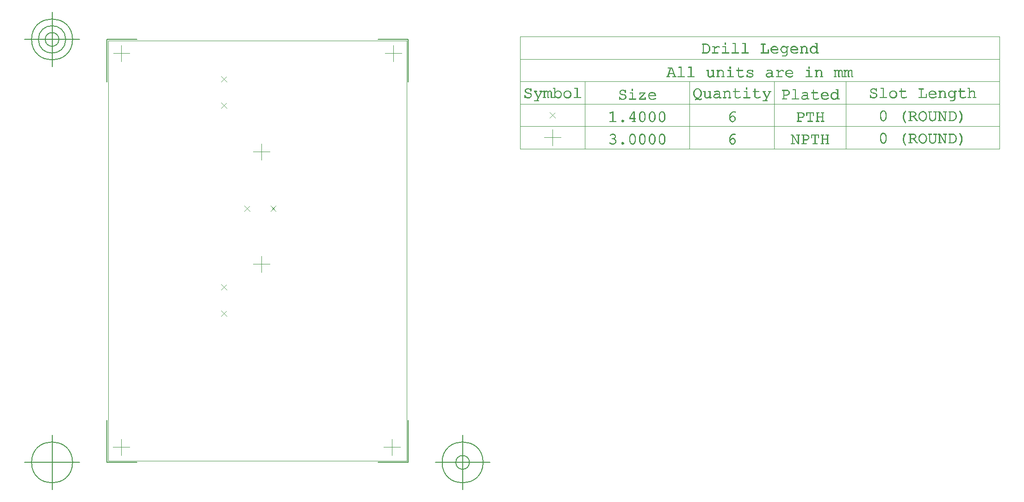
<source format=gbr>
G04 Generated by Ultiboard 14.1 *
%FSLAX34Y34*%
%MOMM*%

%ADD10C,0.0001*%
%ADD11C,0.1000*%
%ADD12C,0.0010*%
%ADD13C,0.1270*%


G04 ColorRGB 000000 for the following layer *
%LNDrill Symbols-Copper Top-Copper Bottom*%
%LPD*%
G54D11*
X40880Y508000D02*
X70880Y508000D01*
X55880Y493000D02*
X55880Y523000D01*
X551180Y493000D02*
X551180Y523000D01*
X536180Y508000D02*
X566180Y508000D01*
X56120Y1214360D02*
X56120Y1244360D01*
X41120Y1229360D02*
X71120Y1229360D01*
X538720Y1229360D02*
X568720Y1229360D01*
X553720Y1214360D02*
X553720Y1244360D01*
X297420Y1049020D02*
X327420Y1049020D01*
X312420Y1034020D02*
X312420Y1064020D01*
X312420Y828280D02*
X312420Y858280D01*
X297420Y843280D02*
X327420Y843280D01*
X328930Y939930D02*
X338830Y949830D01*
X328930Y949830D02*
X338830Y939930D01*
X280930Y939930D02*
X290830Y949830D01*
X280930Y949830D02*
X290830Y939930D01*
X238890Y796290D02*
X248790Y806190D01*
X238890Y806190D02*
X248790Y796290D01*
X238890Y758190D02*
X248790Y748290D01*
X238890Y748290D02*
X248790Y758190D01*
X238890Y1139190D02*
X248790Y1129290D01*
X238890Y1129290D02*
X248790Y1139190D01*
X238890Y1177290D02*
X248790Y1187190D01*
X238890Y1187190D02*
X248790Y1177290D01*
X839955Y1111331D02*
X849854Y1121230D01*
X839955Y1121230D02*
X849854Y1111331D01*
X829904Y1075281D02*
X859904Y1075281D01*
X844904Y1060281D02*
X844904Y1090281D01*
G54D12*
G36*
X1296000Y1079419D02*
X1296000Y1079419D01*
X1296000Y1080649D01*
X1294960Y1079419D01*
X1296000Y1079419D01*
D02*
G37*
X1296000Y1080649D01*
X1294960Y1079419D01*
X1296000Y1079419D01*
G36*
X1296000Y1080649D02*
X1296000Y1080649D01*
X1296000Y1079419D01*
X1296377Y1079461D01*
X1296000Y1080649D01*
D02*
G37*
X1296000Y1079419D01*
X1296377Y1079461D01*
X1296000Y1080649D01*
G36*
X1296377Y1079461D02*
X1296377Y1079461D01*
X1296377Y1080607D01*
X1296000Y1080649D01*
X1296377Y1079461D01*
D02*
G37*
X1296377Y1080607D01*
X1296000Y1080649D01*
X1296377Y1079461D01*
G36*
X1296377Y1080607D02*
X1296377Y1080607D01*
X1296377Y1079461D01*
X1296630Y1079587D01*
X1296377Y1080607D01*
D02*
G37*
X1296377Y1079461D01*
X1296630Y1079587D01*
X1296377Y1080607D01*
G36*
X1296630Y1079587D02*
X1296630Y1079587D01*
X1296630Y1080481D01*
X1296377Y1080607D01*
X1296630Y1079587D01*
D02*
G37*
X1296630Y1080481D01*
X1296377Y1080607D01*
X1296630Y1079587D01*
G36*
X1296630Y1080481D02*
X1296630Y1080481D01*
X1296630Y1079587D01*
X1296773Y1079783D01*
X1296630Y1080481D01*
D02*
G37*
X1296630Y1079587D01*
X1296773Y1079783D01*
X1296630Y1080481D01*
G36*
X1296773Y1079783D02*
X1296773Y1079783D01*
X1296773Y1080285D01*
X1296630Y1080481D01*
X1296773Y1079783D01*
D02*
G37*
X1296773Y1080285D01*
X1296630Y1080481D01*
X1296773Y1079783D01*
G36*
X1296773Y1080285D02*
X1296773Y1080285D01*
X1296773Y1079783D01*
X1296820Y1080034D01*
X1296773Y1080285D01*
D02*
G37*
X1296773Y1079783D01*
X1296820Y1080034D01*
X1296773Y1080285D01*
G36*
X1281267Y1063884D02*
X1281267Y1063884D01*
X1281267Y1064377D01*
X1281220Y1064126D01*
X1281267Y1063884D01*
D02*
G37*
X1281267Y1064377D01*
X1281220Y1064126D01*
X1281267Y1063884D01*
G36*
X1281267Y1064377D02*
X1281267Y1064377D01*
X1281267Y1063884D01*
X1281410Y1063686D01*
X1281267Y1064377D01*
D02*
G37*
X1281267Y1063884D01*
X1281410Y1063686D01*
X1281267Y1064377D01*
G36*
X1281410Y1063686D02*
X1281410Y1063686D01*
X1281410Y1064573D01*
X1281267Y1064377D01*
X1281410Y1063686D01*
D02*
G37*
X1281410Y1064573D01*
X1281267Y1064377D01*
X1281410Y1063686D01*
G36*
X1281410Y1064573D02*
X1281410Y1064573D01*
X1281410Y1063686D01*
X1281667Y1063555D01*
X1281410Y1064573D01*
D02*
G37*
X1281410Y1063686D01*
X1281667Y1063555D01*
X1281410Y1064573D01*
G36*
X1281667Y1063555D02*
X1281667Y1063555D01*
X1281667Y1064699D01*
X1281410Y1064573D01*
X1281667Y1063555D01*
D02*
G37*
X1281667Y1064699D01*
X1281410Y1064573D01*
X1281667Y1063555D01*
G36*
X1281667Y1064699D02*
X1281667Y1064699D01*
X1281667Y1063555D01*
X1282055Y1063511D01*
X1281667Y1064699D01*
D02*
G37*
X1281667Y1063555D01*
X1282055Y1063511D01*
X1281667Y1064699D01*
G36*
X1282055Y1063511D02*
X1282055Y1063511D01*
X1282055Y1064741D01*
X1281667Y1064699D01*
X1282055Y1063511D01*
D02*
G37*
X1282055Y1064741D01*
X1281667Y1064699D01*
X1282055Y1063511D01*
G36*
X1282055Y1064741D02*
X1282055Y1064741D01*
X1282055Y1063511D01*
X1286581Y1063511D01*
X1282055Y1064741D01*
D02*
G37*
X1282055Y1063511D01*
X1286581Y1063511D01*
X1282055Y1064741D01*
G36*
X1286581Y1063511D02*
X1286581Y1063511D01*
X1283080Y1064741D01*
X1282055Y1064741D01*
X1286581Y1063511D01*
D02*
G37*
X1283080Y1064741D01*
X1282055Y1064741D01*
X1286581Y1063511D01*
G36*
X1283080Y1064741D02*
X1283080Y1064741D01*
X1286581Y1063511D01*
X1284311Y1064741D01*
X1283080Y1064741D01*
D02*
G37*
X1286581Y1063511D01*
X1284311Y1064741D01*
X1283080Y1064741D01*
G36*
X1284311Y1064741D02*
X1284311Y1064741D01*
X1283080Y1079419D01*
X1283080Y1064741D01*
X1284311Y1064741D01*
D02*
G37*
X1283080Y1079419D01*
X1283080Y1064741D01*
X1284311Y1064741D01*
G36*
X1283080Y1079419D02*
X1283080Y1079419D01*
X1284311Y1064741D01*
X1284311Y1078848D01*
X1283080Y1079419D01*
D02*
G37*
X1284311Y1064741D01*
X1284311Y1078848D01*
X1283080Y1079419D01*
G36*
X1284311Y1078848D02*
X1284311Y1078848D01*
X1284647Y1080649D01*
X1283080Y1079419D01*
X1284311Y1078848D01*
D02*
G37*
X1284647Y1080649D01*
X1283080Y1079419D01*
X1284311Y1078848D01*
G36*
X1284647Y1080649D02*
X1284647Y1080649D01*
X1284311Y1078848D01*
X1293378Y1063511D01*
X1284647Y1080649D01*
D02*
G37*
X1284311Y1078848D01*
X1293378Y1063511D01*
X1284647Y1080649D01*
G36*
X1293378Y1063511D02*
X1293378Y1063511D01*
X1293729Y1065283D01*
X1284647Y1080649D01*
X1293378Y1063511D01*
D02*
G37*
X1293729Y1065283D01*
X1284647Y1080649D01*
X1293378Y1063511D01*
G36*
X1293729Y1065283D02*
X1293729Y1065283D01*
X1293378Y1063511D01*
X1294960Y1063511D01*
X1293729Y1065283D01*
D02*
G37*
X1293378Y1063511D01*
X1294960Y1063511D01*
X1293729Y1065283D01*
G36*
X1294960Y1063511D02*
X1294960Y1063511D01*
X1293729Y1079419D01*
X1293729Y1065283D01*
X1294960Y1063511D01*
D02*
G37*
X1293729Y1079419D01*
X1293729Y1065283D01*
X1294960Y1063511D01*
G36*
X1293729Y1079419D02*
X1293729Y1079419D01*
X1294960Y1063511D01*
X1294960Y1079419D01*
X1293729Y1079419D01*
D02*
G37*
X1294960Y1063511D01*
X1294960Y1079419D01*
X1293729Y1079419D01*
G36*
X1294960Y1079419D02*
X1294960Y1079419D01*
X1296000Y1080649D01*
X1293729Y1079419D01*
X1294960Y1079419D01*
D02*
G37*
X1296000Y1080649D01*
X1293729Y1079419D01*
X1294960Y1079419D01*
G36*
X1291459Y1080649D02*
X1291459Y1080649D01*
X1291073Y1080607D01*
X1291082Y1079461D01*
X1291459Y1080649D01*
D02*
G37*
X1291073Y1080607D01*
X1291082Y1079461D01*
X1291459Y1080649D01*
G36*
X1291459Y1080649D01*
X1291082Y1079461D01*
X1291459Y1079419D01*
X1291459Y1080649D01*
D02*
G37*
X1291082Y1079461D01*
X1291459Y1079419D01*
X1291459Y1080649D01*
G36*
X1291459Y1080649D01*
X1291459Y1079419D01*
X1293729Y1079419D01*
X1291459Y1080649D01*
D02*
G37*
X1291459Y1079419D01*
X1293729Y1079419D01*
X1291459Y1080649D01*
G36*
X1291459Y1080649D01*
X1293729Y1079419D01*
X1296000Y1080649D01*
X1291459Y1080649D01*
D02*
G37*
X1293729Y1079419D01*
X1296000Y1080649D01*
X1291459Y1080649D01*
G36*
X1291073Y1080607D02*
X1291073Y1080607D01*
X1290829Y1079587D01*
X1291082Y1079461D01*
X1291073Y1080607D01*
D02*
G37*
X1290829Y1079587D01*
X1291082Y1079461D01*
X1291073Y1080607D01*
G36*
X1290829Y1079587D02*
X1290829Y1079587D01*
X1291073Y1080607D01*
X1290822Y1080481D01*
X1290829Y1079587D01*
D02*
G37*
X1291073Y1080607D01*
X1290822Y1080481D01*
X1290829Y1079587D01*
G36*
X1290822Y1080481D02*
X1290822Y1080481D01*
X1290686Y1079783D01*
X1290829Y1079587D01*
X1290822Y1080481D01*
D02*
G37*
X1290686Y1079783D01*
X1290829Y1079587D01*
X1290822Y1080481D01*
G36*
X1290686Y1079783D02*
X1290686Y1079783D01*
X1290822Y1080481D01*
X1290684Y1080285D01*
X1290686Y1079783D01*
D02*
G37*
X1290822Y1080481D01*
X1290684Y1080285D01*
X1290686Y1079783D01*
G36*
X1290684Y1080285D02*
X1290684Y1080285D01*
X1290639Y1080034D01*
X1290686Y1079783D01*
X1290684Y1080285D01*
D02*
G37*
X1290639Y1080034D01*
X1290686Y1079783D01*
X1290684Y1080285D01*
G36*
X1280652Y1079783D02*
X1280652Y1079783D01*
X1280652Y1080285D01*
X1280604Y1080034D01*
X1280652Y1079783D01*
D02*
G37*
X1280652Y1080285D01*
X1280604Y1080034D01*
X1280652Y1079783D01*
G36*
X1280652Y1080285D02*
X1280652Y1080285D01*
X1280652Y1079783D01*
X1280795Y1079587D01*
X1280652Y1080285D01*
D02*
G37*
X1280652Y1079783D01*
X1280795Y1079587D01*
X1280652Y1080285D01*
G36*
X1280795Y1079587D02*
X1280795Y1079587D01*
X1280795Y1080481D01*
X1280652Y1080285D01*
X1280795Y1079587D01*
D02*
G37*
X1280795Y1080481D01*
X1280652Y1080285D01*
X1280795Y1079587D01*
G36*
X1280795Y1080481D02*
X1280795Y1080481D01*
X1280795Y1079587D01*
X1281048Y1079461D01*
X1280795Y1080481D01*
D02*
G37*
X1280795Y1079587D01*
X1281048Y1079461D01*
X1280795Y1080481D01*
G36*
X1281048Y1079461D02*
X1281048Y1079461D01*
X1281048Y1080607D01*
X1280795Y1080481D01*
X1281048Y1079461D01*
D02*
G37*
X1281048Y1080607D01*
X1280795Y1080481D01*
X1281048Y1079461D01*
G36*
X1281048Y1080607D02*
X1281048Y1080607D01*
X1281048Y1079461D01*
X1281425Y1079419D01*
X1281048Y1080607D01*
D02*
G37*
X1281048Y1079461D01*
X1281425Y1079419D01*
X1281048Y1080607D01*
G36*
X1281425Y1079419D02*
X1281425Y1079419D01*
X1281425Y1080649D01*
X1281048Y1080607D01*
X1281425Y1079419D01*
D02*
G37*
X1281425Y1080649D01*
X1281048Y1080607D01*
X1281425Y1079419D01*
G36*
X1281425Y1080649D02*
X1281425Y1080649D01*
X1281425Y1079419D01*
X1283080Y1079419D01*
X1281425Y1080649D01*
D02*
G37*
X1281425Y1079419D01*
X1283080Y1079419D01*
X1281425Y1080649D01*
G36*
X1283080Y1079419D02*
X1283080Y1079419D01*
X1284647Y1080649D01*
X1281425Y1080649D01*
X1283080Y1079419D01*
D02*
G37*
X1284647Y1080649D01*
X1281425Y1080649D01*
X1283080Y1079419D01*
G36*
X1286581Y1063511D02*
X1286581Y1063511D01*
X1286581Y1064741D01*
X1284311Y1064741D01*
X1286581Y1063511D01*
D02*
G37*
X1286581Y1064741D01*
X1284311Y1064741D01*
X1286581Y1063511D01*
G36*
X1286581Y1064741D02*
X1286581Y1064741D01*
X1286581Y1063511D01*
X1286969Y1063555D01*
X1286581Y1064741D01*
D02*
G37*
X1286581Y1063511D01*
X1286969Y1063555D01*
X1286581Y1064741D01*
G36*
X1286969Y1063555D02*
X1286969Y1063555D01*
X1286969Y1064699D01*
X1286581Y1064741D01*
X1286969Y1063555D01*
D02*
G37*
X1286969Y1064699D01*
X1286581Y1064741D01*
X1286969Y1063555D01*
G36*
X1286969Y1064699D02*
X1286969Y1064699D01*
X1286969Y1063555D01*
X1287226Y1063686D01*
X1286969Y1064699D01*
D02*
G37*
X1286969Y1063555D01*
X1287226Y1063686D01*
X1286969Y1064699D01*
G36*
X1287226Y1063686D02*
X1287226Y1063686D01*
X1287226Y1064573D01*
X1286969Y1064699D01*
X1287226Y1063686D01*
D02*
G37*
X1287226Y1064573D01*
X1286969Y1064699D01*
X1287226Y1063686D01*
G36*
X1287226Y1064573D02*
X1287226Y1064573D01*
X1287226Y1063686D01*
X1287368Y1063884D01*
X1287226Y1064573D01*
D02*
G37*
X1287226Y1063686D01*
X1287368Y1063884D01*
X1287226Y1064573D01*
G36*
X1287368Y1063884D02*
X1287368Y1063884D01*
X1287368Y1064377D01*
X1287226Y1064573D01*
X1287368Y1063884D01*
D02*
G37*
X1287368Y1064377D01*
X1287226Y1064573D01*
X1287368Y1063884D01*
G36*
X1287368Y1064377D02*
X1287368Y1064377D01*
X1287368Y1063884D01*
X1287416Y1064126D01*
X1287368Y1064377D01*
D02*
G37*
X1287368Y1063884D01*
X1287416Y1064126D01*
X1287368Y1064377D01*
G36*
X1313173Y1072666D02*
X1313173Y1072666D01*
X1313364Y1078376D01*
X1313036Y1075654D01*
X1313173Y1072666D01*
D02*
G37*
X1313364Y1078376D01*
X1313036Y1075654D01*
X1313173Y1072666D01*
G36*
X1313364Y1078376D02*
X1313364Y1078376D01*
X1313173Y1072666D01*
X1313747Y1073515D01*
X1313364Y1078376D01*
D02*
G37*
X1313173Y1072666D01*
X1313747Y1073515D01*
X1313364Y1078376D01*
G36*
X1313747Y1073515D02*
X1313747Y1073515D01*
X1314166Y1076626D01*
X1313364Y1078376D01*
X1313747Y1073515D01*
D02*
G37*
X1314166Y1076626D01*
X1313364Y1078376D01*
X1313747Y1073515D01*
G36*
X1314166Y1076626D02*
X1314166Y1076626D01*
X1313747Y1073515D01*
X1314137Y1074526D01*
X1314166Y1076626D01*
D02*
G37*
X1313747Y1073515D01*
X1314137Y1074526D01*
X1314166Y1076626D01*
G36*
X1314137Y1074526D02*
X1314137Y1074526D01*
X1314267Y1075654D01*
X1314166Y1076626D01*
X1314137Y1074526D01*
D02*
G37*
X1314267Y1075654D01*
X1314166Y1076626D01*
X1314137Y1074526D01*
G36*
X1311791Y1078262D02*
X1311791Y1078262D01*
X1311802Y1079809D01*
X1311127Y1078768D01*
X1311791Y1078262D01*
D02*
G37*
X1311802Y1079809D01*
X1311127Y1078768D01*
X1311791Y1078262D01*
G36*
X1311802Y1079809D02*
X1311802Y1079809D01*
X1311791Y1078262D01*
X1312336Y1077665D01*
X1311802Y1079809D01*
D02*
G37*
X1311791Y1078262D01*
X1312336Y1077665D01*
X1311802Y1079809D01*
G36*
X1312336Y1077665D02*
X1312336Y1077665D01*
X1312663Y1079155D01*
X1311802Y1079809D01*
X1312336Y1077665D01*
D02*
G37*
X1312663Y1079155D01*
X1311802Y1079809D01*
X1312336Y1077665D01*
G36*
X1312663Y1079155D02*
X1312663Y1079155D01*
X1312336Y1077665D01*
X1312958Y1076361D01*
X1312663Y1079155D01*
D02*
G37*
X1312336Y1077665D01*
X1312958Y1076361D01*
X1312663Y1079155D01*
G36*
X1312958Y1076361D02*
X1312958Y1076361D01*
X1313364Y1078376D01*
X1312663Y1079155D01*
X1312958Y1076361D01*
D02*
G37*
X1313364Y1078376D01*
X1312663Y1079155D01*
X1312958Y1076361D01*
G36*
X1313364Y1078376D02*
X1313364Y1078376D01*
X1312958Y1076361D01*
X1313036Y1075654D01*
X1313364Y1078376D01*
D02*
G37*
X1312958Y1076361D01*
X1313036Y1075654D01*
X1313364Y1078376D01*
G36*
X1309733Y1080556D02*
X1309733Y1080556D01*
X1308524Y1080649D01*
X1308642Y1079419D01*
X1309733Y1080556D01*
D02*
G37*
X1308524Y1080649D01*
X1308642Y1079419D01*
X1309733Y1080556D01*
G36*
X1309733Y1080556D01*
X1308642Y1079419D01*
X1309553Y1079346D01*
X1309733Y1080556D01*
D02*
G37*
X1308642Y1079419D01*
X1309553Y1079346D01*
X1309733Y1080556D01*
G36*
X1309733Y1080556D01*
X1309553Y1079346D01*
X1311127Y1078768D01*
X1309733Y1080556D01*
D02*
G37*
X1309553Y1079346D01*
X1311127Y1078768D01*
X1309733Y1080556D01*
G36*
X1309733Y1080556D01*
X1311127Y1078768D01*
X1311802Y1079809D01*
X1309733Y1080556D01*
D02*
G37*
X1311127Y1078768D01*
X1311802Y1079809D01*
X1309733Y1080556D01*
G36*
X1300603Y1063884D02*
X1300603Y1063884D01*
X1300603Y1064377D01*
X1300556Y1064126D01*
X1300603Y1063884D01*
D02*
G37*
X1300603Y1064377D01*
X1300556Y1064126D01*
X1300603Y1063884D01*
G36*
X1300603Y1064377D02*
X1300603Y1064377D01*
X1300603Y1063884D01*
X1300746Y1063686D01*
X1300603Y1064377D01*
D02*
G37*
X1300603Y1063884D01*
X1300746Y1063686D01*
X1300603Y1064377D01*
G36*
X1300746Y1063686D02*
X1300746Y1063686D01*
X1300746Y1064573D01*
X1300603Y1064377D01*
X1300746Y1063686D01*
D02*
G37*
X1300746Y1064573D01*
X1300603Y1064377D01*
X1300746Y1063686D01*
G36*
X1300746Y1064573D02*
X1300746Y1064573D01*
X1300746Y1063686D01*
X1300999Y1063555D01*
X1300746Y1064573D01*
D02*
G37*
X1300746Y1063686D01*
X1300999Y1063555D01*
X1300746Y1064573D01*
G36*
X1300999Y1063555D02*
X1300999Y1063555D01*
X1300999Y1064699D01*
X1300746Y1064573D01*
X1300999Y1063555D01*
D02*
G37*
X1300999Y1064699D01*
X1300746Y1064573D01*
X1300999Y1063555D01*
G36*
X1300999Y1064699D02*
X1300999Y1064699D01*
X1300999Y1063555D01*
X1301376Y1063511D01*
X1300999Y1064699D01*
D02*
G37*
X1300999Y1063555D01*
X1301376Y1063511D01*
X1300999Y1064699D01*
G36*
X1301376Y1063511D02*
X1301376Y1063511D01*
X1301376Y1064741D01*
X1300999Y1064699D01*
X1301376Y1063511D01*
D02*
G37*
X1301376Y1064741D01*
X1300999Y1064699D01*
X1301376Y1063511D01*
G36*
X1301376Y1064741D02*
X1301376Y1064741D01*
X1301376Y1063511D01*
X1308480Y1063511D01*
X1301376Y1064741D01*
D02*
G37*
X1301376Y1063511D01*
X1308480Y1063511D01*
X1301376Y1064741D01*
G36*
X1308480Y1063511D02*
X1308480Y1063511D01*
X1303031Y1064741D01*
X1301376Y1064741D01*
X1308480Y1063511D01*
D02*
G37*
X1303031Y1064741D01*
X1301376Y1064741D01*
X1308480Y1063511D01*
G36*
X1303031Y1064741D02*
X1303031Y1064741D01*
X1308480Y1063511D01*
X1304262Y1064741D01*
X1303031Y1064741D01*
D02*
G37*
X1308480Y1063511D01*
X1304262Y1064741D01*
X1303031Y1064741D01*
G36*
X1304262Y1064741D02*
X1304262Y1064741D01*
X1303031Y1079419D01*
X1303031Y1064741D01*
X1304262Y1064741D01*
D02*
G37*
X1303031Y1079419D01*
X1303031Y1064741D01*
X1304262Y1064741D01*
G36*
X1303031Y1079419D02*
X1303031Y1079419D01*
X1304262Y1064741D01*
X1304262Y1079419D01*
X1303031Y1079419D01*
D02*
G37*
X1304262Y1064741D01*
X1304262Y1079419D01*
X1303031Y1079419D01*
G36*
X1304262Y1079419D02*
X1304262Y1079419D01*
X1308524Y1080649D01*
X1303031Y1079419D01*
X1304262Y1079419D01*
D02*
G37*
X1308524Y1080649D01*
X1303031Y1079419D01*
X1304262Y1079419D01*
G36*
X1308524Y1080649D02*
X1308524Y1080649D01*
X1304262Y1079419D01*
X1308642Y1079419D01*
X1308524Y1080649D01*
D02*
G37*
X1304262Y1079419D01*
X1308642Y1079419D01*
X1308524Y1080649D01*
G36*
X1312487Y1073867D02*
X1312487Y1073867D01*
X1312494Y1072021D01*
X1312899Y1074753D01*
X1312487Y1073867D01*
D02*
G37*
X1312494Y1072021D01*
X1312899Y1074753D01*
X1312487Y1073867D01*
G36*
X1312494Y1072021D02*
X1312494Y1072021D01*
X1312487Y1073867D01*
X1311776Y1073056D01*
X1312494Y1072021D01*
D02*
G37*
X1312487Y1073867D01*
X1311776Y1073056D01*
X1312494Y1072021D01*
G36*
X1311776Y1073056D02*
X1311776Y1073056D01*
X1311377Y1071311D01*
X1312494Y1072021D01*
X1311776Y1073056D01*
D02*
G37*
X1311377Y1071311D01*
X1312494Y1072021D01*
X1311776Y1073056D01*
G36*
X1311377Y1071311D02*
X1311377Y1071311D01*
X1311776Y1073056D01*
X1310744Y1072380D01*
X1311377Y1071311D01*
D02*
G37*
X1311776Y1073056D01*
X1310744Y1072380D01*
X1311377Y1071311D01*
G36*
X1310744Y1072380D02*
X1310744Y1072380D01*
X1310224Y1070820D01*
X1311377Y1071311D01*
X1310744Y1072380D01*
D02*
G37*
X1310224Y1070820D01*
X1311377Y1071311D01*
X1310744Y1072380D01*
G36*
X1310224Y1070820D02*
X1310224Y1070820D01*
X1310744Y1072380D01*
X1309508Y1071924D01*
X1310224Y1070820D01*
D02*
G37*
X1310744Y1072380D01*
X1309508Y1071924D01*
X1310224Y1070820D01*
G36*
X1309508Y1071924D02*
X1309508Y1071924D01*
X1309271Y1070611D01*
X1310224Y1070820D01*
X1309508Y1071924D01*
D02*
G37*
X1309271Y1070611D01*
X1310224Y1070820D01*
X1309508Y1071924D01*
G36*
X1309271Y1070611D02*
X1309271Y1070611D01*
X1309508Y1071924D01*
X1308188Y1071772D01*
X1309271Y1070611D01*
D02*
G37*
X1309508Y1071924D01*
X1308188Y1071772D01*
X1309271Y1070611D01*
G36*
X1308188Y1071772D02*
X1308188Y1071772D01*
X1308114Y1070542D01*
X1309271Y1070611D01*
X1308188Y1071772D01*
D02*
G37*
X1308114Y1070542D01*
X1309271Y1070611D01*
X1308188Y1071772D01*
G36*
X1308114Y1070542D02*
X1308114Y1070542D01*
X1308188Y1071772D01*
X1304262Y1071772D01*
X1308114Y1070542D01*
D02*
G37*
X1308188Y1071772D01*
X1304262Y1071772D01*
X1308114Y1070542D01*
G36*
X1304262Y1071772D02*
X1304262Y1071772D01*
X1304262Y1070542D01*
X1308114Y1070542D01*
X1304262Y1071772D01*
D02*
G37*
X1304262Y1070542D01*
X1308114Y1070542D01*
X1304262Y1071772D01*
G36*
X1304262Y1070542D02*
X1304262Y1070542D01*
X1304262Y1079419D01*
X1304262Y1070542D01*
D02*
G37*
X1304262Y1079419D01*
X1304262Y1070542D01*
G36*
X1304262Y1079419D02*
X1304262Y1079419D01*
X1304262Y1064741D01*
X1304262Y1070542D01*
X1304262Y1079419D01*
D02*
G37*
X1304262Y1064741D01*
X1304262Y1070542D01*
X1304262Y1079419D01*
G36*
X1300603Y1079783D02*
X1300603Y1079783D01*
X1300603Y1080285D01*
X1300556Y1080034D01*
X1300603Y1079783D01*
D02*
G37*
X1300603Y1080285D01*
X1300556Y1080034D01*
X1300603Y1079783D01*
G36*
X1300603Y1080285D02*
X1300603Y1080285D01*
X1300603Y1079783D01*
X1300746Y1079587D01*
X1300603Y1080285D01*
D02*
G37*
X1300603Y1079783D01*
X1300746Y1079587D01*
X1300603Y1080285D01*
G36*
X1300746Y1079587D02*
X1300746Y1079587D01*
X1300746Y1080481D01*
X1300603Y1080285D01*
X1300746Y1079587D01*
D02*
G37*
X1300746Y1080481D01*
X1300603Y1080285D01*
X1300746Y1079587D01*
G36*
X1300746Y1080481D02*
X1300746Y1080481D01*
X1300746Y1079587D01*
X1300999Y1079461D01*
X1300746Y1080481D01*
D02*
G37*
X1300746Y1079587D01*
X1300999Y1079461D01*
X1300746Y1080481D01*
G36*
X1300999Y1079461D02*
X1300999Y1079461D01*
X1300999Y1080607D01*
X1300746Y1080481D01*
X1300999Y1079461D01*
D02*
G37*
X1300999Y1080607D01*
X1300746Y1080481D01*
X1300999Y1079461D01*
G36*
X1300999Y1080607D02*
X1300999Y1080607D01*
X1300999Y1079461D01*
X1301376Y1079419D01*
X1300999Y1080607D01*
D02*
G37*
X1300999Y1079461D01*
X1301376Y1079419D01*
X1300999Y1080607D01*
G36*
X1301376Y1079419D02*
X1301376Y1079419D01*
X1301376Y1080649D01*
X1300999Y1080607D01*
X1301376Y1079419D01*
D02*
G37*
X1301376Y1080649D01*
X1300999Y1080607D01*
X1301376Y1079419D01*
G36*
X1301376Y1080649D02*
X1301376Y1080649D01*
X1301376Y1079419D01*
X1303031Y1079419D01*
X1301376Y1080649D01*
D02*
G37*
X1301376Y1079419D01*
X1303031Y1079419D01*
X1301376Y1080649D01*
G36*
X1303031Y1079419D02*
X1303031Y1079419D01*
X1308524Y1080649D01*
X1301376Y1080649D01*
X1303031Y1079419D01*
D02*
G37*
X1308524Y1080649D01*
X1301376Y1080649D01*
X1303031Y1079419D01*
G36*
X1312899Y1074753D02*
X1312899Y1074753D01*
X1312494Y1072021D01*
X1313173Y1072666D01*
X1312899Y1074753D01*
D02*
G37*
X1312494Y1072021D01*
X1313173Y1072666D01*
X1312899Y1074753D01*
G36*
X1312899Y1074753D01*
X1313173Y1072666D01*
X1313036Y1075654D01*
X1312899Y1074753D01*
D02*
G37*
X1313173Y1072666D01*
X1313036Y1075654D01*
X1312899Y1074753D01*
G36*
X1308480Y1063511D02*
X1308480Y1063511D01*
X1308480Y1064741D01*
X1304262Y1064741D01*
X1308480Y1063511D01*
D02*
G37*
X1308480Y1064741D01*
X1304262Y1064741D01*
X1308480Y1063511D01*
G36*
X1308480Y1064741D02*
X1308480Y1064741D01*
X1308480Y1063511D01*
X1308858Y1063555D01*
X1308480Y1064741D01*
D02*
G37*
X1308480Y1063511D01*
X1308858Y1063555D01*
X1308480Y1064741D01*
G36*
X1308858Y1063555D02*
X1308858Y1063555D01*
X1308858Y1064699D01*
X1308480Y1064741D01*
X1308858Y1063555D01*
D02*
G37*
X1308858Y1064699D01*
X1308480Y1064741D01*
X1308858Y1063555D01*
G36*
X1308858Y1064699D02*
X1308858Y1064699D01*
X1308858Y1063555D01*
X1309110Y1063686D01*
X1308858Y1064699D01*
D02*
G37*
X1308858Y1063555D01*
X1309110Y1063686D01*
X1308858Y1064699D01*
G36*
X1309110Y1063686D02*
X1309110Y1063686D01*
X1309110Y1064573D01*
X1308858Y1064699D01*
X1309110Y1063686D01*
D02*
G37*
X1309110Y1064573D01*
X1308858Y1064699D01*
X1309110Y1063686D01*
G36*
X1309110Y1064573D02*
X1309110Y1064573D01*
X1309110Y1063686D01*
X1309253Y1063884D01*
X1309110Y1064573D01*
D02*
G37*
X1309110Y1063686D01*
X1309253Y1063884D01*
X1309110Y1064573D01*
G36*
X1309253Y1063884D02*
X1309253Y1063884D01*
X1309253Y1064377D01*
X1309110Y1064573D01*
X1309253Y1063884D01*
D02*
G37*
X1309253Y1064377D01*
X1309110Y1064573D01*
X1309253Y1063884D01*
G36*
X1309253Y1064377D02*
X1309253Y1064377D01*
X1309253Y1063884D01*
X1309301Y1064126D01*
X1309253Y1064377D01*
D02*
G37*
X1309253Y1063884D01*
X1309301Y1064126D01*
X1309253Y1064377D01*
G36*
X1331815Y1080649D02*
X1331815Y1080649D01*
X1318031Y1080649D01*
X1319262Y1079419D01*
X1331815Y1080649D01*
D02*
G37*
X1318031Y1080649D01*
X1319262Y1079419D01*
X1331815Y1080649D01*
G36*
X1331815Y1080649D01*
X1319262Y1079419D01*
X1324301Y1079419D01*
X1331815Y1080649D01*
D02*
G37*
X1319262Y1079419D01*
X1324301Y1079419D01*
X1331815Y1080649D01*
G36*
X1331815Y1080649D01*
X1324301Y1079419D01*
X1325546Y1079419D01*
X1331815Y1080649D01*
D02*
G37*
X1324301Y1079419D01*
X1325546Y1079419D01*
X1331815Y1080649D01*
G36*
X1331815Y1080649D01*
X1325546Y1079419D01*
X1330585Y1079419D01*
X1331815Y1080649D01*
D02*
G37*
X1325546Y1079419D01*
X1330585Y1079419D01*
X1331815Y1080649D01*
G36*
X1331815Y1080649D01*
X1330585Y1079419D01*
X1330627Y1074768D01*
X1331815Y1080649D01*
D02*
G37*
X1330585Y1079419D01*
X1330627Y1074768D01*
X1331815Y1080649D01*
G36*
X1331815Y1080649D01*
X1330627Y1074768D01*
X1330753Y1074512D01*
X1331815Y1080649D01*
D02*
G37*
X1330627Y1074768D01*
X1330753Y1074512D01*
X1331815Y1080649D01*
G36*
X1331815Y1080649D01*
X1330753Y1074512D01*
X1330949Y1074369D01*
X1331815Y1080649D01*
D02*
G37*
X1330753Y1074512D01*
X1330949Y1074369D01*
X1331815Y1080649D01*
G36*
X1331815Y1080649D01*
X1330949Y1074369D01*
X1331200Y1074321D01*
X1331815Y1080649D01*
D02*
G37*
X1330949Y1074369D01*
X1331200Y1074321D01*
X1331815Y1080649D01*
G36*
X1331815Y1080649D01*
X1331200Y1074321D01*
X1331451Y1074369D01*
X1331815Y1080649D01*
D02*
G37*
X1331200Y1074321D01*
X1331451Y1074369D01*
X1331815Y1080649D01*
G36*
X1331815Y1080649D01*
X1331451Y1074369D01*
X1331647Y1074512D01*
X1331815Y1080649D01*
D02*
G37*
X1331451Y1074369D01*
X1331647Y1074512D01*
X1331815Y1080649D01*
G36*
X1331815Y1080649D01*
X1331647Y1074512D01*
X1331773Y1074768D01*
X1331815Y1080649D01*
D02*
G37*
X1331647Y1074512D01*
X1331773Y1074768D01*
X1331815Y1080649D01*
G36*
X1331815Y1080649D01*
X1331773Y1074768D01*
X1331815Y1075156D01*
X1331815Y1080649D01*
D02*
G37*
X1331773Y1074768D01*
X1331815Y1075156D01*
X1331815Y1080649D01*
G36*
X1320335Y1063884D02*
X1320335Y1063884D01*
X1320335Y1064377D01*
X1320287Y1064126D01*
X1320335Y1063884D01*
D02*
G37*
X1320335Y1064377D01*
X1320287Y1064126D01*
X1320335Y1063884D01*
G36*
X1320335Y1064377D02*
X1320335Y1064377D01*
X1320335Y1063884D01*
X1320478Y1063686D01*
X1320335Y1064377D01*
D02*
G37*
X1320335Y1063884D01*
X1320478Y1063686D01*
X1320335Y1064377D01*
G36*
X1320478Y1063686D02*
X1320478Y1063686D01*
X1320478Y1064573D01*
X1320335Y1064377D01*
X1320478Y1063686D01*
D02*
G37*
X1320478Y1064573D01*
X1320335Y1064377D01*
X1320478Y1063686D01*
G36*
X1320478Y1064573D02*
X1320478Y1064573D01*
X1320478Y1063686D01*
X1320730Y1063555D01*
X1320478Y1064573D01*
D02*
G37*
X1320478Y1063686D01*
X1320730Y1063555D01*
X1320478Y1064573D01*
G36*
X1320730Y1063555D02*
X1320730Y1063555D01*
X1320730Y1064699D01*
X1320478Y1064573D01*
X1320730Y1063555D01*
D02*
G37*
X1320730Y1064699D01*
X1320478Y1064573D01*
X1320730Y1063555D01*
G36*
X1320730Y1064699D02*
X1320730Y1064699D01*
X1320730Y1063555D01*
X1321107Y1063511D01*
X1320730Y1064699D01*
D02*
G37*
X1320730Y1063555D01*
X1321107Y1063511D01*
X1320730Y1064699D01*
G36*
X1321107Y1063511D02*
X1321107Y1063511D01*
X1321107Y1064741D01*
X1320730Y1064699D01*
X1321107Y1063511D01*
D02*
G37*
X1321107Y1064741D01*
X1320730Y1064699D01*
X1321107Y1063511D01*
G36*
X1321107Y1064741D02*
X1321107Y1064741D01*
X1321107Y1063511D01*
X1328739Y1063511D01*
X1321107Y1064741D01*
D02*
G37*
X1321107Y1063511D01*
X1328739Y1063511D01*
X1321107Y1064741D01*
G36*
X1328739Y1063511D02*
X1328739Y1063511D01*
X1324301Y1064741D01*
X1321107Y1064741D01*
X1328739Y1063511D01*
D02*
G37*
X1324301Y1064741D01*
X1321107Y1064741D01*
X1328739Y1063511D01*
G36*
X1324301Y1064741D02*
X1324301Y1064741D01*
X1328739Y1063511D01*
X1325546Y1064741D01*
X1324301Y1064741D01*
D02*
G37*
X1328739Y1063511D01*
X1325546Y1064741D01*
X1324301Y1064741D01*
G36*
X1325546Y1064741D02*
X1325546Y1064741D01*
X1324301Y1079419D01*
X1324301Y1064741D01*
X1325546Y1064741D01*
D02*
G37*
X1324301Y1079419D01*
X1324301Y1064741D01*
X1325546Y1064741D01*
G36*
X1324301Y1079419D02*
X1324301Y1079419D01*
X1325546Y1064741D01*
X1325546Y1079419D01*
X1324301Y1079419D01*
D02*
G37*
X1325546Y1064741D01*
X1325546Y1079419D01*
X1324301Y1079419D01*
G36*
X1319262Y1079419D02*
X1319262Y1079419D01*
X1318031Y1080649D01*
X1318075Y1074768D01*
X1319262Y1079419D01*
D02*
G37*
X1318031Y1080649D01*
X1318075Y1074768D01*
X1319262Y1079419D01*
G36*
X1319262Y1079419D01*
X1318075Y1074768D01*
X1318207Y1074512D01*
X1319262Y1079419D01*
D02*
G37*
X1318075Y1074768D01*
X1318207Y1074512D01*
X1319262Y1079419D01*
G36*
X1319262Y1079419D01*
X1318207Y1074512D01*
X1318405Y1074369D01*
X1319262Y1079419D01*
D02*
G37*
X1318207Y1074512D01*
X1318405Y1074369D01*
X1319262Y1079419D01*
G36*
X1319262Y1079419D01*
X1318405Y1074369D01*
X1318646Y1074321D01*
X1319262Y1079419D01*
D02*
G37*
X1318405Y1074369D01*
X1318646Y1074321D01*
X1319262Y1079419D01*
G36*
X1319262Y1079419D01*
X1318646Y1074321D01*
X1318897Y1074369D01*
X1319262Y1079419D01*
D02*
G37*
X1318646Y1074321D01*
X1318897Y1074369D01*
X1319262Y1079419D01*
G36*
X1319262Y1079419D01*
X1318897Y1074369D01*
X1319093Y1074512D01*
X1319262Y1079419D01*
D02*
G37*
X1318897Y1074369D01*
X1319093Y1074512D01*
X1319262Y1079419D01*
G36*
X1319262Y1079419D01*
X1319093Y1074512D01*
X1319220Y1074768D01*
X1319262Y1079419D01*
D02*
G37*
X1319093Y1074512D01*
X1319220Y1074768D01*
X1319262Y1079419D01*
G36*
X1319262Y1079419D01*
X1319220Y1074768D01*
X1319262Y1075156D01*
X1319262Y1079419D01*
D02*
G37*
X1319220Y1074768D01*
X1319262Y1075156D01*
X1319262Y1079419D01*
G36*
X1328739Y1063511D02*
X1328739Y1063511D01*
X1328739Y1064741D01*
X1325546Y1064741D01*
X1328739Y1063511D01*
D02*
G37*
X1328739Y1064741D01*
X1325546Y1064741D01*
X1328739Y1063511D01*
G36*
X1328739Y1064741D02*
X1328739Y1064741D01*
X1328739Y1063511D01*
X1329116Y1063555D01*
X1328739Y1064741D01*
D02*
G37*
X1328739Y1063511D01*
X1329116Y1063555D01*
X1328739Y1064741D01*
G36*
X1329116Y1063555D02*
X1329116Y1063555D01*
X1329116Y1064699D01*
X1328739Y1064741D01*
X1329116Y1063555D01*
D02*
G37*
X1329116Y1064699D01*
X1328739Y1064741D01*
X1329116Y1063555D01*
G36*
X1329116Y1064699D02*
X1329116Y1064699D01*
X1329116Y1063555D01*
X1329369Y1063686D01*
X1329116Y1064699D01*
D02*
G37*
X1329116Y1063555D01*
X1329369Y1063686D01*
X1329116Y1064699D01*
G36*
X1329369Y1063686D02*
X1329369Y1063686D01*
X1329369Y1064573D01*
X1329116Y1064699D01*
X1329369Y1063686D01*
D02*
G37*
X1329369Y1064573D01*
X1329116Y1064699D01*
X1329369Y1063686D01*
G36*
X1329369Y1064573D02*
X1329369Y1064573D01*
X1329369Y1063686D01*
X1329512Y1063884D01*
X1329369Y1064573D01*
D02*
G37*
X1329369Y1063686D01*
X1329512Y1063884D01*
X1329369Y1064573D01*
G36*
X1329512Y1063884D02*
X1329512Y1063884D01*
X1329512Y1064377D01*
X1329369Y1064573D01*
X1329512Y1063884D01*
D02*
G37*
X1329512Y1064377D01*
X1329369Y1064573D01*
X1329512Y1063884D01*
G36*
X1329512Y1064377D02*
X1329512Y1064377D01*
X1329512Y1063884D01*
X1329560Y1064126D01*
X1329512Y1064377D01*
D02*
G37*
X1329512Y1063884D01*
X1329560Y1064126D01*
X1329512Y1064377D01*
G36*
X1330627Y1074768D02*
X1330627Y1074768D01*
X1330585Y1079419D01*
X1330585Y1075156D01*
X1330627Y1074768D01*
D02*
G37*
X1330585Y1079419D01*
X1330585Y1075156D01*
X1330627Y1074768D01*
G36*
X1318075Y1074768D02*
X1318075Y1074768D01*
X1318031Y1080649D01*
X1318031Y1075156D01*
X1318075Y1074768D01*
D02*
G37*
X1318031Y1080649D01*
X1318031Y1075156D01*
X1318075Y1074768D01*
G36*
X1340604Y1079419D02*
X1340604Y1079419D01*
X1340604Y1080649D01*
X1338949Y1079419D01*
X1340604Y1079419D01*
D02*
G37*
X1340604Y1080649D01*
X1338949Y1079419D01*
X1340604Y1079419D01*
G36*
X1340604Y1080649D02*
X1340604Y1080649D01*
X1340604Y1079419D01*
X1340982Y1079461D01*
X1340604Y1080649D01*
D02*
G37*
X1340604Y1079419D01*
X1340982Y1079461D01*
X1340604Y1080649D01*
G36*
X1340982Y1079461D02*
X1340982Y1079461D01*
X1340982Y1080607D01*
X1340604Y1080649D01*
X1340982Y1079461D01*
D02*
G37*
X1340982Y1080607D01*
X1340604Y1080649D01*
X1340982Y1079461D01*
G36*
X1340982Y1080607D02*
X1340982Y1080607D01*
X1340982Y1079461D01*
X1341234Y1079587D01*
X1340982Y1080607D01*
D02*
G37*
X1340982Y1079461D01*
X1341234Y1079587D01*
X1340982Y1080607D01*
G36*
X1341234Y1079587D02*
X1341234Y1079587D01*
X1341234Y1080481D01*
X1340982Y1080607D01*
X1341234Y1079587D01*
D02*
G37*
X1341234Y1080481D01*
X1340982Y1080607D01*
X1341234Y1079587D01*
G36*
X1341234Y1080481D02*
X1341234Y1080481D01*
X1341234Y1079587D01*
X1341377Y1079783D01*
X1341234Y1080481D01*
D02*
G37*
X1341234Y1079587D01*
X1341377Y1079783D01*
X1341234Y1080481D01*
G36*
X1341377Y1079783D02*
X1341377Y1079783D01*
X1341377Y1080285D01*
X1341234Y1080481D01*
X1341377Y1079783D01*
D02*
G37*
X1341377Y1080285D01*
X1341234Y1080481D01*
X1341377Y1079783D01*
G36*
X1341377Y1080285D02*
X1341377Y1080285D01*
X1341377Y1079783D01*
X1341425Y1080034D01*
X1341377Y1080285D01*
D02*
G37*
X1341377Y1079783D01*
X1341425Y1080034D01*
X1341377Y1080285D01*
G36*
X1338949Y1064741D02*
X1338949Y1064741D01*
X1338949Y1079419D01*
X1337719Y1079419D01*
X1338949Y1064741D01*
D02*
G37*
X1338949Y1079419D01*
X1337719Y1079419D01*
X1338949Y1064741D01*
G36*
X1338949Y1079419D02*
X1338949Y1079419D01*
X1338949Y1064741D01*
X1338949Y1071802D01*
X1338949Y1079419D01*
D02*
G37*
X1338949Y1064741D01*
X1338949Y1071802D01*
X1338949Y1079419D01*
G36*
X1338949Y1071802D02*
X1338949Y1071802D01*
X1338949Y1079419D01*
X1338949Y1071802D01*
D02*
G37*
X1338949Y1079419D01*
X1338949Y1071802D01*
G36*
X1338949Y1073032D02*
X1338949Y1073032D01*
X1338949Y1071802D01*
X1347108Y1071802D01*
X1338949Y1073032D01*
D02*
G37*
X1338949Y1071802D01*
X1347108Y1071802D01*
X1338949Y1073032D01*
G36*
X1347108Y1071802D02*
X1347108Y1071802D01*
X1347108Y1073032D01*
X1338949Y1073032D01*
X1347108Y1071802D01*
D02*
G37*
X1347108Y1073032D01*
X1338949Y1073032D01*
X1347108Y1071802D01*
G36*
X1347108Y1073032D02*
X1347108Y1073032D01*
X1347108Y1071802D01*
X1348354Y1064741D01*
X1347108Y1073032D01*
D02*
G37*
X1347108Y1071802D01*
X1348354Y1064741D01*
X1347108Y1073032D01*
G36*
X1348354Y1064741D02*
X1348354Y1064741D01*
X1347108Y1079419D01*
X1347108Y1073032D01*
X1348354Y1064741D01*
D02*
G37*
X1347108Y1079419D01*
X1347108Y1073032D01*
X1348354Y1064741D01*
G36*
X1347108Y1079419D02*
X1347108Y1079419D01*
X1348354Y1064741D01*
X1348354Y1079419D01*
X1347108Y1079419D01*
D02*
G37*
X1348354Y1064741D01*
X1348354Y1079419D01*
X1347108Y1079419D01*
G36*
X1348354Y1079419D02*
X1348354Y1079419D01*
X1349115Y1080649D01*
X1347108Y1079419D01*
X1348354Y1079419D01*
D02*
G37*
X1349115Y1080649D01*
X1347108Y1079419D01*
X1348354Y1079419D01*
G36*
X1349115Y1080649D02*
X1349115Y1080649D01*
X1348354Y1079419D01*
X1349115Y1079419D01*
X1349115Y1080649D01*
D02*
G37*
X1348354Y1079419D01*
X1349115Y1079419D01*
X1349115Y1080649D01*
G36*
X1349115Y1079419D02*
X1349115Y1079419D01*
X1349503Y1079461D01*
X1349115Y1080649D01*
X1349115Y1079419D01*
D02*
G37*
X1349503Y1079461D01*
X1349115Y1080649D01*
X1349115Y1079419D01*
G36*
X1336170Y1079783D02*
X1336170Y1079783D01*
X1336170Y1080285D01*
X1336122Y1080034D01*
X1336170Y1079783D01*
D02*
G37*
X1336170Y1080285D01*
X1336122Y1080034D01*
X1336170Y1079783D01*
G36*
X1336170Y1080285D02*
X1336170Y1080285D01*
X1336170Y1079783D01*
X1336313Y1079587D01*
X1336170Y1080285D01*
D02*
G37*
X1336170Y1079783D01*
X1336313Y1079587D01*
X1336170Y1080285D01*
G36*
X1336313Y1079587D02*
X1336313Y1079587D01*
X1336313Y1080481D01*
X1336170Y1080285D01*
X1336313Y1079587D01*
D02*
G37*
X1336313Y1080481D01*
X1336170Y1080285D01*
X1336313Y1079587D01*
G36*
X1336313Y1080481D02*
X1336313Y1080481D01*
X1336313Y1079587D01*
X1336569Y1079461D01*
X1336313Y1080481D01*
D02*
G37*
X1336313Y1079587D01*
X1336569Y1079461D01*
X1336313Y1080481D01*
G36*
X1336569Y1079461D02*
X1336569Y1079461D01*
X1336569Y1080607D01*
X1336313Y1080481D01*
X1336569Y1079461D01*
D02*
G37*
X1336569Y1080607D01*
X1336313Y1080481D01*
X1336569Y1079461D01*
G36*
X1336569Y1080607D02*
X1336569Y1080607D01*
X1336569Y1079461D01*
X1336957Y1079419D01*
X1336569Y1080607D01*
D02*
G37*
X1336569Y1079461D01*
X1336957Y1079419D01*
X1336569Y1080607D01*
G36*
X1336957Y1079419D02*
X1336957Y1079419D01*
X1336957Y1080649D01*
X1336569Y1080607D01*
X1336957Y1079419D01*
D02*
G37*
X1336957Y1080649D01*
X1336569Y1080607D01*
X1336957Y1079419D01*
G36*
X1336957Y1080649D02*
X1336957Y1080649D01*
X1336957Y1079419D01*
X1337719Y1079419D01*
X1336957Y1080649D01*
D02*
G37*
X1336957Y1079419D01*
X1337719Y1079419D01*
X1336957Y1080649D01*
G36*
X1337719Y1079419D02*
X1337719Y1079419D01*
X1340604Y1080649D01*
X1336957Y1080649D01*
X1337719Y1079419D01*
D02*
G37*
X1340604Y1080649D01*
X1336957Y1080649D01*
X1337719Y1079419D01*
G36*
X1340604Y1080649D02*
X1340604Y1080649D01*
X1337719Y1079419D01*
X1338949Y1079419D01*
X1340604Y1080649D01*
D02*
G37*
X1337719Y1079419D01*
X1338949Y1079419D01*
X1340604Y1080649D01*
G36*
X1349503Y1079461D02*
X1349503Y1079461D01*
X1349503Y1080607D01*
X1349115Y1080649D01*
X1349503Y1079461D01*
D02*
G37*
X1349503Y1080607D01*
X1349115Y1080649D01*
X1349503Y1079461D01*
G36*
X1349503Y1080607D02*
X1349503Y1080607D01*
X1349503Y1079461D01*
X1349760Y1079587D01*
X1349503Y1080607D01*
D02*
G37*
X1349503Y1079461D01*
X1349760Y1079587D01*
X1349503Y1080607D01*
G36*
X1349760Y1079587D02*
X1349760Y1079587D01*
X1349760Y1080481D01*
X1349503Y1080607D01*
X1349760Y1079587D01*
D02*
G37*
X1349760Y1080481D01*
X1349503Y1080607D01*
X1349760Y1079587D01*
G36*
X1349760Y1080481D02*
X1349760Y1080481D01*
X1349760Y1079587D01*
X1349903Y1079783D01*
X1349760Y1080481D01*
D02*
G37*
X1349760Y1079587D01*
X1349903Y1079783D01*
X1349760Y1080481D01*
G36*
X1349903Y1079783D02*
X1349903Y1079783D01*
X1349903Y1080285D01*
X1349760Y1080481D01*
X1349903Y1079783D01*
D02*
G37*
X1349903Y1080285D01*
X1349760Y1080481D01*
X1349903Y1079783D01*
G36*
X1349903Y1080285D02*
X1349903Y1080285D01*
X1349903Y1079783D01*
X1349950Y1080034D01*
X1349903Y1080285D01*
D02*
G37*
X1349903Y1079783D01*
X1349950Y1080034D01*
X1349903Y1080285D01*
G36*
X1345468Y1080649D02*
X1345468Y1080649D01*
X1345081Y1080607D01*
X1345091Y1079461D01*
X1345468Y1080649D01*
D02*
G37*
X1345081Y1080607D01*
X1345091Y1079461D01*
X1345468Y1080649D01*
G36*
X1345468Y1080649D01*
X1345091Y1079461D01*
X1345468Y1079419D01*
X1345468Y1080649D01*
D02*
G37*
X1345091Y1079461D01*
X1345468Y1079419D01*
X1345468Y1080649D01*
G36*
X1345468Y1080649D01*
X1345468Y1079419D01*
X1347108Y1079419D01*
X1345468Y1080649D01*
D02*
G37*
X1345468Y1079419D01*
X1347108Y1079419D01*
X1345468Y1080649D01*
G36*
X1345468Y1080649D01*
X1347108Y1079419D01*
X1349115Y1080649D01*
X1345468Y1080649D01*
D02*
G37*
X1347108Y1079419D01*
X1349115Y1080649D01*
X1345468Y1080649D01*
G36*
X1345081Y1080607D02*
X1345081Y1080607D01*
X1344838Y1079587D01*
X1345091Y1079461D01*
X1345081Y1080607D01*
D02*
G37*
X1344838Y1079587D01*
X1345091Y1079461D01*
X1345081Y1080607D01*
G36*
X1344838Y1079587D02*
X1344838Y1079587D01*
X1345081Y1080607D01*
X1344831Y1080481D01*
X1344838Y1079587D01*
D02*
G37*
X1345081Y1080607D01*
X1344831Y1080481D01*
X1344838Y1079587D01*
G36*
X1344831Y1080481D02*
X1344831Y1080481D01*
X1344695Y1079783D01*
X1344838Y1079587D01*
X1344831Y1080481D01*
D02*
G37*
X1344695Y1079783D01*
X1344838Y1079587D01*
X1344831Y1080481D01*
G36*
X1344695Y1079783D02*
X1344695Y1079783D01*
X1344831Y1080481D01*
X1344693Y1080285D01*
X1344695Y1079783D01*
D02*
G37*
X1344831Y1080481D01*
X1344693Y1080285D01*
X1344695Y1079783D01*
G36*
X1344693Y1080285D02*
X1344693Y1080285D01*
X1344647Y1080034D01*
X1344695Y1079783D01*
X1344693Y1080285D01*
D02*
G37*
X1344647Y1080034D01*
X1344695Y1079783D01*
X1344693Y1080285D01*
G36*
X1347108Y1064741D02*
X1347108Y1064741D01*
X1348354Y1064741D01*
X1347108Y1071802D01*
X1347108Y1064741D01*
D02*
G37*
X1348354Y1064741D01*
X1347108Y1071802D01*
X1347108Y1064741D01*
G36*
X1348354Y1064741D02*
X1348354Y1064741D01*
X1347108Y1064741D01*
X1349745Y1063511D01*
X1348354Y1064741D01*
D02*
G37*
X1347108Y1064741D01*
X1349745Y1063511D01*
X1348354Y1064741D01*
G36*
X1349745Y1063511D02*
X1349745Y1063511D01*
X1349745Y1064741D01*
X1348354Y1064741D01*
X1349745Y1063511D01*
D02*
G37*
X1349745Y1064741D01*
X1348354Y1064741D01*
X1349745Y1063511D01*
G36*
X1349745Y1064741D02*
X1349745Y1064741D01*
X1349745Y1063511D01*
X1350122Y1063555D01*
X1349745Y1064741D01*
D02*
G37*
X1349745Y1063511D01*
X1350122Y1063555D01*
X1349745Y1064741D01*
G36*
X1350122Y1063555D02*
X1350122Y1063555D01*
X1350122Y1064699D01*
X1349745Y1064741D01*
X1350122Y1063555D01*
D02*
G37*
X1350122Y1064699D01*
X1349745Y1064741D01*
X1350122Y1063555D01*
G36*
X1350122Y1064699D02*
X1350122Y1064699D01*
X1350122Y1063555D01*
X1350375Y1063686D01*
X1350122Y1064699D01*
D02*
G37*
X1350122Y1063555D01*
X1350375Y1063686D01*
X1350122Y1064699D01*
G36*
X1350375Y1063686D02*
X1350375Y1063686D01*
X1350375Y1064573D01*
X1350122Y1064699D01*
X1350375Y1063686D01*
D02*
G37*
X1350375Y1064573D01*
X1350122Y1064699D01*
X1350375Y1063686D01*
G36*
X1350375Y1064573D02*
X1350375Y1064573D01*
X1350375Y1063686D01*
X1350518Y1063884D01*
X1350375Y1064573D01*
D02*
G37*
X1350375Y1063686D01*
X1350518Y1063884D01*
X1350375Y1064573D01*
G36*
X1350518Y1063884D02*
X1350518Y1063884D01*
X1350518Y1064377D01*
X1350375Y1064573D01*
X1350518Y1063884D01*
D02*
G37*
X1350518Y1064377D01*
X1350375Y1064573D01*
X1350518Y1063884D01*
G36*
X1350518Y1064377D02*
X1350518Y1064377D01*
X1350518Y1063884D01*
X1350565Y1064126D01*
X1350518Y1064377D01*
D02*
G37*
X1350518Y1063884D01*
X1350565Y1064126D01*
X1350518Y1064377D01*
G36*
X1345468Y1064741D02*
X1345468Y1064741D01*
X1345081Y1064699D01*
X1345091Y1063555D01*
X1345468Y1064741D01*
D02*
G37*
X1345081Y1064699D01*
X1345091Y1063555D01*
X1345468Y1064741D01*
G36*
X1345468Y1064741D01*
X1345091Y1063555D01*
X1345468Y1063511D01*
X1345468Y1064741D01*
D02*
G37*
X1345091Y1063555D01*
X1345468Y1063511D01*
X1345468Y1064741D01*
G36*
X1345468Y1064741D01*
X1345468Y1063511D01*
X1349745Y1063511D01*
X1345468Y1064741D01*
D02*
G37*
X1345468Y1063511D01*
X1349745Y1063511D01*
X1345468Y1064741D01*
G36*
X1345468Y1064741D01*
X1349745Y1063511D01*
X1347108Y1064741D01*
X1345468Y1064741D01*
D02*
G37*
X1349745Y1063511D01*
X1347108Y1064741D01*
X1345468Y1064741D01*
G36*
X1345081Y1064699D02*
X1345081Y1064699D01*
X1344838Y1063686D01*
X1345091Y1063555D01*
X1345081Y1064699D01*
D02*
G37*
X1344838Y1063686D01*
X1345091Y1063555D01*
X1345081Y1064699D01*
G36*
X1344838Y1063686D02*
X1344838Y1063686D01*
X1345081Y1064699D01*
X1344831Y1064573D01*
X1344838Y1063686D01*
D02*
G37*
X1345081Y1064699D01*
X1344831Y1064573D01*
X1344838Y1063686D01*
G36*
X1344831Y1064573D02*
X1344831Y1064573D01*
X1344695Y1063884D01*
X1344838Y1063686D01*
X1344831Y1064573D01*
D02*
G37*
X1344695Y1063884D01*
X1344838Y1063686D01*
X1344831Y1064573D01*
G36*
X1344695Y1063884D02*
X1344695Y1063884D01*
X1344831Y1064573D01*
X1344693Y1064377D01*
X1344695Y1063884D01*
D02*
G37*
X1344831Y1064573D01*
X1344693Y1064377D01*
X1344695Y1063884D01*
G36*
X1344693Y1064377D02*
X1344693Y1064377D01*
X1344647Y1064126D01*
X1344695Y1063884D01*
X1344693Y1064377D01*
D02*
G37*
X1344647Y1064126D01*
X1344695Y1063884D01*
X1344693Y1064377D01*
G36*
X1337719Y1064741D02*
X1337719Y1064741D01*
X1338949Y1064741D01*
X1337719Y1079419D01*
X1337719Y1064741D01*
D02*
G37*
X1338949Y1064741D01*
X1337719Y1079419D01*
X1337719Y1064741D01*
G36*
X1338949Y1064741D02*
X1338949Y1064741D01*
X1337719Y1064741D01*
X1340604Y1063511D01*
X1338949Y1064741D01*
D02*
G37*
X1337719Y1064741D01*
X1340604Y1063511D01*
X1338949Y1064741D01*
G36*
X1340604Y1063511D02*
X1340604Y1063511D01*
X1340604Y1064741D01*
X1338949Y1064741D01*
X1340604Y1063511D01*
D02*
G37*
X1340604Y1064741D01*
X1338949Y1064741D01*
X1340604Y1063511D01*
G36*
X1340604Y1064741D02*
X1340604Y1064741D01*
X1340604Y1063511D01*
X1340982Y1063555D01*
X1340604Y1064741D01*
D02*
G37*
X1340604Y1063511D01*
X1340982Y1063555D01*
X1340604Y1064741D01*
G36*
X1340982Y1063555D02*
X1340982Y1063555D01*
X1340982Y1064699D01*
X1340604Y1064741D01*
X1340982Y1063555D01*
D02*
G37*
X1340982Y1064699D01*
X1340604Y1064741D01*
X1340982Y1063555D01*
G36*
X1340982Y1064699D02*
X1340982Y1064699D01*
X1340982Y1063555D01*
X1341234Y1063686D01*
X1340982Y1064699D01*
D02*
G37*
X1340982Y1063555D01*
X1341234Y1063686D01*
X1340982Y1064699D01*
G36*
X1341234Y1063686D02*
X1341234Y1063686D01*
X1341234Y1064573D01*
X1340982Y1064699D01*
X1341234Y1063686D01*
D02*
G37*
X1341234Y1064573D01*
X1340982Y1064699D01*
X1341234Y1063686D01*
G36*
X1341234Y1064573D02*
X1341234Y1064573D01*
X1341234Y1063686D01*
X1341377Y1063884D01*
X1341234Y1064573D01*
D02*
G37*
X1341234Y1063686D01*
X1341377Y1063884D01*
X1341234Y1064573D01*
G36*
X1341377Y1063884D02*
X1341377Y1063884D01*
X1341377Y1064377D01*
X1341234Y1064573D01*
X1341377Y1063884D01*
D02*
G37*
X1341377Y1064377D01*
X1341234Y1064573D01*
X1341377Y1063884D01*
G36*
X1341377Y1064377D02*
X1341377Y1064377D01*
X1341377Y1063884D01*
X1341425Y1064126D01*
X1341377Y1064377D01*
D02*
G37*
X1341377Y1063884D01*
X1341425Y1064126D01*
X1341377Y1064377D01*
G36*
X1335554Y1063884D02*
X1335554Y1063884D01*
X1335554Y1064377D01*
X1335507Y1064126D01*
X1335554Y1063884D01*
D02*
G37*
X1335554Y1064377D01*
X1335507Y1064126D01*
X1335554Y1063884D01*
G36*
X1335554Y1064377D02*
X1335554Y1064377D01*
X1335554Y1063884D01*
X1335697Y1063686D01*
X1335554Y1064377D01*
D02*
G37*
X1335554Y1063884D01*
X1335697Y1063686D01*
X1335554Y1064377D01*
G36*
X1335697Y1063686D02*
X1335697Y1063686D01*
X1335697Y1064573D01*
X1335554Y1064377D01*
X1335697Y1063686D01*
D02*
G37*
X1335697Y1064573D01*
X1335554Y1064377D01*
X1335697Y1063686D01*
G36*
X1335697Y1064573D02*
X1335697Y1064573D01*
X1335697Y1063686D01*
X1335950Y1063555D01*
X1335697Y1064573D01*
D02*
G37*
X1335697Y1063686D01*
X1335950Y1063555D01*
X1335697Y1064573D01*
G36*
X1335950Y1063555D02*
X1335950Y1063555D01*
X1335950Y1064699D01*
X1335697Y1064573D01*
X1335950Y1063555D01*
D02*
G37*
X1335950Y1064699D01*
X1335697Y1064573D01*
X1335950Y1063555D01*
G36*
X1335950Y1064699D02*
X1335950Y1064699D01*
X1335950Y1063555D01*
X1336327Y1063511D01*
X1335950Y1064699D01*
D02*
G37*
X1335950Y1063555D01*
X1336327Y1063511D01*
X1335950Y1064699D01*
G36*
X1336327Y1063511D02*
X1336327Y1063511D01*
X1336327Y1064741D01*
X1335950Y1064699D01*
X1336327Y1063511D01*
D02*
G37*
X1336327Y1064741D01*
X1335950Y1064699D01*
X1336327Y1063511D01*
G36*
X1336327Y1064741D02*
X1336327Y1064741D01*
X1336327Y1063511D01*
X1340604Y1063511D01*
X1336327Y1064741D01*
D02*
G37*
X1336327Y1063511D01*
X1340604Y1063511D01*
X1336327Y1064741D01*
G36*
X1340604Y1063511D02*
X1340604Y1063511D01*
X1337719Y1064741D01*
X1336327Y1064741D01*
X1340604Y1063511D01*
D02*
G37*
X1337719Y1064741D01*
X1336327Y1064741D01*
X1340604Y1063511D01*
G36*
X1455491Y1077295D02*
X1455491Y1077295D01*
X1455250Y1078664D01*
X1455454Y1070777D01*
X1455491Y1077295D01*
D02*
G37*
X1455250Y1078664D01*
X1455454Y1070777D01*
X1455491Y1077295D01*
G36*
X1455491Y1077295D01*
X1455454Y1070777D01*
X1455572Y1072659D01*
X1455491Y1077295D01*
D02*
G37*
X1455454Y1070777D01*
X1455572Y1072659D01*
X1455491Y1077295D01*
G36*
X1455491Y1077295D01*
X1455572Y1072659D01*
X1455572Y1075705D01*
X1455491Y1077295D01*
D02*
G37*
X1455572Y1072659D01*
X1455572Y1075705D01*
X1455491Y1077295D01*
G36*
X1454949Y1079591D02*
X1454949Y1079591D01*
X1455454Y1070777D01*
X1455250Y1078664D01*
X1454949Y1079591D01*
D02*
G37*
X1455454Y1070777D01*
X1455250Y1078664D01*
X1454949Y1079591D01*
G36*
X1455454Y1070777D02*
X1455454Y1070777D01*
X1454949Y1079591D01*
X1454517Y1080613D01*
X1455454Y1070777D01*
D02*
G37*
X1454949Y1079591D01*
X1454517Y1080613D01*
X1455454Y1070777D01*
G36*
X1454517Y1080613D02*
X1454517Y1080613D01*
X1454509Y1067635D01*
X1455454Y1070777D01*
X1454517Y1080613D01*
D02*
G37*
X1454509Y1067635D01*
X1455454Y1070777D01*
X1454517Y1080613D01*
G36*
X1454509Y1067635D02*
X1454509Y1067635D01*
X1454517Y1080613D01*
X1454341Y1075544D01*
X1454509Y1067635D01*
D02*
G37*
X1454517Y1080613D01*
X1454341Y1075544D01*
X1454509Y1067635D01*
G36*
X1454341Y1075544D02*
X1454341Y1075544D01*
X1454341Y1072834D01*
X1454509Y1067635D01*
X1454341Y1075544D01*
D02*
G37*
X1454341Y1072834D01*
X1454509Y1067635D01*
X1454341Y1075544D01*
G36*
X1452745Y1081184D02*
X1452745Y1081184D01*
X1452836Y1082870D01*
X1452323Y1081660D01*
X1452745Y1081184D01*
D02*
G37*
X1452836Y1082870D01*
X1452323Y1081660D01*
X1452745Y1081184D01*
G36*
X1452836Y1082870D02*
X1452836Y1082870D01*
X1452745Y1081184D01*
X1453329Y1080138D01*
X1452836Y1082870D01*
D02*
G37*
X1452745Y1081184D01*
X1453329Y1080138D01*
X1452836Y1082870D01*
G36*
X1453329Y1080138D02*
X1453329Y1080138D01*
X1453580Y1082180D01*
X1452836Y1082870D01*
X1453329Y1080138D01*
D02*
G37*
X1453580Y1082180D01*
X1452836Y1082870D01*
X1453329Y1080138D01*
G36*
X1453580Y1082180D02*
X1453580Y1082180D01*
X1453329Y1080138D01*
X1453851Y1078789D01*
X1453580Y1082180D01*
D02*
G37*
X1453329Y1080138D01*
X1453851Y1078789D01*
X1453580Y1082180D01*
G36*
X1453851Y1078789D02*
X1453851Y1078789D01*
X1454034Y1081539D01*
X1453580Y1082180D01*
X1453851Y1078789D01*
D02*
G37*
X1454034Y1081539D01*
X1453580Y1082180D01*
X1453851Y1078789D01*
G36*
X1454034Y1081539D02*
X1454034Y1081539D01*
X1453851Y1078789D01*
X1454219Y1077227D01*
X1454034Y1081539D01*
D02*
G37*
X1453851Y1078789D01*
X1454219Y1077227D01*
X1454034Y1081539D01*
G36*
X1454219Y1077227D02*
X1454219Y1077227D01*
X1454517Y1080613D01*
X1454034Y1081539D01*
X1454219Y1077227D01*
D02*
G37*
X1454517Y1080613D01*
X1454034Y1081539D01*
X1454219Y1077227D01*
G36*
X1454517Y1080613D02*
X1454517Y1080613D01*
X1454219Y1077227D01*
X1454341Y1075544D01*
X1454517Y1080613D01*
D02*
G37*
X1454219Y1077227D01*
X1454341Y1075544D01*
X1454517Y1080613D01*
G36*
X1450906Y1082447D02*
X1450906Y1082447D01*
X1450965Y1083713D01*
X1449917Y1082576D01*
X1450906Y1082447D01*
D02*
G37*
X1450965Y1083713D01*
X1449917Y1082576D01*
X1450906Y1082447D01*
G36*
X1450965Y1083713D02*
X1450965Y1083713D01*
X1450906Y1082447D01*
X1451792Y1082063D01*
X1450965Y1083713D01*
D02*
G37*
X1450906Y1082447D01*
X1451792Y1082063D01*
X1450965Y1083713D01*
G36*
X1451792Y1082063D02*
X1451792Y1082063D01*
X1451954Y1083389D01*
X1450965Y1083713D01*
X1451792Y1082063D01*
D02*
G37*
X1451954Y1083389D01*
X1450965Y1083713D01*
X1451792Y1082063D01*
G36*
X1451954Y1083389D02*
X1451954Y1083389D01*
X1451792Y1082063D01*
X1452323Y1081660D01*
X1451954Y1083389D01*
D02*
G37*
X1451792Y1082063D01*
X1452323Y1081660D01*
X1451954Y1083389D01*
G36*
X1452323Y1081660D02*
X1452323Y1081660D01*
X1452836Y1082870D01*
X1451954Y1083389D01*
X1452323Y1081660D01*
D02*
G37*
X1452836Y1082870D01*
X1451954Y1083389D01*
X1452323Y1081660D01*
G36*
X1446167Y1079368D02*
X1446167Y1079368D01*
X1446167Y1082004D01*
X1445582Y1076907D01*
X1446167Y1079368D01*
D02*
G37*
X1446167Y1082004D01*
X1445582Y1076907D01*
X1446167Y1079368D01*
G36*
X1446167Y1082004D02*
X1446167Y1082004D01*
X1446167Y1079368D01*
X1446680Y1080466D01*
X1446167Y1082004D01*
D02*
G37*
X1446167Y1079368D01*
X1446680Y1080466D01*
X1446167Y1082004D01*
G36*
X1446680Y1080466D02*
X1446680Y1080466D01*
X1446956Y1082799D01*
X1446167Y1082004D01*
X1446680Y1080466D01*
D02*
G37*
X1446956Y1082799D01*
X1446167Y1082004D01*
X1446680Y1080466D01*
G36*
X1446956Y1082799D02*
X1446956Y1082799D01*
X1446680Y1080466D01*
X1447322Y1081389D01*
X1446956Y1082799D01*
D02*
G37*
X1446680Y1080466D01*
X1447322Y1081389D01*
X1446956Y1082799D01*
G36*
X1447322Y1081389D02*
X1447322Y1081389D01*
X1448823Y1083707D01*
X1446956Y1082799D01*
X1447322Y1081389D01*
D02*
G37*
X1448823Y1083707D01*
X1446956Y1082799D01*
X1447322Y1081389D01*
G36*
X1448823Y1083707D02*
X1448823Y1083707D01*
X1447322Y1081389D01*
X1448941Y1082444D01*
X1448823Y1083707D01*
D02*
G37*
X1447322Y1081389D01*
X1448941Y1082444D01*
X1448823Y1083707D01*
G36*
X1448941Y1082444D02*
X1448941Y1082444D01*
X1449903Y1083821D01*
X1448823Y1083707D01*
X1448941Y1082444D01*
D02*
G37*
X1449903Y1083821D01*
X1448823Y1083707D01*
X1448941Y1082444D01*
G36*
X1449903Y1083821D02*
X1449903Y1083821D01*
X1448941Y1082444D01*
X1449917Y1082576D01*
X1449903Y1083821D01*
D02*
G37*
X1448941Y1082444D01*
X1449917Y1082576D01*
X1449903Y1083821D01*
G36*
X1449917Y1082576D02*
X1449917Y1082576D01*
X1450965Y1083713D01*
X1449903Y1083821D01*
X1449917Y1082576D01*
D02*
G37*
X1450965Y1083713D01*
X1449903Y1083821D01*
X1449917Y1082576D01*
G36*
X1445341Y1080743D02*
X1445341Y1080743D01*
X1444396Y1077593D01*
X1444615Y1069714D01*
X1445341Y1080743D01*
D02*
G37*
X1444396Y1077593D01*
X1444615Y1069714D01*
X1445341Y1080743D01*
G36*
X1445341Y1080743D01*
X1444615Y1069714D01*
X1444906Y1068777D01*
X1445341Y1080743D01*
D02*
G37*
X1444615Y1069714D01*
X1444906Y1068777D01*
X1445341Y1080743D01*
G36*
X1445341Y1080743D01*
X1444906Y1068777D01*
X1445340Y1067751D01*
X1445341Y1080743D01*
D02*
G37*
X1444906Y1068777D01*
X1445340Y1067751D01*
X1445341Y1080743D01*
G36*
X1445341Y1080743D01*
X1445340Y1067751D01*
X1445508Y1072834D01*
X1445341Y1080743D01*
D02*
G37*
X1445340Y1067751D01*
X1445508Y1072834D01*
X1445341Y1080743D01*
G36*
X1445341Y1080743D01*
X1445508Y1072834D01*
X1445508Y1075544D01*
X1445341Y1080743D01*
D02*
G37*
X1445508Y1072834D01*
X1445508Y1075544D01*
X1445341Y1080743D01*
G36*
X1445341Y1080743D01*
X1445508Y1075544D01*
X1445582Y1076907D01*
X1445341Y1080743D01*
D02*
G37*
X1445508Y1075544D01*
X1445582Y1076907D01*
X1445341Y1080743D01*
G36*
X1445341Y1080743D01*
X1445582Y1076907D01*
X1446167Y1082004D01*
X1445341Y1080743D01*
D02*
G37*
X1445582Y1076907D01*
X1446167Y1082004D01*
X1445341Y1080743D01*
G36*
X1454268Y1071472D02*
X1454268Y1071472D01*
X1454509Y1067635D01*
X1454341Y1072834D01*
X1454268Y1071472D01*
D02*
G37*
X1454509Y1067635D01*
X1454341Y1072834D01*
X1454268Y1071472D01*
G36*
X1454509Y1067635D02*
X1454509Y1067635D01*
X1454268Y1071472D01*
X1453682Y1069007D01*
X1454509Y1067635D01*
D02*
G37*
X1454268Y1071472D01*
X1453682Y1069007D01*
X1454509Y1067635D01*
G36*
X1453682Y1069007D02*
X1453682Y1069007D01*
X1453682Y1066374D01*
X1454509Y1067635D01*
X1453682Y1069007D01*
D02*
G37*
X1453682Y1066374D01*
X1454509Y1067635D01*
X1453682Y1069007D01*
G36*
X1453682Y1066374D02*
X1453682Y1066374D01*
X1453682Y1069007D01*
X1453169Y1067905D01*
X1453682Y1066374D01*
D02*
G37*
X1453682Y1069007D01*
X1453169Y1067905D01*
X1453682Y1066374D01*
G36*
X1453169Y1067905D02*
X1453169Y1067905D01*
X1452894Y1065580D01*
X1453682Y1066374D01*
X1453169Y1067905D01*
D02*
G37*
X1452894Y1065580D01*
X1453682Y1066374D01*
X1453169Y1067905D01*
G36*
X1452894Y1065580D02*
X1452894Y1065580D01*
X1453169Y1067905D01*
X1452529Y1066979D01*
X1452894Y1065580D01*
D02*
G37*
X1453169Y1067905D01*
X1452529Y1066979D01*
X1452894Y1065580D01*
G36*
X1452529Y1066979D02*
X1452529Y1066979D01*
X1451026Y1064672D01*
X1452894Y1065580D01*
X1452529Y1066979D01*
D02*
G37*
X1451026Y1064672D01*
X1452894Y1065580D01*
X1452529Y1066979D01*
G36*
X1451026Y1064672D02*
X1451026Y1064672D01*
X1452529Y1066979D01*
X1450917Y1065921D01*
X1451026Y1064672D01*
D02*
G37*
X1452529Y1066979D01*
X1450917Y1065921D01*
X1451026Y1064672D01*
G36*
X1450917Y1065921D02*
X1450917Y1065921D01*
X1449947Y1065788D01*
X1451026Y1064672D01*
X1450917Y1065921D01*
D02*
G37*
X1449947Y1065788D01*
X1451026Y1064672D01*
X1450917Y1065921D01*
G36*
X1449947Y1065788D02*
X1449947Y1065788D01*
X1449947Y1064558D01*
X1451026Y1064672D01*
X1449947Y1065788D01*
D02*
G37*
X1449947Y1064558D01*
X1451026Y1064672D01*
X1449947Y1065788D01*
G36*
X1449947Y1064558D02*
X1449947Y1064558D01*
X1449947Y1065788D01*
X1448947Y1065920D01*
X1449947Y1064558D01*
D02*
G37*
X1449947Y1065788D01*
X1448947Y1065920D01*
X1449947Y1064558D01*
G36*
X1448947Y1065920D02*
X1448947Y1065920D01*
X1448894Y1064666D01*
X1449947Y1064558D01*
X1448947Y1065920D01*
D02*
G37*
X1448894Y1064666D01*
X1449947Y1064558D01*
X1448947Y1065920D01*
G36*
X1448894Y1064666D02*
X1448894Y1064666D01*
X1448947Y1065920D01*
X1448057Y1066316D01*
X1448894Y1064666D01*
D02*
G37*
X1448947Y1065920D01*
X1448057Y1066316D01*
X1448894Y1064666D01*
G36*
X1448057Y1066316D02*
X1448057Y1066316D01*
X1447903Y1064990D01*
X1448894Y1064666D01*
X1448057Y1066316D01*
D02*
G37*
X1447903Y1064990D01*
X1448894Y1064666D01*
X1448057Y1066316D01*
G36*
X1447903Y1064990D02*
X1447903Y1064990D01*
X1448057Y1066316D01*
X1447530Y1066715D01*
X1447903Y1064990D01*
D02*
G37*
X1448057Y1066316D01*
X1447530Y1066715D01*
X1447903Y1064990D01*
G36*
X1447530Y1066715D02*
X1447530Y1066715D01*
X1447120Y1067180D01*
X1447903Y1064990D01*
X1447530Y1066715D01*
D02*
G37*
X1447120Y1067180D01*
X1447903Y1064990D01*
X1447530Y1066715D01*
G36*
X1447120Y1067180D02*
X1447120Y1067180D01*
X1447015Y1065508D01*
X1447903Y1064990D01*
X1447120Y1067180D01*
D02*
G37*
X1447015Y1065508D01*
X1447903Y1064990D01*
X1447120Y1067180D01*
G36*
X1447015Y1065508D02*
X1447015Y1065508D01*
X1447120Y1067180D01*
X1446525Y1068227D01*
X1447015Y1065508D01*
D02*
G37*
X1447120Y1067180D01*
X1446525Y1068227D01*
X1447015Y1065508D01*
G36*
X1446525Y1068227D02*
X1446525Y1068227D01*
X1446270Y1066199D01*
X1447015Y1065508D01*
X1446525Y1068227D01*
D02*
G37*
X1446270Y1066199D01*
X1447015Y1065508D01*
X1446525Y1068227D01*
G36*
X1446270Y1066199D02*
X1446270Y1066199D01*
X1446525Y1068227D01*
X1445999Y1069582D01*
X1446270Y1066199D01*
D02*
G37*
X1446525Y1068227D01*
X1445999Y1069582D01*
X1446270Y1066199D01*
G36*
X1445999Y1069582D02*
X1445999Y1069582D01*
X1445825Y1066828D01*
X1446270Y1066199D01*
X1445999Y1069582D01*
D02*
G37*
X1445825Y1066828D01*
X1446270Y1066199D01*
X1445999Y1069582D01*
G36*
X1445825Y1066828D02*
X1445825Y1066828D01*
X1445999Y1069582D01*
X1445631Y1071150D01*
X1445825Y1066828D01*
D02*
G37*
X1445999Y1069582D01*
X1445631Y1071150D01*
X1445825Y1066828D01*
G36*
X1445631Y1071150D02*
X1445631Y1071150D01*
X1445508Y1072834D01*
X1445825Y1066828D01*
X1445631Y1071150D01*
D02*
G37*
X1445508Y1072834D01*
X1445825Y1066828D01*
X1445631Y1071150D01*
G36*
X1444362Y1071080D02*
X1444362Y1071080D01*
X1444615Y1069714D01*
X1444396Y1077593D01*
X1444362Y1071080D01*
D02*
G37*
X1444615Y1069714D01*
X1444396Y1077593D01*
X1444362Y1071080D01*
G36*
X1444362Y1071080D01*
X1444396Y1077593D01*
X1444278Y1075705D01*
X1444362Y1071080D01*
D02*
G37*
X1444396Y1077593D01*
X1444278Y1075705D01*
X1444362Y1071080D01*
G36*
X1444362Y1071080D01*
X1444278Y1075705D01*
X1444278Y1072659D01*
X1444362Y1071080D01*
D02*
G37*
X1444278Y1075705D01*
X1444278Y1072659D01*
X1444362Y1071080D01*
G36*
X1445508Y1072834D02*
X1445508Y1072834D01*
X1445340Y1067751D01*
X1445825Y1066828D01*
X1445508Y1072834D01*
D02*
G37*
X1445340Y1067751D01*
X1445825Y1066828D01*
X1445508Y1072834D01*
G36*
X1490697Y1083011D02*
X1490697Y1083011D01*
X1490560Y1083205D01*
X1490640Y1082458D01*
X1490697Y1083011D01*
D02*
G37*
X1490560Y1083205D01*
X1490640Y1082458D01*
X1490697Y1083011D01*
G36*
X1490697Y1083011D01*
X1490640Y1082458D01*
X1490717Y1082627D01*
X1490697Y1083011D01*
D02*
G37*
X1490640Y1082458D01*
X1490717Y1082627D01*
X1490697Y1083011D01*
G36*
X1490697Y1083011D01*
X1490717Y1082627D01*
X1490743Y1082781D01*
X1490697Y1083011D01*
D02*
G37*
X1490717Y1082627D01*
X1490743Y1082781D01*
X1490697Y1083011D01*
G36*
X1490640Y1082458D02*
X1490640Y1082458D01*
X1490560Y1083205D01*
X1490356Y1083337D01*
X1490640Y1082458D01*
D02*
G37*
X1490560Y1083205D01*
X1490356Y1083337D01*
X1490640Y1082458D01*
G36*
X1490640Y1082458D01*
X1490356Y1083337D01*
X1490113Y1083381D01*
X1490640Y1082458D01*
D02*
G37*
X1490356Y1083337D01*
X1490113Y1083381D01*
X1490640Y1082458D01*
G36*
X1490640Y1082458D01*
X1490113Y1083381D01*
X1489915Y1083341D01*
X1490640Y1082458D01*
D02*
G37*
X1490113Y1083381D01*
X1489915Y1083341D01*
X1490640Y1082458D01*
G36*
X1490640Y1082458D01*
X1489915Y1083341D01*
X1489732Y1083220D01*
X1490640Y1082458D01*
D02*
G37*
X1489915Y1083341D01*
X1489732Y1083220D01*
X1490640Y1082458D01*
G36*
X1490640Y1082458D01*
X1489732Y1083220D01*
X1489260Y1079639D01*
X1490640Y1082458D01*
D02*
G37*
X1489732Y1083220D01*
X1489260Y1079639D01*
X1490640Y1082458D01*
G36*
X1487824Y1074695D02*
X1487824Y1074695D01*
X1487916Y1080232D01*
X1487652Y1072292D01*
X1487824Y1074695D01*
D02*
G37*
X1487916Y1080232D01*
X1487652Y1072292D01*
X1487824Y1074695D01*
G36*
X1487916Y1080232D02*
X1487916Y1080232D01*
X1487824Y1074695D01*
X1488340Y1077097D01*
X1487916Y1080232D01*
D02*
G37*
X1487824Y1074695D01*
X1488340Y1077097D01*
X1487916Y1080232D01*
G36*
X1488340Y1077097D02*
X1488340Y1077097D01*
X1488992Y1082217D01*
X1487916Y1080232D01*
X1488340Y1077097D01*
D02*
G37*
X1488992Y1082217D01*
X1487916Y1080232D01*
X1488340Y1077097D01*
G36*
X1488992Y1082217D02*
X1488992Y1082217D01*
X1488340Y1077097D01*
X1489260Y1079639D01*
X1488992Y1082217D01*
D02*
G37*
X1488340Y1077097D01*
X1489260Y1079639D01*
X1488992Y1082217D01*
G36*
X1489260Y1079639D02*
X1489260Y1079639D01*
X1489732Y1083220D01*
X1488992Y1082217D01*
X1489260Y1079639D01*
D02*
G37*
X1489732Y1083220D01*
X1488992Y1082217D01*
X1489260Y1079639D01*
G36*
X1487916Y1080232D02*
X1487916Y1080232D01*
X1486919Y1066543D01*
X1487652Y1072292D01*
X1487916Y1080232D01*
D02*
G37*
X1486919Y1066543D01*
X1487652Y1072292D01*
X1487916Y1080232D01*
G36*
X1486919Y1066543D02*
X1486919Y1066543D01*
X1487916Y1080232D01*
X1486872Y1077903D01*
X1486919Y1066543D01*
D02*
G37*
X1487916Y1080232D01*
X1486872Y1077903D01*
X1486919Y1066543D01*
G36*
X1486872Y1077903D02*
X1486872Y1077903D01*
X1486260Y1068542D01*
X1486919Y1066543D01*
X1486872Y1077903D01*
D02*
G37*
X1486260Y1068542D01*
X1486919Y1066543D01*
X1486872Y1077903D01*
G36*
X1486260Y1068542D02*
X1486260Y1068542D01*
X1486872Y1077903D01*
X1486231Y1075867D01*
X1486260Y1068542D01*
D02*
G37*
X1486872Y1077903D01*
X1486231Y1075867D01*
X1486260Y1068542D01*
G36*
X1486231Y1075867D02*
X1486231Y1075867D01*
X1485909Y1070410D01*
X1486260Y1068542D01*
X1486231Y1075867D01*
D02*
G37*
X1485909Y1070410D01*
X1486260Y1068542D01*
X1486231Y1075867D01*
G36*
X1485909Y1070410D02*
X1485909Y1070410D01*
X1486231Y1075867D01*
X1485901Y1074028D01*
X1485909Y1070410D01*
D02*
G37*
X1486231Y1075867D01*
X1485901Y1074028D01*
X1485909Y1070410D01*
G36*
X1485901Y1074028D02*
X1485901Y1074028D01*
X1485792Y1072292D01*
X1485909Y1070410D01*
X1485901Y1074028D01*
D02*
G37*
X1485792Y1072292D01*
X1485909Y1070410D01*
X1485901Y1074028D01*
G36*
X1490560Y1061372D02*
X1490560Y1061372D01*
X1490640Y1062127D01*
X1490356Y1061235D01*
X1490560Y1061372D01*
D02*
G37*
X1490640Y1062127D01*
X1490356Y1061235D01*
X1490560Y1061372D01*
G36*
X1490640Y1062127D02*
X1490640Y1062127D01*
X1490560Y1061372D01*
X1490697Y1061572D01*
X1490640Y1062127D01*
D02*
G37*
X1490560Y1061372D01*
X1490697Y1061572D01*
X1490640Y1062127D01*
G36*
X1490697Y1061572D02*
X1490697Y1061572D01*
X1490717Y1061958D01*
X1490640Y1062127D01*
X1490697Y1061572D01*
D02*
G37*
X1490717Y1061958D01*
X1490640Y1062127D01*
X1490697Y1061572D01*
G36*
X1490717Y1061958D02*
X1490717Y1061958D01*
X1490697Y1061572D01*
X1490743Y1061804D01*
X1490717Y1061958D01*
D02*
G37*
X1490697Y1061572D01*
X1490743Y1061804D01*
X1490717Y1061958D01*
G36*
X1490640Y1062127D02*
X1490640Y1062127D01*
X1489260Y1064935D01*
X1489732Y1061350D01*
X1490640Y1062127D01*
D02*
G37*
X1489260Y1064935D01*
X1489732Y1061350D01*
X1490640Y1062127D01*
G36*
X1490640Y1062127D01*
X1489732Y1061350D01*
X1489915Y1061229D01*
X1490640Y1062127D01*
D02*
G37*
X1489732Y1061350D01*
X1489915Y1061229D01*
X1490640Y1062127D01*
G36*
X1490640Y1062127D01*
X1489915Y1061229D01*
X1490113Y1061189D01*
X1490640Y1062127D01*
D02*
G37*
X1489915Y1061229D01*
X1490113Y1061189D01*
X1490640Y1062127D01*
G36*
X1490640Y1062127D01*
X1490113Y1061189D01*
X1490356Y1061235D01*
X1490640Y1062127D01*
D02*
G37*
X1490113Y1061189D01*
X1490356Y1061235D01*
X1490640Y1062127D01*
G36*
X1489260Y1064935D02*
X1489260Y1064935D01*
X1489018Y1062328D01*
X1489732Y1061350D01*
X1489260Y1064935D01*
D02*
G37*
X1489018Y1062328D01*
X1489732Y1061350D01*
X1489260Y1064935D01*
G36*
X1489018Y1062328D02*
X1489018Y1062328D01*
X1489260Y1064935D01*
X1488340Y1067473D01*
X1489018Y1062328D01*
D02*
G37*
X1489260Y1064935D01*
X1488340Y1067473D01*
X1489018Y1062328D01*
G36*
X1488340Y1067473D02*
X1488340Y1067473D01*
X1487959Y1064265D01*
X1489018Y1062328D01*
X1488340Y1067473D01*
D02*
G37*
X1487959Y1064265D01*
X1489018Y1062328D01*
X1488340Y1067473D01*
G36*
X1487959Y1064265D02*
X1487959Y1064265D01*
X1488340Y1067473D01*
X1487824Y1069879D01*
X1487959Y1064265D01*
D02*
G37*
X1488340Y1067473D01*
X1487824Y1069879D01*
X1487959Y1064265D01*
G36*
X1487824Y1069879D02*
X1487824Y1069879D01*
X1487652Y1072292D01*
X1487959Y1064265D01*
X1487824Y1069879D01*
D02*
G37*
X1487652Y1072292D01*
X1487959Y1064265D01*
X1487824Y1069879D01*
G36*
X1487959Y1064265D02*
X1487959Y1064265D01*
X1487652Y1072292D01*
X1486919Y1066543D01*
X1487959Y1064265D01*
D02*
G37*
X1487652Y1072292D01*
X1486919Y1066543D01*
X1487959Y1064265D01*
G36*
X1509834Y1078282D02*
X1509834Y1078282D01*
X1509689Y1076110D01*
X1509932Y1077390D01*
X1509834Y1078282D01*
D02*
G37*
X1509689Y1076110D01*
X1509932Y1077390D01*
X1509834Y1078282D01*
G36*
X1509689Y1076110D02*
X1509689Y1076110D01*
X1509834Y1078282D01*
X1509046Y1079926D01*
X1509689Y1076110D01*
D02*
G37*
X1509834Y1078282D01*
X1509046Y1079926D01*
X1509689Y1076110D01*
G36*
X1509046Y1079926D02*
X1509046Y1079926D01*
X1508958Y1074907D01*
X1509689Y1076110D01*
X1509046Y1079926D01*
D02*
G37*
X1508958Y1074907D01*
X1509689Y1076110D01*
X1509046Y1079926D01*
G36*
X1508958Y1074907D02*
X1508958Y1074907D01*
X1509046Y1079926D01*
X1508702Y1077449D01*
X1508958Y1074907D01*
D02*
G37*
X1509046Y1079926D01*
X1508702Y1077449D01*
X1508958Y1074907D01*
G36*
X1508702Y1077449D02*
X1508702Y1077449D01*
X1508553Y1076636D01*
X1508958Y1074907D01*
X1508702Y1077449D01*
D02*
G37*
X1508553Y1076636D01*
X1508958Y1074907D01*
X1508702Y1077449D01*
G36*
X1507464Y1079792D02*
X1507464Y1079792D01*
X1507525Y1081316D01*
X1506812Y1080279D01*
X1507464Y1079792D01*
D02*
G37*
X1507525Y1081316D01*
X1506812Y1080279D01*
X1507464Y1079792D01*
G36*
X1507525Y1081316D02*
X1507525Y1081316D01*
X1507464Y1079792D01*
X1508005Y1079228D01*
X1507525Y1081316D01*
D02*
G37*
X1507464Y1079792D01*
X1508005Y1079228D01*
X1507525Y1081316D01*
G36*
X1508005Y1079228D02*
X1508005Y1079228D01*
X1508357Y1080679D01*
X1507525Y1081316D01*
X1508005Y1079228D01*
D02*
G37*
X1508357Y1080679D01*
X1507525Y1081316D01*
X1508005Y1079228D01*
G36*
X1508357Y1080679D02*
X1508357Y1080679D01*
X1508005Y1079228D01*
X1508624Y1078057D01*
X1508357Y1080679D01*
D02*
G37*
X1508005Y1079228D01*
X1508624Y1078057D01*
X1508357Y1080679D01*
G36*
X1508624Y1078057D02*
X1508624Y1078057D01*
X1509046Y1079926D01*
X1508357Y1080679D01*
X1508624Y1078057D01*
D02*
G37*
X1509046Y1079926D01*
X1508357Y1080679D01*
X1508624Y1078057D01*
G36*
X1509046Y1079926D02*
X1509046Y1079926D01*
X1508624Y1078057D01*
X1508702Y1077449D01*
X1509046Y1079926D01*
D02*
G37*
X1508624Y1078057D01*
X1508702Y1077449D01*
X1509046Y1079926D01*
G36*
X1504454Y1080906D02*
X1504454Y1080906D01*
X1504483Y1082136D01*
X1499927Y1080906D01*
X1504454Y1080906D01*
D02*
G37*
X1504483Y1082136D01*
X1499927Y1080906D01*
X1504454Y1080906D01*
G36*
X1504483Y1082136D02*
X1504483Y1082136D01*
X1504454Y1080906D01*
X1505306Y1080836D01*
X1504483Y1082136D01*
D02*
G37*
X1504454Y1080906D01*
X1505306Y1080836D01*
X1504483Y1082136D01*
G36*
X1505306Y1080836D02*
X1505306Y1080836D01*
X1505588Y1082045D01*
X1504483Y1082136D01*
X1505306Y1080836D01*
D02*
G37*
X1505588Y1082045D01*
X1504483Y1082136D01*
X1505306Y1080836D01*
G36*
X1505588Y1082045D02*
X1505588Y1082045D01*
X1505306Y1080836D01*
X1506812Y1080279D01*
X1505588Y1082045D01*
D02*
G37*
X1505306Y1080836D01*
X1506812Y1080279D01*
X1505588Y1082045D01*
G36*
X1506812Y1080279D02*
X1506812Y1080279D01*
X1507525Y1081316D01*
X1505588Y1082045D01*
X1506812Y1080279D01*
D02*
G37*
X1507525Y1081316D01*
X1505588Y1082045D01*
X1506812Y1080279D01*
G36*
X1503282Y1073874D02*
X1503282Y1073874D01*
X1503838Y1072644D01*
X1504818Y1074021D01*
X1503282Y1073874D01*
D02*
G37*
X1503838Y1072644D01*
X1504818Y1074021D01*
X1503282Y1073874D01*
G36*
X1503838Y1072644D02*
X1503838Y1072644D01*
X1503282Y1073874D01*
X1499927Y1073874D01*
X1503838Y1072644D01*
D02*
G37*
X1503282Y1073874D01*
X1499927Y1073874D01*
X1503838Y1072644D01*
G36*
X1499927Y1073874D02*
X1499927Y1073874D01*
X1499927Y1072644D01*
X1503838Y1072644D01*
X1499927Y1073874D01*
D02*
G37*
X1499927Y1072644D01*
X1503838Y1072644D01*
X1499927Y1073874D01*
G36*
X1499927Y1072644D02*
X1499927Y1072644D01*
X1499927Y1080906D01*
X1499927Y1072644D01*
D02*
G37*
X1499927Y1080906D01*
X1499927Y1072644D01*
G36*
X1499927Y1080906D02*
X1499927Y1080906D01*
X1499927Y1066228D01*
X1499927Y1072644D01*
X1499927Y1080906D01*
D02*
G37*
X1499927Y1066228D01*
X1499927Y1072644D01*
X1499927Y1080906D01*
G36*
X1499927Y1066228D02*
X1499927Y1066228D01*
X1499927Y1080906D01*
X1498697Y1080906D01*
X1499927Y1066228D01*
D02*
G37*
X1499927Y1080906D01*
X1498697Y1080906D01*
X1499927Y1066228D01*
G36*
X1498697Y1080906D02*
X1498697Y1080906D01*
X1498697Y1066228D01*
X1499927Y1066228D01*
X1498697Y1080906D01*
D02*
G37*
X1498697Y1066228D01*
X1499927Y1066228D01*
X1498697Y1080906D01*
G36*
X1496269Y1081270D02*
X1496269Y1081270D01*
X1496269Y1081772D01*
X1496221Y1081521D01*
X1496269Y1081270D01*
D02*
G37*
X1496269Y1081772D01*
X1496221Y1081521D01*
X1496269Y1081270D01*
G36*
X1496269Y1081772D02*
X1496269Y1081772D01*
X1496269Y1081270D01*
X1496412Y1081074D01*
X1496269Y1081772D01*
D02*
G37*
X1496269Y1081270D01*
X1496412Y1081074D01*
X1496269Y1081772D01*
G36*
X1496412Y1081074D02*
X1496412Y1081074D01*
X1496412Y1081968D01*
X1496269Y1081772D01*
X1496412Y1081074D01*
D02*
G37*
X1496412Y1081968D01*
X1496269Y1081772D01*
X1496412Y1081074D01*
G36*
X1496412Y1081968D02*
X1496412Y1081968D01*
X1496412Y1081074D01*
X1496664Y1080948D01*
X1496412Y1081968D01*
D02*
G37*
X1496412Y1081074D01*
X1496664Y1080948D01*
X1496412Y1081968D01*
G36*
X1496664Y1080948D02*
X1496664Y1080948D01*
X1496664Y1082094D01*
X1496412Y1081968D01*
X1496664Y1080948D01*
D02*
G37*
X1496664Y1082094D01*
X1496412Y1081968D01*
X1496664Y1080948D01*
G36*
X1496664Y1082094D02*
X1496664Y1082094D01*
X1496664Y1080948D01*
X1497042Y1080906D01*
X1496664Y1082094D01*
D02*
G37*
X1496664Y1080948D01*
X1497042Y1080906D01*
X1496664Y1082094D01*
G36*
X1497042Y1080906D02*
X1497042Y1080906D01*
X1497042Y1082136D01*
X1496664Y1082094D01*
X1497042Y1080906D01*
D02*
G37*
X1497042Y1082136D01*
X1496664Y1082094D01*
X1497042Y1080906D01*
G36*
X1497042Y1082136D02*
X1497042Y1082136D01*
X1497042Y1080906D01*
X1498697Y1080906D01*
X1497042Y1082136D01*
D02*
G37*
X1497042Y1080906D01*
X1498697Y1080906D01*
X1497042Y1082136D01*
G36*
X1498697Y1080906D02*
X1498697Y1080906D01*
X1504483Y1082136D01*
X1497042Y1082136D01*
X1498697Y1080906D01*
D02*
G37*
X1504483Y1082136D01*
X1497042Y1082136D01*
X1498697Y1080906D01*
G36*
X1504483Y1082136D02*
X1504483Y1082136D01*
X1498697Y1080906D01*
X1499927Y1080906D01*
X1504483Y1082136D01*
D02*
G37*
X1498697Y1080906D01*
X1499927Y1080906D01*
X1504483Y1082136D01*
G36*
X1508389Y1074349D02*
X1508389Y1074349D01*
X1508958Y1074907D01*
X1508553Y1076636D01*
X1508389Y1074349D01*
D02*
G37*
X1508958Y1074907D01*
X1508553Y1076636D01*
X1508389Y1074349D01*
G36*
X1508389Y1074349D01*
X1508553Y1076636D01*
X1508108Y1075837D01*
X1508389Y1074349D01*
D02*
G37*
X1508553Y1076636D01*
X1508108Y1075837D01*
X1508389Y1074349D01*
G36*
X1508389Y1074349D01*
X1508108Y1075837D01*
X1507336Y1075098D01*
X1508389Y1074349D01*
D02*
G37*
X1508108Y1075837D01*
X1507336Y1075098D01*
X1508389Y1074349D01*
G36*
X1508389Y1074349D01*
X1507336Y1075098D01*
X1506759Y1073379D01*
X1508389Y1074349D01*
D02*
G37*
X1507336Y1075098D01*
X1506759Y1073379D01*
X1508389Y1074349D01*
G36*
X1505371Y1071714D02*
X1505371Y1071714D01*
X1504818Y1074021D01*
X1503838Y1072644D01*
X1505371Y1071714D01*
D02*
G37*
X1504818Y1074021D01*
X1503838Y1072644D01*
X1505371Y1071714D01*
G36*
X1504818Y1074021D02*
X1504818Y1074021D01*
X1505371Y1071714D01*
X1505699Y1072966D01*
X1504818Y1074021D01*
D02*
G37*
X1505371Y1071714D01*
X1505699Y1072966D01*
X1504818Y1074021D01*
G36*
X1505699Y1072966D02*
X1505699Y1072966D01*
X1506204Y1074460D01*
X1504818Y1074021D01*
X1505699Y1072966D01*
D02*
G37*
X1506204Y1074460D01*
X1504818Y1074021D01*
X1505699Y1072966D01*
G36*
X1506204Y1074460D02*
X1506204Y1074460D01*
X1505699Y1072966D01*
X1506759Y1073379D01*
X1506204Y1074460D01*
D02*
G37*
X1505699Y1072966D01*
X1506759Y1073379D01*
X1506204Y1074460D01*
G36*
X1506759Y1073379D02*
X1506759Y1073379D01*
X1507336Y1075098D01*
X1506204Y1074460D01*
X1506759Y1073379D01*
D02*
G37*
X1507336Y1075098D01*
X1506204Y1074460D01*
X1506759Y1073379D01*
G36*
X1512668Y1065864D02*
X1512668Y1065864D01*
X1512668Y1065371D01*
X1512715Y1065613D01*
X1512668Y1065864D01*
D02*
G37*
X1512668Y1065371D01*
X1512715Y1065613D01*
X1512668Y1065864D01*
G36*
X1512668Y1065371D02*
X1512668Y1065371D01*
X1512668Y1065864D01*
X1512525Y1066059D01*
X1512668Y1065371D01*
D02*
G37*
X1512668Y1065864D01*
X1512525Y1066059D01*
X1512668Y1065371D01*
G36*
X1512525Y1066059D02*
X1512525Y1066059D01*
X1512525Y1065173D01*
X1512668Y1065371D01*
X1512525Y1066059D01*
D02*
G37*
X1512525Y1065173D01*
X1512668Y1065371D01*
X1512525Y1066059D01*
G36*
X1512525Y1065173D02*
X1512525Y1065173D01*
X1512525Y1066059D01*
X1512272Y1066186D01*
X1512525Y1065173D01*
D02*
G37*
X1512525Y1066059D01*
X1512272Y1066186D01*
X1512525Y1065173D01*
G36*
X1512272Y1066186D02*
X1512272Y1066186D01*
X1512272Y1065041D01*
X1512525Y1065173D01*
X1512272Y1066186D01*
D02*
G37*
X1512272Y1065041D01*
X1512525Y1065173D01*
X1512272Y1066186D01*
G36*
X1512272Y1065041D02*
X1512272Y1065041D01*
X1512272Y1066186D01*
X1511895Y1066228D01*
X1512272Y1065041D01*
D02*
G37*
X1512272Y1066186D01*
X1511895Y1066228D01*
X1512272Y1065041D01*
G36*
X1511895Y1066228D02*
X1511895Y1066228D01*
X1511895Y1064997D01*
X1512272Y1065041D01*
X1511895Y1066228D01*
D02*
G37*
X1511895Y1064997D01*
X1512272Y1065041D01*
X1511895Y1066228D01*
G36*
X1511895Y1064997D02*
X1511895Y1064997D01*
X1511895Y1066228D01*
X1510958Y1066228D01*
X1511895Y1064997D01*
D02*
G37*
X1511895Y1066228D01*
X1510958Y1066228D01*
X1511895Y1064997D01*
G36*
X1510958Y1066228D02*
X1510958Y1066228D01*
X1510254Y1064997D01*
X1511895Y1064997D01*
X1510958Y1066228D01*
D02*
G37*
X1510254Y1064997D01*
X1511895Y1064997D01*
X1510958Y1066228D01*
G36*
X1510254Y1064997D02*
X1510254Y1064997D01*
X1510958Y1066228D01*
X1509174Y1069172D01*
X1510254Y1064997D01*
D02*
G37*
X1510958Y1066228D01*
X1509174Y1069172D01*
X1510254Y1064997D01*
G36*
X1509174Y1069172D02*
X1509174Y1069172D01*
X1508227Y1068411D01*
X1510254Y1064997D01*
X1509174Y1069172D01*
D02*
G37*
X1508227Y1068411D01*
X1510254Y1064997D01*
X1509174Y1069172D01*
G36*
X1508227Y1068411D02*
X1508227Y1068411D01*
X1509174Y1069172D01*
X1507955Y1070915D01*
X1508227Y1068411D01*
D02*
G37*
X1509174Y1069172D01*
X1507955Y1070915D01*
X1508227Y1068411D01*
G36*
X1507955Y1070915D02*
X1507955Y1070915D01*
X1506922Y1071999D01*
X1508227Y1068411D01*
X1507955Y1070915D01*
D02*
G37*
X1506922Y1071999D01*
X1508227Y1068411D01*
X1507955Y1070915D01*
G36*
X1506717Y1070476D02*
X1506717Y1070476D01*
X1508227Y1068411D01*
X1506922Y1071999D01*
X1506717Y1070476D01*
D02*
G37*
X1508227Y1068411D01*
X1506922Y1071999D01*
X1506717Y1070476D01*
G36*
X1506717Y1070476D01*
X1506922Y1071999D01*
X1505699Y1072966D01*
X1506717Y1070476D01*
D02*
G37*
X1506922Y1071999D01*
X1505699Y1072966D01*
X1506717Y1070476D01*
G36*
X1506717Y1070476D01*
X1505699Y1072966D01*
X1505371Y1071714D01*
X1506717Y1070476D01*
D02*
G37*
X1505699Y1072966D01*
X1505371Y1071714D01*
X1506717Y1070476D01*
G36*
X1502985Y1065864D02*
X1502985Y1065864D01*
X1502985Y1065371D01*
X1503033Y1065613D01*
X1502985Y1065864D01*
D02*
G37*
X1502985Y1065371D01*
X1503033Y1065613D01*
X1502985Y1065864D01*
G36*
X1502985Y1065371D02*
X1502985Y1065371D01*
X1502985Y1065864D01*
X1502842Y1066059D01*
X1502985Y1065371D01*
D02*
G37*
X1502985Y1065864D01*
X1502842Y1066059D01*
X1502985Y1065371D01*
G36*
X1502842Y1066059D02*
X1502842Y1066059D01*
X1502842Y1065173D01*
X1502985Y1065371D01*
X1502842Y1066059D01*
D02*
G37*
X1502842Y1065173D01*
X1502985Y1065371D01*
X1502842Y1066059D01*
G36*
X1502842Y1065173D02*
X1502842Y1065173D01*
X1502842Y1066059D01*
X1502586Y1066186D01*
X1502842Y1065173D01*
D02*
G37*
X1502842Y1066059D01*
X1502586Y1066186D01*
X1502842Y1065173D01*
G36*
X1502586Y1066186D02*
X1502586Y1066186D01*
X1502586Y1065041D01*
X1502842Y1065173D01*
X1502586Y1066186D01*
D02*
G37*
X1502586Y1065041D01*
X1502842Y1065173D01*
X1502586Y1066186D01*
G36*
X1502586Y1065041D02*
X1502586Y1065041D01*
X1502586Y1066186D01*
X1502198Y1066228D01*
X1502586Y1065041D01*
D02*
G37*
X1502586Y1066186D01*
X1502198Y1066228D01*
X1502586Y1065041D01*
G36*
X1502198Y1066228D02*
X1502198Y1066228D01*
X1502198Y1064997D01*
X1502586Y1065041D01*
X1502198Y1066228D01*
D02*
G37*
X1502198Y1064997D01*
X1502586Y1065041D01*
X1502198Y1066228D01*
G36*
X1502198Y1064997D02*
X1502198Y1064997D01*
X1502198Y1066228D01*
X1499927Y1066228D01*
X1502198Y1064997D01*
D02*
G37*
X1502198Y1066228D01*
X1499927Y1066228D01*
X1502198Y1064997D01*
G36*
X1499927Y1066228D02*
X1499927Y1066228D01*
X1498697Y1066228D01*
X1502198Y1064997D01*
X1499927Y1066228D01*
D02*
G37*
X1498697Y1066228D01*
X1502198Y1064997D01*
X1499927Y1066228D01*
G36*
X1496269Y1065371D02*
X1496269Y1065371D01*
X1496269Y1065864D01*
X1496221Y1065613D01*
X1496269Y1065371D01*
D02*
G37*
X1496269Y1065864D01*
X1496221Y1065613D01*
X1496269Y1065371D01*
G36*
X1496269Y1065864D02*
X1496269Y1065864D01*
X1496269Y1065371D01*
X1496412Y1065173D01*
X1496269Y1065864D01*
D02*
G37*
X1496269Y1065371D01*
X1496412Y1065173D01*
X1496269Y1065864D01*
G36*
X1496412Y1065173D02*
X1496412Y1065173D01*
X1496412Y1066059D01*
X1496269Y1065864D01*
X1496412Y1065173D01*
D02*
G37*
X1496412Y1066059D01*
X1496269Y1065864D01*
X1496412Y1065173D01*
G36*
X1496412Y1066059D02*
X1496412Y1066059D01*
X1496412Y1065173D01*
X1496664Y1065041D01*
X1496412Y1066059D01*
D02*
G37*
X1496412Y1065173D01*
X1496664Y1065041D01*
X1496412Y1066059D01*
G36*
X1496664Y1065041D02*
X1496664Y1065041D01*
X1496664Y1066186D01*
X1496412Y1066059D01*
X1496664Y1065041D01*
D02*
G37*
X1496664Y1066186D01*
X1496412Y1066059D01*
X1496664Y1065041D01*
G36*
X1496664Y1066186D02*
X1496664Y1066186D01*
X1496664Y1065041D01*
X1497042Y1064997D01*
X1496664Y1066186D01*
D02*
G37*
X1496664Y1065041D01*
X1497042Y1064997D01*
X1496664Y1066186D01*
G36*
X1497042Y1064997D02*
X1497042Y1064997D01*
X1497042Y1066228D01*
X1496664Y1066186D01*
X1497042Y1064997D01*
D02*
G37*
X1497042Y1066228D01*
X1496664Y1066186D01*
X1497042Y1064997D01*
G36*
X1497042Y1066228D02*
X1497042Y1066228D01*
X1497042Y1064997D01*
X1502198Y1064997D01*
X1497042Y1066228D01*
D02*
G37*
X1497042Y1064997D01*
X1502198Y1064997D01*
X1497042Y1066228D01*
G36*
X1502198Y1064997D02*
X1502198Y1064997D01*
X1498697Y1066228D01*
X1497042Y1066228D01*
X1502198Y1064997D01*
D02*
G37*
X1498697Y1066228D01*
X1497042Y1066228D01*
X1502198Y1064997D01*
G36*
X1517898Y1065935D02*
X1517898Y1065935D01*
X1518609Y1066968D01*
X1517615Y1067920D01*
X1517898Y1065935D01*
D02*
G37*
X1518609Y1066968D01*
X1517615Y1067920D01*
X1517898Y1065935D01*
G36*
X1518609Y1066968D02*
X1518609Y1066968D01*
X1517898Y1065935D01*
X1520516Y1064672D01*
X1518609Y1066968D01*
D02*
G37*
X1517898Y1065935D01*
X1520516Y1064672D01*
X1518609Y1066968D01*
G36*
X1520516Y1064672D02*
X1520516Y1064672D01*
X1520781Y1065880D01*
X1518609Y1066968D01*
X1520516Y1064672D01*
D02*
G37*
X1520781Y1065880D01*
X1518609Y1066968D01*
X1520516Y1064672D01*
G36*
X1520781Y1065880D02*
X1520781Y1065880D01*
X1520516Y1064672D01*
X1521959Y1064514D01*
X1520781Y1065880D01*
D02*
G37*
X1520516Y1064672D01*
X1521959Y1064514D01*
X1520781Y1065880D01*
G36*
X1521959Y1064514D02*
X1521959Y1064514D01*
X1521959Y1065745D01*
X1520781Y1065880D01*
X1521959Y1064514D01*
D02*
G37*
X1521959Y1065745D01*
X1520781Y1065880D01*
X1521959Y1064514D01*
G36*
X1521959Y1065745D02*
X1521959Y1065745D01*
X1521959Y1064514D01*
X1522946Y1064587D01*
X1521959Y1065745D01*
D02*
G37*
X1521959Y1064514D01*
X1522946Y1064587D01*
X1521959Y1065745D01*
G36*
X1522946Y1064587D02*
X1522946Y1064587D01*
X1523279Y1065893D01*
X1521959Y1065745D01*
X1522946Y1064587D01*
D02*
G37*
X1523279Y1065893D01*
X1521959Y1065745D01*
X1522946Y1064587D01*
G36*
X1523279Y1065893D02*
X1523279Y1065893D01*
X1522946Y1064587D01*
X1524825Y1065173D01*
X1523279Y1065893D01*
D02*
G37*
X1522946Y1064587D01*
X1524825Y1065173D01*
X1523279Y1065893D01*
G36*
X1524825Y1065173D02*
X1524825Y1065173D01*
X1525535Y1067083D01*
X1523279Y1065893D01*
X1524825Y1065173D01*
D02*
G37*
X1525535Y1067083D01*
X1523279Y1065893D01*
X1524825Y1065173D01*
G36*
X1525535Y1067083D02*
X1525535Y1067083D01*
X1524825Y1065173D01*
X1525716Y1065686D01*
X1525535Y1067083D01*
D02*
G37*
X1524825Y1065173D01*
X1525716Y1065686D01*
X1525535Y1067083D01*
G36*
X1525716Y1065686D02*
X1525716Y1065686D01*
X1526470Y1068125D01*
X1525535Y1067083D01*
X1525716Y1065686D01*
D02*
G37*
X1526470Y1068125D01*
X1525535Y1067083D01*
X1525716Y1065686D01*
G36*
X1526470Y1068125D02*
X1526470Y1068125D01*
X1525716Y1065686D01*
X1526544Y1066330D01*
X1526470Y1068125D01*
D02*
G37*
X1525716Y1065686D01*
X1526544Y1066330D01*
X1526470Y1068125D01*
G36*
X1526544Y1066330D02*
X1526544Y1066330D01*
X1527233Y1069355D01*
X1526470Y1068125D01*
X1526544Y1066330D01*
D02*
G37*
X1527233Y1069355D01*
X1526470Y1068125D01*
X1526544Y1066330D01*
G36*
X1527233Y1069355D02*
X1527233Y1069355D01*
X1526544Y1066330D01*
X1527917Y1067967D01*
X1527233Y1069355D01*
D02*
G37*
X1526544Y1066330D01*
X1527917Y1067967D01*
X1527233Y1069355D01*
G36*
X1527917Y1067967D02*
X1527917Y1067967D01*
X1528104Y1072054D01*
X1527233Y1069355D01*
X1527917Y1067967D01*
D02*
G37*
X1528104Y1072054D01*
X1527233Y1069355D01*
X1527917Y1067967D01*
G36*
X1528104Y1072054D02*
X1528104Y1072054D01*
X1527917Y1067967D01*
X1528462Y1068960D01*
X1528104Y1072054D01*
D02*
G37*
X1527917Y1067967D01*
X1528462Y1068960D01*
X1528104Y1072054D01*
G36*
X1528462Y1068960D02*
X1528462Y1068960D01*
X1528213Y1073523D01*
X1528104Y1072054D01*
X1528462Y1068960D01*
D02*
G37*
X1528213Y1073523D01*
X1528104Y1072054D01*
X1528462Y1068960D01*
G36*
X1528213Y1073523D02*
X1528213Y1073523D01*
X1528462Y1068960D01*
X1528455Y1078093D01*
X1528213Y1073523D01*
D02*
G37*
X1528462Y1068960D01*
X1528455Y1078093D01*
X1528213Y1073523D01*
G36*
X1528455Y1078093D02*
X1528455Y1078093D01*
X1528104Y1074986D01*
X1528213Y1073523D01*
X1528455Y1078093D01*
D02*
G37*
X1528104Y1074986D01*
X1528213Y1073523D01*
X1528455Y1078093D01*
G36*
X1528104Y1074986D02*
X1528104Y1074986D01*
X1528455Y1078093D01*
X1527907Y1079083D01*
X1528104Y1074986D01*
D02*
G37*
X1528455Y1078093D01*
X1527907Y1079083D01*
X1528104Y1074986D01*
G36*
X1527907Y1079083D02*
X1527907Y1079083D01*
X1527233Y1077681D01*
X1528104Y1074986D01*
X1527907Y1079083D01*
D02*
G37*
X1527233Y1077681D01*
X1528104Y1074986D01*
X1527907Y1079083D01*
G36*
X1527233Y1077681D02*
X1527233Y1077681D01*
X1527907Y1079083D01*
X1526534Y1080716D01*
X1527233Y1077681D01*
D02*
G37*
X1527907Y1079083D01*
X1526534Y1080716D01*
X1527233Y1077681D01*
G36*
X1526534Y1080716D02*
X1526534Y1080716D01*
X1526470Y1078913D01*
X1527233Y1077681D01*
X1526534Y1080716D01*
D02*
G37*
X1526470Y1078913D01*
X1527233Y1077681D01*
X1526534Y1080716D01*
G36*
X1526470Y1078913D02*
X1526470Y1078913D01*
X1526534Y1080716D01*
X1525709Y1081360D01*
X1526470Y1078913D01*
D02*
G37*
X1526534Y1080716D01*
X1525709Y1081360D01*
X1526470Y1078913D01*
G36*
X1525709Y1081360D02*
X1525709Y1081360D01*
X1525535Y1079958D01*
X1526470Y1078913D01*
X1525709Y1081360D01*
D02*
G37*
X1525535Y1079958D01*
X1526470Y1078913D01*
X1525709Y1081360D01*
G36*
X1525535Y1079958D02*
X1525535Y1079958D01*
X1525709Y1081360D01*
X1524820Y1081872D01*
X1525535Y1079958D01*
D02*
G37*
X1525709Y1081360D01*
X1524820Y1081872D01*
X1525535Y1079958D01*
G36*
X1524820Y1081872D02*
X1524820Y1081872D01*
X1523279Y1081152D01*
X1525535Y1079958D01*
X1524820Y1081872D01*
D02*
G37*
X1523279Y1081152D01*
X1525535Y1079958D01*
X1524820Y1081872D01*
G36*
X1523279Y1081152D02*
X1523279Y1081152D01*
X1524820Y1081872D01*
X1522945Y1082458D01*
X1523279Y1081152D01*
D02*
G37*
X1524820Y1081872D01*
X1522945Y1082458D01*
X1523279Y1081152D01*
G36*
X1522945Y1082458D02*
X1522945Y1082458D01*
X1521959Y1082532D01*
X1523279Y1081152D01*
X1522945Y1082458D01*
D02*
G37*
X1521959Y1082532D01*
X1523279Y1081152D01*
X1522945Y1082458D01*
G36*
X1517527Y1079023D02*
X1517527Y1079023D01*
X1517898Y1081114D01*
X1516723Y1077825D01*
X1517527Y1079023D01*
D02*
G37*
X1517898Y1081114D01*
X1516723Y1077825D01*
X1517527Y1079023D01*
G36*
X1517898Y1081114D02*
X1517898Y1081114D01*
X1517527Y1079023D01*
X1518494Y1080020D01*
X1517898Y1081114D01*
D02*
G37*
X1517527Y1079023D01*
X1518494Y1080020D01*
X1517898Y1081114D01*
G36*
X1518494Y1080020D02*
X1518494Y1080020D01*
X1520516Y1082374D01*
X1517898Y1081114D01*
X1518494Y1080020D01*
D02*
G37*
X1520516Y1082374D01*
X1517898Y1081114D01*
X1518494Y1080020D01*
G36*
X1520516Y1082374D02*
X1520516Y1082374D01*
X1518494Y1080020D01*
X1520709Y1081159D01*
X1520516Y1082374D01*
D02*
G37*
X1518494Y1080020D01*
X1520709Y1081159D01*
X1520516Y1082374D01*
G36*
X1520709Y1081159D02*
X1520709Y1081159D01*
X1521959Y1082532D01*
X1520516Y1082374D01*
X1520709Y1081159D01*
D02*
G37*
X1521959Y1082532D01*
X1520516Y1082374D01*
X1520709Y1081159D01*
G36*
X1521959Y1082532D02*
X1521959Y1082532D01*
X1520709Y1081159D01*
X1521959Y1081301D01*
X1521959Y1082532D01*
D02*
G37*
X1520709Y1081159D01*
X1521959Y1081301D01*
X1521959Y1082532D01*
G36*
X1521959Y1081301D02*
X1521959Y1081301D01*
X1523279Y1081152D01*
X1521959Y1082532D01*
X1521959Y1081301D01*
D02*
G37*
X1523279Y1081152D01*
X1521959Y1082532D01*
X1521959Y1081301D01*
G36*
X1515732Y1068394D02*
X1515732Y1068394D01*
X1514600Y1075417D01*
X1514600Y1071635D01*
X1515732Y1068394D01*
D02*
G37*
X1514600Y1075417D01*
X1514600Y1071635D01*
X1515732Y1068394D01*
G36*
X1514600Y1075417D02*
X1514600Y1075417D01*
X1515732Y1068394D01*
X1515689Y1073523D01*
X1514600Y1075417D01*
D02*
G37*
X1515732Y1068394D01*
X1515689Y1073523D01*
X1514600Y1075417D01*
G36*
X1515689Y1073523D02*
X1515689Y1073523D01*
X1515732Y1078662D01*
X1514600Y1075417D01*
X1515689Y1073523D01*
D02*
G37*
X1515732Y1078662D01*
X1514600Y1075417D01*
X1515689Y1073523D01*
G36*
X1515732Y1078662D02*
X1515732Y1078662D01*
X1515689Y1073523D01*
X1515804Y1075075D01*
X1515732Y1078662D01*
D02*
G37*
X1515689Y1073523D01*
X1515804Y1075075D01*
X1515732Y1078662D01*
G36*
X1515804Y1075075D02*
X1515804Y1075075D01*
X1516722Y1080012D01*
X1515732Y1078662D01*
X1515804Y1075075D01*
D02*
G37*
X1516722Y1080012D01*
X1515732Y1078662D01*
X1515804Y1075075D01*
G36*
X1516722Y1080012D02*
X1516722Y1080012D01*
X1515804Y1075075D01*
X1516723Y1077825D01*
X1516722Y1080012D01*
D02*
G37*
X1515804Y1075075D01*
X1516723Y1077825D01*
X1516722Y1080012D01*
G36*
X1516723Y1077825D02*
X1516723Y1077825D01*
X1517898Y1081114D01*
X1516722Y1080012D01*
X1516723Y1077825D01*
D02*
G37*
X1517898Y1081114D01*
X1516722Y1080012D01*
X1516723Y1077825D01*
G36*
X1528462Y1068960D02*
X1528462Y1068960D01*
X1528894Y1077022D01*
X1528455Y1078093D01*
X1528462Y1068960D01*
D02*
G37*
X1528894Y1077022D01*
X1528455Y1078093D01*
X1528462Y1068960D01*
G36*
X1528894Y1077022D02*
X1528894Y1077022D01*
X1528462Y1068960D01*
X1528898Y1070033D01*
X1528894Y1077022D01*
D02*
G37*
X1528462Y1068960D01*
X1528898Y1070033D01*
X1528894Y1077022D01*
G36*
X1528898Y1070033D02*
X1528898Y1070033D01*
X1529396Y1074737D01*
X1528894Y1077022D01*
X1528898Y1070033D01*
D02*
G37*
X1529396Y1074737D01*
X1528894Y1077022D01*
X1528898Y1070033D01*
G36*
X1529396Y1074737D02*
X1529396Y1074737D01*
X1528898Y1070033D01*
X1529396Y1072315D01*
X1529396Y1074737D01*
D02*
G37*
X1528898Y1070033D01*
X1529396Y1072315D01*
X1529396Y1074737D01*
G36*
X1529396Y1072315D02*
X1529396Y1072315D01*
X1529459Y1073523D01*
X1529396Y1074737D01*
X1529396Y1072315D01*
D02*
G37*
X1529459Y1073523D01*
X1529396Y1074737D01*
X1529396Y1072315D01*
G36*
X1515732Y1068394D02*
X1515732Y1068394D01*
X1515809Y1071887D01*
X1515689Y1073523D01*
X1515732Y1068394D01*
D02*
G37*
X1515809Y1071887D01*
X1515689Y1073523D01*
X1515732Y1068394D01*
G36*
X1515809Y1071887D02*
X1515809Y1071887D01*
X1515732Y1068394D01*
X1516722Y1067041D01*
X1515809Y1071887D01*
D02*
G37*
X1515732Y1068394D01*
X1516722Y1067041D01*
X1515809Y1071887D01*
G36*
X1516722Y1067041D02*
X1516722Y1067041D01*
X1516773Y1069086D01*
X1515809Y1071887D01*
X1516722Y1067041D01*
D02*
G37*
X1516773Y1069086D01*
X1515809Y1071887D01*
X1516722Y1067041D01*
G36*
X1516773Y1069086D02*
X1516773Y1069086D01*
X1516722Y1067041D01*
X1517898Y1065935D01*
X1516773Y1069086D01*
D02*
G37*
X1516722Y1067041D01*
X1517898Y1065935D01*
X1516773Y1069086D01*
G36*
X1517898Y1065935D02*
X1517898Y1065935D01*
X1517615Y1067920D01*
X1516773Y1069086D01*
X1517898Y1065935D01*
D02*
G37*
X1517615Y1067920D01*
X1516773Y1069086D01*
X1517898Y1065935D01*
G36*
X1514600Y1071635D02*
X1514600Y1071635D01*
X1514600Y1075417D01*
X1514459Y1073523D01*
X1514600Y1071635D01*
D02*
G37*
X1514600Y1075417D01*
X1514459Y1073523D01*
X1514600Y1071635D01*
G36*
X1537515Y1080906D02*
X1537515Y1080906D01*
X1537515Y1082136D01*
X1535245Y1080906D01*
X1537515Y1080906D01*
D02*
G37*
X1537515Y1082136D01*
X1535245Y1080906D01*
X1537515Y1080906D01*
G36*
X1537515Y1082136D02*
X1537515Y1082136D01*
X1537515Y1080906D01*
X1537892Y1080948D01*
X1537515Y1082136D01*
D02*
G37*
X1537515Y1080906D01*
X1537892Y1080948D01*
X1537515Y1082136D01*
G36*
X1537892Y1080948D02*
X1537892Y1080948D01*
X1537892Y1082094D01*
X1537515Y1082136D01*
X1537892Y1080948D01*
D02*
G37*
X1537892Y1082094D01*
X1537515Y1082136D01*
X1537892Y1080948D01*
G36*
X1537892Y1082094D02*
X1537892Y1082094D01*
X1537892Y1080948D01*
X1538145Y1081074D01*
X1537892Y1082094D01*
D02*
G37*
X1537892Y1080948D01*
X1538145Y1081074D01*
X1537892Y1082094D01*
G36*
X1538145Y1081074D02*
X1538145Y1081074D01*
X1538145Y1081968D01*
X1537892Y1082094D01*
X1538145Y1081074D01*
D02*
G37*
X1538145Y1081968D01*
X1537892Y1082094D01*
X1538145Y1081074D01*
G36*
X1538145Y1081968D02*
X1538145Y1081968D01*
X1538145Y1081074D01*
X1538288Y1081270D01*
X1538145Y1081968D01*
D02*
G37*
X1538145Y1081074D01*
X1538288Y1081270D01*
X1538145Y1081968D01*
G36*
X1538288Y1081270D02*
X1538288Y1081270D01*
X1538288Y1081772D01*
X1538145Y1081968D01*
X1538288Y1081270D01*
D02*
G37*
X1538288Y1081772D01*
X1538145Y1081968D01*
X1538288Y1081270D01*
G36*
X1538288Y1081772D02*
X1538288Y1081772D01*
X1538288Y1081270D01*
X1538335Y1081521D01*
X1538288Y1081772D01*
D02*
G37*
X1538288Y1081270D01*
X1538335Y1081521D01*
X1538288Y1081772D01*
G36*
X1536636Y1067165D02*
X1536636Y1067165D01*
X1537076Y1065232D01*
X1537364Y1066544D01*
X1536636Y1067165D01*
D02*
G37*
X1537076Y1065232D01*
X1537364Y1066544D01*
X1536636Y1067165D01*
G36*
X1537076Y1065232D02*
X1537076Y1065232D01*
X1536636Y1067165D01*
X1536027Y1067914D01*
X1537076Y1065232D01*
D02*
G37*
X1536636Y1067165D01*
X1536027Y1067914D01*
X1537076Y1065232D01*
G36*
X1536027Y1067914D02*
X1536027Y1067914D01*
X1535896Y1066135D01*
X1537076Y1065232D01*
X1536027Y1067914D01*
D02*
G37*
X1535896Y1066135D01*
X1537076Y1065232D01*
X1536027Y1067914D01*
G36*
X1535896Y1066135D02*
X1535896Y1066135D01*
X1536027Y1067914D01*
X1535332Y1069643D01*
X1535896Y1066135D01*
D02*
G37*
X1536027Y1067914D01*
X1535332Y1069643D01*
X1535896Y1066135D01*
G36*
X1535332Y1069643D02*
X1535332Y1069643D01*
X1534908Y1067407D01*
X1535896Y1066135D01*
X1535332Y1069643D01*
D02*
G37*
X1534908Y1067407D01*
X1535896Y1066135D01*
X1535332Y1069643D01*
G36*
X1534908Y1067407D02*
X1534908Y1067407D01*
X1535332Y1069643D01*
X1535245Y1070622D01*
X1534908Y1067407D01*
D02*
G37*
X1535332Y1069643D01*
X1535245Y1070622D01*
X1534908Y1067407D01*
G36*
X1535245Y1070622D02*
X1535245Y1070622D01*
X1535245Y1080906D01*
X1534908Y1067407D01*
X1535245Y1070622D01*
D02*
G37*
X1535245Y1080906D01*
X1534908Y1067407D01*
X1535245Y1070622D01*
G36*
X1535245Y1080906D02*
X1535245Y1080906D01*
X1537515Y1082136D01*
X1534014Y1080906D01*
X1535245Y1080906D01*
D02*
G37*
X1537515Y1082136D01*
X1534014Y1080906D01*
X1535245Y1080906D01*
G36*
X1535245Y1080906D01*
X1534014Y1080906D01*
X1534238Y1068940D01*
X1535245Y1080906D01*
D02*
G37*
X1534014Y1080906D01*
X1534238Y1068940D01*
X1535245Y1080906D01*
G36*
X1535245Y1080906D01*
X1534238Y1068940D01*
X1534908Y1067407D01*
X1535245Y1080906D01*
D02*
G37*
X1534238Y1068940D01*
X1534908Y1067407D01*
X1535245Y1080906D01*
G36*
X1532201Y1081270D02*
X1532201Y1081270D01*
X1532205Y1081777D01*
X1532154Y1081521D01*
X1532201Y1081270D01*
D02*
G37*
X1532205Y1081777D01*
X1532154Y1081521D01*
X1532201Y1081270D01*
G36*
X1532205Y1081777D02*
X1532205Y1081777D01*
X1532201Y1081270D01*
X1532344Y1081074D01*
X1532205Y1081777D01*
D02*
G37*
X1532201Y1081270D01*
X1532344Y1081074D01*
X1532205Y1081777D01*
G36*
X1532344Y1081074D02*
X1532344Y1081074D01*
X1532359Y1081990D01*
X1532205Y1081777D01*
X1532344Y1081074D01*
D02*
G37*
X1532359Y1081990D01*
X1532205Y1081777D01*
X1532344Y1081074D01*
G36*
X1532359Y1081990D02*
X1532359Y1081990D01*
X1532344Y1081074D01*
X1532597Y1080948D01*
X1532359Y1081990D01*
D02*
G37*
X1532344Y1081074D01*
X1532597Y1080948D01*
X1532359Y1081990D01*
G36*
X1532597Y1080948D02*
X1532597Y1080948D01*
X1532601Y1082099D01*
X1532359Y1081990D01*
X1532597Y1080948D01*
D02*
G37*
X1532601Y1082099D01*
X1532359Y1081990D01*
X1532597Y1080948D01*
G36*
X1532601Y1082099D02*
X1532601Y1082099D01*
X1532597Y1080948D01*
X1532974Y1080906D01*
X1532601Y1082099D01*
D02*
G37*
X1532597Y1080948D01*
X1532974Y1080906D01*
X1532601Y1082099D01*
G36*
X1532974Y1080906D02*
X1532974Y1080906D01*
X1532974Y1082136D01*
X1532601Y1082099D01*
X1532974Y1080906D01*
D02*
G37*
X1532974Y1082136D01*
X1532601Y1082099D01*
X1532974Y1080906D01*
G36*
X1532974Y1082136D02*
X1532974Y1082136D01*
X1532974Y1080906D01*
X1534014Y1080906D01*
X1532974Y1082136D01*
D02*
G37*
X1532974Y1080906D01*
X1534014Y1080906D01*
X1532974Y1082136D01*
G36*
X1534014Y1080906D02*
X1534014Y1080906D01*
X1537515Y1082136D01*
X1532974Y1082136D01*
X1534014Y1080906D01*
D02*
G37*
X1537515Y1082136D01*
X1532974Y1082136D01*
X1534014Y1080906D01*
G36*
X1546934Y1080906D02*
X1546934Y1080906D01*
X1546934Y1082136D01*
X1545894Y1080906D01*
X1546934Y1080906D01*
D02*
G37*
X1546934Y1082136D01*
X1545894Y1080906D01*
X1546934Y1080906D01*
G36*
X1546934Y1082136D02*
X1546934Y1082136D01*
X1546934Y1080906D01*
X1547311Y1080948D01*
X1546934Y1082136D01*
D02*
G37*
X1546934Y1080906D01*
X1547311Y1080948D01*
X1546934Y1082136D01*
G36*
X1547311Y1080948D02*
X1547311Y1080948D01*
X1547311Y1082094D01*
X1546934Y1082136D01*
X1547311Y1080948D01*
D02*
G37*
X1547311Y1082094D01*
X1546934Y1082136D01*
X1547311Y1080948D01*
G36*
X1547311Y1082094D02*
X1547311Y1082094D01*
X1547311Y1080948D01*
X1547564Y1081074D01*
X1547311Y1082094D01*
D02*
G37*
X1547311Y1080948D01*
X1547564Y1081074D01*
X1547311Y1082094D01*
G36*
X1547564Y1081074D02*
X1547564Y1081074D01*
X1547564Y1081968D01*
X1547311Y1082094D01*
X1547564Y1081074D01*
D02*
G37*
X1547564Y1081968D01*
X1547311Y1082094D01*
X1547564Y1081074D01*
G36*
X1547564Y1081968D02*
X1547564Y1081968D01*
X1547564Y1081074D01*
X1547707Y1081270D01*
X1547564Y1081968D01*
D02*
G37*
X1547564Y1081074D01*
X1547707Y1081270D01*
X1547564Y1081968D01*
G36*
X1547707Y1081270D02*
X1547707Y1081270D01*
X1547707Y1081772D01*
X1547564Y1081968D01*
X1547707Y1081270D01*
D02*
G37*
X1547707Y1081772D01*
X1547564Y1081968D01*
X1547707Y1081270D01*
G36*
X1547707Y1081772D02*
X1547707Y1081772D01*
X1547707Y1081270D01*
X1547754Y1081521D01*
X1547707Y1081772D01*
D02*
G37*
X1547707Y1081270D01*
X1547754Y1081521D01*
X1547707Y1081772D01*
G36*
X1545894Y1080906D02*
X1545894Y1080906D01*
X1546934Y1082136D01*
X1544664Y1080906D01*
X1545894Y1080906D01*
D02*
G37*
X1546934Y1082136D01*
X1544664Y1080906D01*
X1545894Y1080906D01*
G36*
X1545894Y1080906D01*
X1544664Y1080906D01*
X1544922Y1067203D01*
X1545894Y1080906D01*
D02*
G37*
X1544664Y1080906D01*
X1544922Y1067203D01*
X1545894Y1080906D01*
G36*
X1545894Y1080906D01*
X1544922Y1067203D01*
X1545786Y1069378D01*
X1545894Y1080906D01*
D02*
G37*
X1544922Y1067203D01*
X1545786Y1069378D01*
X1545894Y1080906D01*
G36*
X1545894Y1080906D01*
X1545786Y1069378D01*
X1545894Y1070622D01*
X1545894Y1080906D01*
D02*
G37*
X1545786Y1069378D01*
X1545894Y1070622D01*
X1545894Y1080906D01*
G36*
X1541620Y1081270D02*
X1541620Y1081270D01*
X1541620Y1081772D01*
X1541573Y1081521D01*
X1541620Y1081270D01*
D02*
G37*
X1541620Y1081772D01*
X1541573Y1081521D01*
X1541620Y1081270D01*
G36*
X1541620Y1081772D02*
X1541620Y1081772D01*
X1541620Y1081270D01*
X1541763Y1081074D01*
X1541620Y1081772D01*
D02*
G37*
X1541620Y1081270D01*
X1541763Y1081074D01*
X1541620Y1081772D01*
G36*
X1541763Y1081074D02*
X1541763Y1081074D01*
X1541763Y1081968D01*
X1541620Y1081772D01*
X1541763Y1081074D01*
D02*
G37*
X1541763Y1081968D01*
X1541620Y1081772D01*
X1541763Y1081074D01*
G36*
X1541763Y1081968D02*
X1541763Y1081968D01*
X1541763Y1081074D01*
X1542016Y1080948D01*
X1541763Y1081968D01*
D02*
G37*
X1541763Y1081074D01*
X1542016Y1080948D01*
X1541763Y1081968D01*
G36*
X1542016Y1080948D02*
X1542016Y1080948D01*
X1542016Y1082094D01*
X1541763Y1081968D01*
X1542016Y1080948D01*
D02*
G37*
X1542016Y1082094D01*
X1541763Y1081968D01*
X1542016Y1080948D01*
G36*
X1542016Y1082094D02*
X1542016Y1082094D01*
X1542016Y1080948D01*
X1542393Y1080906D01*
X1542016Y1082094D01*
D02*
G37*
X1542016Y1080948D01*
X1542393Y1080906D01*
X1542016Y1082094D01*
G36*
X1542393Y1080906D02*
X1542393Y1080906D01*
X1542393Y1082136D01*
X1542016Y1082094D01*
X1542393Y1080906D01*
D02*
G37*
X1542393Y1082136D01*
X1542016Y1082094D01*
X1542393Y1080906D01*
G36*
X1542393Y1082136D02*
X1542393Y1082136D01*
X1542393Y1080906D01*
X1544664Y1080906D01*
X1542393Y1082136D01*
D02*
G37*
X1542393Y1080906D01*
X1544664Y1080906D01*
X1542393Y1082136D01*
G36*
X1544664Y1080906D02*
X1544664Y1080906D01*
X1546934Y1082136D01*
X1542393Y1082136D01*
X1544664Y1080906D01*
D02*
G37*
X1546934Y1082136D01*
X1542393Y1082136D01*
X1544664Y1080906D01*
G36*
X1544664Y1070622D02*
X1544664Y1070622D01*
X1544922Y1067203D01*
X1544664Y1080906D01*
X1544664Y1070622D01*
D02*
G37*
X1544922Y1067203D01*
X1544664Y1080906D01*
X1544664Y1070622D01*
G36*
X1544922Y1067203D02*
X1544922Y1067203D01*
X1544664Y1070622D01*
X1544475Y1069245D01*
X1544922Y1067203D01*
D02*
G37*
X1544664Y1070622D01*
X1544475Y1069245D01*
X1544922Y1067203D01*
G36*
X1544475Y1069245D02*
X1544475Y1069245D01*
X1544166Y1066272D01*
X1544922Y1067203D01*
X1544475Y1069245D01*
D02*
G37*
X1544166Y1066272D01*
X1544922Y1067203D01*
X1544475Y1069245D01*
G36*
X1544166Y1066272D02*
X1544166Y1066272D01*
X1544475Y1069245D01*
X1543909Y1068015D01*
X1544166Y1066272D01*
D02*
G37*
X1544475Y1069245D01*
X1543909Y1068015D01*
X1544166Y1066272D01*
G36*
X1543909Y1068015D02*
X1543909Y1068015D01*
X1543256Y1065503D01*
X1544166Y1066272D01*
X1543909Y1068015D01*
D02*
G37*
X1543256Y1065503D01*
X1544166Y1066272D01*
X1543909Y1068015D01*
G36*
X1543256Y1065503D02*
X1543256Y1065503D01*
X1543909Y1068015D01*
X1543093Y1067008D01*
X1543256Y1065503D01*
D02*
G37*
X1543909Y1068015D01*
X1543093Y1067008D01*
X1543256Y1065503D01*
G36*
X1543093Y1067008D02*
X1543093Y1067008D01*
X1542151Y1066301D01*
X1543256Y1065503D01*
X1543093Y1067008D01*
D02*
G37*
X1542151Y1066301D01*
X1543256Y1065503D01*
X1543093Y1067008D01*
G36*
X1542151Y1066301D02*
X1542151Y1066301D01*
X1541169Y1064624D01*
X1543256Y1065503D01*
X1542151Y1066301D01*
D02*
G37*
X1541169Y1064624D01*
X1543256Y1065503D01*
X1542151Y1066301D01*
G36*
X1541169Y1064624D02*
X1541169Y1064624D01*
X1542151Y1066301D01*
X1541095Y1065884D01*
X1541169Y1064624D01*
D02*
G37*
X1542151Y1066301D01*
X1541095Y1065884D01*
X1541169Y1064624D01*
G36*
X1541095Y1065884D02*
X1541095Y1065884D01*
X1539991Y1064514D01*
X1541169Y1064624D01*
X1541095Y1065884D01*
D02*
G37*
X1539991Y1064514D01*
X1541169Y1064624D01*
X1541095Y1065884D01*
G36*
X1539991Y1064514D02*
X1539991Y1064514D01*
X1541095Y1065884D01*
X1539932Y1065745D01*
X1539991Y1064514D01*
D02*
G37*
X1541095Y1065884D01*
X1539932Y1065745D01*
X1539991Y1064514D01*
G36*
X1539932Y1065745D02*
X1539932Y1065745D01*
X1539012Y1065833D01*
X1539991Y1064514D01*
X1539932Y1065745D01*
D02*
G37*
X1539012Y1065833D01*
X1539991Y1064514D01*
X1539932Y1065745D01*
G36*
X1538442Y1064694D02*
X1538442Y1064694D01*
X1539991Y1064514D01*
X1539012Y1065833D01*
X1538442Y1064694D01*
D02*
G37*
X1539991Y1064514D01*
X1539012Y1065833D01*
X1538442Y1064694D01*
G36*
X1538442Y1064694D01*
X1539012Y1065833D01*
X1537364Y1066544D01*
X1538442Y1064694D01*
D02*
G37*
X1539012Y1065833D01*
X1537364Y1066544D01*
X1538442Y1064694D01*
G36*
X1538442Y1064694D01*
X1537364Y1066544D01*
X1537076Y1065232D01*
X1538442Y1064694D01*
D02*
G37*
X1537364Y1066544D01*
X1537076Y1065232D01*
X1538442Y1064694D01*
G36*
X1534238Y1068940D02*
X1534238Y1068940D01*
X1534014Y1080906D01*
X1534014Y1070622D01*
X1534238Y1068940D01*
D02*
G37*
X1534014Y1080906D01*
X1534014Y1070622D01*
X1534238Y1068940D01*
G36*
X1565010Y1080906D02*
X1565010Y1080906D01*
X1565010Y1082136D01*
X1563970Y1080906D01*
X1565010Y1080906D01*
D02*
G37*
X1565010Y1082136D01*
X1563970Y1080906D01*
X1565010Y1080906D01*
G36*
X1565010Y1082136D02*
X1565010Y1082136D01*
X1565010Y1080906D01*
X1565387Y1080948D01*
X1565010Y1082136D01*
D02*
G37*
X1565010Y1080906D01*
X1565387Y1080948D01*
X1565010Y1082136D01*
G36*
X1565387Y1080948D02*
X1565387Y1080948D01*
X1565387Y1082094D01*
X1565010Y1082136D01*
X1565387Y1080948D01*
D02*
G37*
X1565387Y1082094D01*
X1565010Y1082136D01*
X1565387Y1080948D01*
G36*
X1565387Y1082094D02*
X1565387Y1082094D01*
X1565387Y1080948D01*
X1565640Y1081074D01*
X1565387Y1082094D01*
D02*
G37*
X1565387Y1080948D01*
X1565640Y1081074D01*
X1565387Y1082094D01*
G36*
X1565640Y1081074D02*
X1565640Y1081074D01*
X1565640Y1081968D01*
X1565387Y1082094D01*
X1565640Y1081074D01*
D02*
G37*
X1565640Y1081968D01*
X1565387Y1082094D01*
X1565640Y1081074D01*
G36*
X1565640Y1081968D02*
X1565640Y1081968D01*
X1565640Y1081074D01*
X1565783Y1081270D01*
X1565640Y1081968D01*
D02*
G37*
X1565640Y1081074D01*
X1565783Y1081270D01*
X1565640Y1081968D01*
G36*
X1565783Y1081270D02*
X1565783Y1081270D01*
X1565783Y1081772D01*
X1565640Y1081968D01*
X1565783Y1081270D01*
D02*
G37*
X1565783Y1081772D01*
X1565640Y1081968D01*
X1565783Y1081270D01*
G36*
X1565783Y1081772D02*
X1565783Y1081772D01*
X1565783Y1081270D01*
X1565831Y1081521D01*
X1565783Y1081772D01*
D02*
G37*
X1565783Y1081270D01*
X1565831Y1081521D01*
X1565783Y1081772D01*
G36*
X1550278Y1065371D02*
X1550278Y1065371D01*
X1550278Y1065864D01*
X1550230Y1065613D01*
X1550278Y1065371D01*
D02*
G37*
X1550278Y1065864D01*
X1550230Y1065613D01*
X1550278Y1065371D01*
G36*
X1550278Y1065864D02*
X1550278Y1065864D01*
X1550278Y1065371D01*
X1550420Y1065173D01*
X1550278Y1065864D01*
D02*
G37*
X1550278Y1065371D01*
X1550420Y1065173D01*
X1550278Y1065864D01*
G36*
X1550420Y1065173D02*
X1550420Y1065173D01*
X1550420Y1066059D01*
X1550278Y1065864D01*
X1550420Y1065173D01*
D02*
G37*
X1550420Y1066059D01*
X1550278Y1065864D01*
X1550420Y1065173D01*
G36*
X1550420Y1066059D02*
X1550420Y1066059D01*
X1550420Y1065173D01*
X1550677Y1065041D01*
X1550420Y1066059D01*
D02*
G37*
X1550420Y1065173D01*
X1550677Y1065041D01*
X1550420Y1066059D01*
G36*
X1550677Y1065041D02*
X1550677Y1065041D01*
X1550677Y1066186D01*
X1550420Y1066059D01*
X1550677Y1065041D01*
D02*
G37*
X1550677Y1066186D01*
X1550420Y1066059D01*
X1550677Y1065041D01*
G36*
X1550677Y1066186D02*
X1550677Y1066186D01*
X1550677Y1065041D01*
X1551065Y1064997D01*
X1550677Y1066186D01*
D02*
G37*
X1550677Y1065041D01*
X1551065Y1064997D01*
X1550677Y1066186D01*
G36*
X1551065Y1064997D02*
X1551065Y1064997D01*
X1551065Y1066228D01*
X1550677Y1066186D01*
X1551065Y1064997D01*
D02*
G37*
X1551065Y1066228D01*
X1550677Y1066186D01*
X1551065Y1064997D01*
G36*
X1551065Y1066228D02*
X1551065Y1066228D01*
X1551065Y1064997D01*
X1555591Y1064997D01*
X1551065Y1066228D01*
D02*
G37*
X1551065Y1064997D01*
X1555591Y1064997D01*
X1551065Y1066228D01*
G36*
X1555591Y1064997D02*
X1555591Y1064997D01*
X1552090Y1066228D01*
X1551065Y1066228D01*
X1555591Y1064997D01*
D02*
G37*
X1552090Y1066228D01*
X1551065Y1066228D01*
X1555591Y1064997D01*
G36*
X1552090Y1066228D02*
X1552090Y1066228D01*
X1555591Y1064997D01*
X1553321Y1066228D01*
X1552090Y1066228D01*
D02*
G37*
X1555591Y1064997D01*
X1553321Y1066228D01*
X1552090Y1066228D01*
G36*
X1553321Y1066228D02*
X1553321Y1066228D01*
X1552090Y1080906D01*
X1552090Y1066228D01*
X1553321Y1066228D01*
D02*
G37*
X1552090Y1080906D01*
X1552090Y1066228D01*
X1553321Y1066228D01*
G36*
X1552090Y1080906D02*
X1552090Y1080906D01*
X1553321Y1066228D01*
X1553321Y1080334D01*
X1552090Y1080906D01*
D02*
G37*
X1553321Y1066228D01*
X1553321Y1080334D01*
X1552090Y1080906D01*
G36*
X1553321Y1080334D02*
X1553321Y1080334D01*
X1553658Y1082136D01*
X1552090Y1080906D01*
X1553321Y1080334D01*
D02*
G37*
X1553658Y1082136D01*
X1552090Y1080906D01*
X1553321Y1080334D01*
G36*
X1553658Y1082136D02*
X1553658Y1082136D01*
X1553321Y1080334D01*
X1562388Y1064997D01*
X1553658Y1082136D01*
D02*
G37*
X1553321Y1080334D01*
X1562388Y1064997D01*
X1553658Y1082136D01*
G36*
X1562388Y1064997D02*
X1562388Y1064997D01*
X1562740Y1066770D01*
X1553658Y1082136D01*
X1562388Y1064997D01*
D02*
G37*
X1562740Y1066770D01*
X1553658Y1082136D01*
X1562388Y1064997D01*
G36*
X1562740Y1066770D02*
X1562740Y1066770D01*
X1562388Y1064997D01*
X1563970Y1064997D01*
X1562740Y1066770D01*
D02*
G37*
X1562388Y1064997D01*
X1563970Y1064997D01*
X1562740Y1066770D01*
G36*
X1563970Y1064997D02*
X1563970Y1064997D01*
X1562740Y1080906D01*
X1562740Y1066770D01*
X1563970Y1064997D01*
D02*
G37*
X1562740Y1080906D01*
X1562740Y1066770D01*
X1563970Y1064997D01*
G36*
X1562740Y1080906D02*
X1562740Y1080906D01*
X1563970Y1064997D01*
X1563970Y1080906D01*
X1562740Y1080906D01*
D02*
G37*
X1563970Y1064997D01*
X1563970Y1080906D01*
X1562740Y1080906D01*
G36*
X1563970Y1080906D02*
X1563970Y1080906D01*
X1565010Y1082136D01*
X1562740Y1080906D01*
X1563970Y1080906D01*
D02*
G37*
X1565010Y1082136D01*
X1562740Y1080906D01*
X1563970Y1080906D01*
G36*
X1560469Y1082136D02*
X1560469Y1082136D01*
X1560083Y1082094D01*
X1560092Y1080948D01*
X1560469Y1082136D01*
D02*
G37*
X1560083Y1082094D01*
X1560092Y1080948D01*
X1560469Y1082136D01*
G36*
X1560469Y1082136D01*
X1560092Y1080948D01*
X1560469Y1080906D01*
X1560469Y1082136D01*
D02*
G37*
X1560092Y1080948D01*
X1560469Y1080906D01*
X1560469Y1082136D01*
G36*
X1560469Y1082136D01*
X1560469Y1080906D01*
X1562740Y1080906D01*
X1560469Y1082136D01*
D02*
G37*
X1560469Y1080906D01*
X1562740Y1080906D01*
X1560469Y1082136D01*
G36*
X1560469Y1082136D01*
X1562740Y1080906D01*
X1565010Y1082136D01*
X1560469Y1082136D01*
D02*
G37*
X1562740Y1080906D01*
X1565010Y1082136D01*
X1560469Y1082136D01*
G36*
X1560083Y1082094D02*
X1560083Y1082094D01*
X1559839Y1081074D01*
X1560092Y1080948D01*
X1560083Y1082094D01*
D02*
G37*
X1559839Y1081074D01*
X1560092Y1080948D01*
X1560083Y1082094D01*
G36*
X1559839Y1081074D02*
X1559839Y1081074D01*
X1560083Y1082094D01*
X1559832Y1081968D01*
X1559839Y1081074D01*
D02*
G37*
X1560083Y1082094D01*
X1559832Y1081968D01*
X1559839Y1081074D01*
G36*
X1559832Y1081968D02*
X1559832Y1081968D01*
X1559697Y1081270D01*
X1559839Y1081074D01*
X1559832Y1081968D01*
D02*
G37*
X1559697Y1081270D01*
X1559839Y1081074D01*
X1559832Y1081968D01*
G36*
X1559697Y1081270D02*
X1559697Y1081270D01*
X1559832Y1081968D01*
X1559695Y1081772D01*
X1559697Y1081270D01*
D02*
G37*
X1559832Y1081968D01*
X1559695Y1081772D01*
X1559697Y1081270D01*
G36*
X1559695Y1081772D02*
X1559695Y1081772D01*
X1559649Y1081521D01*
X1559697Y1081270D01*
X1559695Y1081772D01*
D02*
G37*
X1559649Y1081521D01*
X1559697Y1081270D01*
X1559695Y1081772D01*
G36*
X1549662Y1081270D02*
X1549662Y1081270D01*
X1549662Y1081772D01*
X1549615Y1081521D01*
X1549662Y1081270D01*
D02*
G37*
X1549662Y1081772D01*
X1549615Y1081521D01*
X1549662Y1081270D01*
G36*
X1549662Y1081772D02*
X1549662Y1081772D01*
X1549662Y1081270D01*
X1549805Y1081074D01*
X1549662Y1081772D01*
D02*
G37*
X1549662Y1081270D01*
X1549805Y1081074D01*
X1549662Y1081772D01*
G36*
X1549805Y1081074D02*
X1549805Y1081074D01*
X1549805Y1081968D01*
X1549662Y1081772D01*
X1549805Y1081074D01*
D02*
G37*
X1549805Y1081968D01*
X1549662Y1081772D01*
X1549805Y1081074D01*
G36*
X1549805Y1081968D02*
X1549805Y1081968D01*
X1549805Y1081074D01*
X1550058Y1080948D01*
X1549805Y1081968D01*
D02*
G37*
X1549805Y1081074D01*
X1550058Y1080948D01*
X1549805Y1081968D01*
G36*
X1550058Y1080948D02*
X1550058Y1080948D01*
X1550058Y1082094D01*
X1549805Y1081968D01*
X1550058Y1080948D01*
D02*
G37*
X1550058Y1082094D01*
X1549805Y1081968D01*
X1550058Y1080948D01*
G36*
X1550058Y1082094D02*
X1550058Y1082094D01*
X1550058Y1080948D01*
X1550435Y1080906D01*
X1550058Y1082094D01*
D02*
G37*
X1550058Y1080948D01*
X1550435Y1080906D01*
X1550058Y1082094D01*
G36*
X1550435Y1080906D02*
X1550435Y1080906D01*
X1550435Y1082136D01*
X1550058Y1082094D01*
X1550435Y1080906D01*
D02*
G37*
X1550435Y1082136D01*
X1550058Y1082094D01*
X1550435Y1080906D01*
G36*
X1550435Y1082136D02*
X1550435Y1082136D01*
X1550435Y1080906D01*
X1552090Y1080906D01*
X1550435Y1082136D01*
D02*
G37*
X1550435Y1080906D01*
X1552090Y1080906D01*
X1550435Y1082136D01*
G36*
X1552090Y1080906D02*
X1552090Y1080906D01*
X1553658Y1082136D01*
X1550435Y1082136D01*
X1552090Y1080906D01*
D02*
G37*
X1553658Y1082136D01*
X1550435Y1082136D01*
X1552090Y1080906D01*
G36*
X1555591Y1064997D02*
X1555591Y1064997D01*
X1555591Y1066228D01*
X1553321Y1066228D01*
X1555591Y1064997D01*
D02*
G37*
X1555591Y1066228D01*
X1553321Y1066228D01*
X1555591Y1064997D01*
G36*
X1555591Y1066228D02*
X1555591Y1066228D01*
X1555591Y1064997D01*
X1555980Y1065041D01*
X1555591Y1066228D01*
D02*
G37*
X1555591Y1064997D01*
X1555980Y1065041D01*
X1555591Y1066228D01*
G36*
X1555980Y1065041D02*
X1555980Y1065041D01*
X1555980Y1066186D01*
X1555591Y1066228D01*
X1555980Y1065041D01*
D02*
G37*
X1555980Y1066186D01*
X1555591Y1066228D01*
X1555980Y1065041D01*
G36*
X1555980Y1066186D02*
X1555980Y1066186D01*
X1555980Y1065041D01*
X1556236Y1065173D01*
X1555980Y1066186D01*
D02*
G37*
X1555980Y1065041D01*
X1556236Y1065173D01*
X1555980Y1066186D01*
G36*
X1556236Y1065173D02*
X1556236Y1065173D01*
X1556236Y1066059D01*
X1555980Y1066186D01*
X1556236Y1065173D01*
D02*
G37*
X1556236Y1066059D01*
X1555980Y1066186D01*
X1556236Y1065173D01*
G36*
X1556236Y1066059D02*
X1556236Y1066059D01*
X1556236Y1065173D01*
X1556379Y1065371D01*
X1556236Y1066059D01*
D02*
G37*
X1556236Y1065173D01*
X1556379Y1065371D01*
X1556236Y1066059D01*
G36*
X1556379Y1065371D02*
X1556379Y1065371D01*
X1556379Y1065864D01*
X1556236Y1066059D01*
X1556379Y1065371D01*
D02*
G37*
X1556379Y1065864D01*
X1556236Y1066059D01*
X1556379Y1065371D01*
G36*
X1556379Y1065864D02*
X1556379Y1065864D01*
X1556379Y1065371D01*
X1556426Y1065613D01*
X1556379Y1065864D01*
D02*
G37*
X1556379Y1065371D01*
X1556426Y1065613D01*
X1556379Y1065864D01*
G36*
X1580582Y1079192D02*
X1580582Y1079192D01*
X1580664Y1080803D01*
X1579930Y1079809D01*
X1580582Y1079192D01*
D02*
G37*
X1580664Y1080803D01*
X1579930Y1079809D01*
X1580582Y1079192D01*
G36*
X1580664Y1080803D02*
X1580664Y1080803D01*
X1580582Y1079192D01*
X1581438Y1077987D01*
X1580664Y1080803D01*
D02*
G37*
X1580582Y1079192D01*
X1581438Y1077987D01*
X1580664Y1080803D01*
G36*
X1581438Y1077987D02*
X1581438Y1077987D01*
X1581490Y1080027D01*
X1580664Y1080803D01*
X1581438Y1077987D01*
D02*
G37*
X1581490Y1080027D01*
X1580664Y1080803D01*
X1581438Y1077987D01*
G36*
X1581490Y1080027D02*
X1581490Y1080027D01*
X1581438Y1077987D01*
X1582076Y1076716D01*
X1581490Y1080027D01*
D02*
G37*
X1581438Y1077987D01*
X1582076Y1076716D01*
X1581490Y1080027D01*
G36*
X1582076Y1076716D02*
X1582076Y1076716D01*
X1582508Y1078595D01*
X1581490Y1080027D01*
X1582076Y1076716D01*
D02*
G37*
X1582508Y1078595D01*
X1581490Y1080027D01*
X1582076Y1076716D01*
G36*
X1582508Y1078595D02*
X1582508Y1078595D01*
X1582076Y1076716D01*
X1582350Y1075760D01*
X1582508Y1078595D01*
D02*
G37*
X1582076Y1076716D01*
X1582350Y1075760D01*
X1582508Y1078595D01*
G36*
X1582350Y1075760D02*
X1582350Y1075760D01*
X1582442Y1074680D01*
X1582508Y1078595D01*
X1582350Y1075760D01*
D02*
G37*
X1582442Y1074680D01*
X1582508Y1078595D01*
X1582350Y1075760D01*
G36*
X1577963Y1080772D02*
X1577963Y1080772D01*
X1578185Y1081975D01*
X1576817Y1080906D01*
X1577963Y1080772D01*
D02*
G37*
X1578185Y1081975D01*
X1576817Y1080906D01*
X1577963Y1080772D01*
G36*
X1578185Y1081975D02*
X1578185Y1081975D01*
X1577963Y1080772D01*
X1579029Y1080371D01*
X1578185Y1081975D01*
D02*
G37*
X1577963Y1080772D01*
X1579029Y1080371D01*
X1578185Y1081975D01*
G36*
X1579029Y1080371D02*
X1579029Y1080371D01*
X1579534Y1081492D01*
X1578185Y1081975D01*
X1579029Y1080371D01*
D02*
G37*
X1579534Y1081492D01*
X1578185Y1081975D01*
X1579029Y1080371D01*
G36*
X1579534Y1081492D02*
X1579534Y1081492D01*
X1579029Y1080371D01*
X1579930Y1079809D01*
X1579534Y1081492D01*
D02*
G37*
X1579029Y1080371D01*
X1579930Y1079809D01*
X1579534Y1081492D01*
G36*
X1579930Y1079809D02*
X1579930Y1079809D01*
X1580664Y1080803D01*
X1579534Y1081492D01*
X1579930Y1079809D01*
D02*
G37*
X1580664Y1080803D01*
X1579534Y1081492D01*
X1579930Y1079809D01*
G36*
X1569306Y1065371D02*
X1569306Y1065371D01*
X1569306Y1065864D01*
X1569258Y1065613D01*
X1569306Y1065371D01*
D02*
G37*
X1569306Y1065864D01*
X1569258Y1065613D01*
X1569306Y1065371D01*
G36*
X1569306Y1065864D02*
X1569306Y1065864D01*
X1569306Y1065371D01*
X1569449Y1065173D01*
X1569306Y1065864D01*
D02*
G37*
X1569306Y1065371D01*
X1569449Y1065173D01*
X1569306Y1065864D01*
G36*
X1569449Y1065173D02*
X1569449Y1065173D01*
X1569449Y1066059D01*
X1569306Y1065864D01*
X1569449Y1065173D01*
D02*
G37*
X1569449Y1066059D01*
X1569306Y1065864D01*
X1569449Y1065173D01*
G36*
X1569449Y1066059D02*
X1569449Y1066059D01*
X1569449Y1065173D01*
X1569701Y1065041D01*
X1569449Y1066059D01*
D02*
G37*
X1569449Y1065173D01*
X1569701Y1065041D01*
X1569449Y1066059D01*
G36*
X1569701Y1065041D02*
X1569701Y1065041D01*
X1569701Y1066186D01*
X1569449Y1066059D01*
X1569701Y1065041D01*
D02*
G37*
X1569701Y1066186D01*
X1569449Y1066059D01*
X1569701Y1065041D01*
G36*
X1569701Y1066186D02*
X1569701Y1066186D01*
X1569701Y1065041D01*
X1570079Y1064997D01*
X1569701Y1066186D01*
D02*
G37*
X1569701Y1065041D01*
X1570079Y1064997D01*
X1569701Y1066186D01*
G36*
X1570079Y1064997D02*
X1570079Y1064997D01*
X1570079Y1066228D01*
X1569701Y1066186D01*
X1570079Y1064997D01*
D02*
G37*
X1570079Y1066228D01*
X1569701Y1066186D01*
X1570079Y1064997D01*
G36*
X1570079Y1066228D02*
X1570079Y1066228D01*
X1570079Y1064997D01*
X1576700Y1064997D01*
X1570079Y1066228D01*
D02*
G37*
X1570079Y1064997D01*
X1576700Y1064997D01*
X1570079Y1066228D01*
G36*
X1576700Y1064997D02*
X1576700Y1064997D01*
X1571119Y1066228D01*
X1570079Y1066228D01*
X1576700Y1064997D01*
D02*
G37*
X1571119Y1066228D01*
X1570079Y1066228D01*
X1576700Y1064997D01*
G36*
X1571119Y1066228D02*
X1571119Y1066228D01*
X1576700Y1064997D01*
X1572349Y1066228D01*
X1571119Y1066228D01*
D02*
G37*
X1576700Y1064997D01*
X1572349Y1066228D01*
X1571119Y1066228D01*
G36*
X1572349Y1066228D02*
X1572349Y1066228D01*
X1571119Y1080906D01*
X1571119Y1066228D01*
X1572349Y1066228D01*
D02*
G37*
X1571119Y1080906D01*
X1571119Y1066228D01*
X1572349Y1066228D01*
G36*
X1571119Y1080906D02*
X1571119Y1080906D01*
X1572349Y1066228D01*
X1572349Y1080906D01*
X1571119Y1080906D01*
D02*
G37*
X1572349Y1066228D01*
X1572349Y1080906D01*
X1571119Y1080906D01*
G36*
X1572349Y1080906D02*
X1572349Y1080906D01*
X1576700Y1082136D01*
X1571119Y1080906D01*
X1572349Y1080906D01*
D02*
G37*
X1576700Y1082136D01*
X1571119Y1080906D01*
X1572349Y1080906D01*
G36*
X1576700Y1082136D02*
X1576700Y1082136D01*
X1572349Y1080906D01*
X1576817Y1080906D01*
X1576700Y1082136D01*
D02*
G37*
X1572349Y1080906D01*
X1576817Y1080906D01*
X1576700Y1082136D01*
G36*
X1576817Y1080906D02*
X1576817Y1080906D01*
X1578185Y1081975D01*
X1576700Y1082136D01*
X1576817Y1080906D01*
D02*
G37*
X1578185Y1081975D01*
X1576700Y1082136D01*
X1576817Y1080906D01*
G36*
X1569306Y1081270D02*
X1569306Y1081270D01*
X1569306Y1081772D01*
X1569258Y1081521D01*
X1569306Y1081270D01*
D02*
G37*
X1569306Y1081772D01*
X1569258Y1081521D01*
X1569306Y1081270D01*
G36*
X1569306Y1081772D02*
X1569306Y1081772D01*
X1569306Y1081270D01*
X1569449Y1081074D01*
X1569306Y1081772D01*
D02*
G37*
X1569306Y1081270D01*
X1569449Y1081074D01*
X1569306Y1081772D01*
G36*
X1569449Y1081074D02*
X1569449Y1081074D01*
X1569449Y1081968D01*
X1569306Y1081772D01*
X1569449Y1081074D01*
D02*
G37*
X1569449Y1081968D01*
X1569306Y1081772D01*
X1569449Y1081074D01*
G36*
X1569449Y1081968D02*
X1569449Y1081968D01*
X1569449Y1081074D01*
X1569701Y1080948D01*
X1569449Y1081968D01*
D02*
G37*
X1569449Y1081074D01*
X1569701Y1080948D01*
X1569449Y1081968D01*
G36*
X1569701Y1080948D02*
X1569701Y1080948D01*
X1569701Y1082094D01*
X1569449Y1081968D01*
X1569701Y1080948D01*
D02*
G37*
X1569701Y1082094D01*
X1569449Y1081968D01*
X1569701Y1080948D01*
G36*
X1569701Y1082094D02*
X1569701Y1082094D01*
X1569701Y1080948D01*
X1570079Y1080906D01*
X1569701Y1082094D01*
D02*
G37*
X1569701Y1080948D01*
X1570079Y1080906D01*
X1569701Y1082094D01*
G36*
X1570079Y1080906D02*
X1570079Y1080906D01*
X1570079Y1082136D01*
X1569701Y1082094D01*
X1570079Y1080906D01*
D02*
G37*
X1570079Y1082136D01*
X1569701Y1082094D01*
X1570079Y1080906D01*
G36*
X1570079Y1082136D02*
X1570079Y1082136D01*
X1570079Y1080906D01*
X1571119Y1080906D01*
X1570079Y1082136D01*
D02*
G37*
X1570079Y1080906D01*
X1571119Y1080906D01*
X1570079Y1082136D01*
G36*
X1571119Y1080906D02*
X1571119Y1080906D01*
X1576700Y1082136D01*
X1570079Y1082136D01*
X1571119Y1080906D01*
D02*
G37*
X1576700Y1082136D01*
X1570079Y1082136D01*
X1571119Y1080906D01*
G36*
X1582837Y1069055D02*
X1582837Y1069055D01*
X1583248Y1077082D01*
X1582508Y1078595D01*
X1582837Y1069055D01*
D02*
G37*
X1583248Y1077082D01*
X1582508Y1078595D01*
X1582837Y1069055D01*
G36*
X1583248Y1077082D02*
X1583248Y1077082D01*
X1582837Y1069055D01*
X1583464Y1070857D01*
X1583248Y1077082D01*
D02*
G37*
X1582837Y1069055D01*
X1583464Y1070857D01*
X1583248Y1077082D01*
G36*
X1583464Y1070857D02*
X1583464Y1070857D01*
X1583566Y1075852D01*
X1583248Y1077082D01*
X1583464Y1070857D01*
D02*
G37*
X1583566Y1075852D01*
X1583248Y1077082D01*
X1583464Y1070857D01*
G36*
X1583566Y1075852D02*
X1583566Y1075852D01*
X1583464Y1070857D01*
X1583672Y1072717D01*
X1583566Y1075852D01*
D02*
G37*
X1583464Y1070857D01*
X1583672Y1072717D01*
X1583566Y1075852D01*
G36*
X1583672Y1072717D02*
X1583672Y1072717D01*
X1583672Y1074416D01*
X1583566Y1075852D01*
X1583672Y1072717D01*
D02*
G37*
X1583672Y1074416D01*
X1583566Y1075852D01*
X1583672Y1072717D01*
G36*
X1582442Y1074680D02*
X1582442Y1074680D01*
X1582837Y1069055D01*
X1582508Y1078595D01*
X1582442Y1074680D01*
D02*
G37*
X1582837Y1069055D01*
X1582508Y1078595D01*
X1582442Y1074680D01*
G36*
X1582837Y1069055D02*
X1582837Y1069055D01*
X1582442Y1074680D01*
X1582442Y1072453D01*
X1582837Y1069055D01*
D02*
G37*
X1582442Y1074680D01*
X1582442Y1072453D01*
X1582837Y1069055D01*
G36*
X1582442Y1072453D02*
X1582442Y1072453D01*
X1582350Y1068197D01*
X1582837Y1069055D01*
X1582442Y1072453D01*
D02*
G37*
X1582350Y1068197D01*
X1582837Y1069055D01*
X1582442Y1072453D01*
G36*
X1582350Y1068197D02*
X1582350Y1068197D01*
X1582442Y1072453D01*
X1582272Y1071067D01*
X1582350Y1068197D01*
D02*
G37*
X1582442Y1072453D01*
X1582272Y1071067D01*
X1582350Y1068197D01*
G36*
X1582272Y1071067D02*
X1582272Y1071067D01*
X1581761Y1069663D01*
X1582350Y1068197D01*
X1582272Y1071067D01*
D02*
G37*
X1581761Y1069663D01*
X1582350Y1068197D01*
X1582272Y1071067D01*
G36*
X1581761Y1069663D02*
X1581761Y1069663D01*
X1580959Y1066652D01*
X1582350Y1068197D01*
X1581761Y1069663D01*
D02*
G37*
X1580959Y1066652D01*
X1582350Y1068197D01*
X1581761Y1069663D01*
G36*
X1580959Y1066652D02*
X1580959Y1066652D01*
X1581761Y1069663D01*
X1580911Y1068350D01*
X1580959Y1066652D01*
D02*
G37*
X1581761Y1069663D01*
X1580911Y1068350D01*
X1580959Y1066652D01*
G36*
X1580911Y1068350D02*
X1580911Y1068350D01*
X1580054Y1065964D01*
X1580959Y1066652D01*
X1580911Y1068350D01*
D02*
G37*
X1580054Y1065964D01*
X1580959Y1066652D01*
X1580911Y1068350D01*
G36*
X1580054Y1065964D02*
X1580054Y1065964D01*
X1580911Y1068350D01*
X1579725Y1067239D01*
X1580054Y1065964D01*
D02*
G37*
X1580911Y1068350D01*
X1579725Y1067239D01*
X1580054Y1065964D01*
G36*
X1579725Y1067239D02*
X1579725Y1067239D01*
X1579301Y1065541D01*
X1580054Y1065964D01*
X1579725Y1067239D01*
D02*
G37*
X1579301Y1065541D01*
X1580054Y1065964D01*
X1579725Y1067239D01*
G36*
X1579301Y1065541D02*
X1579301Y1065541D01*
X1579725Y1067239D01*
X1579035Y1066796D01*
X1579301Y1065541D01*
D02*
G37*
X1579725Y1067239D01*
X1579035Y1066796D01*
X1579301Y1065541D01*
G36*
X1579035Y1066796D02*
X1579035Y1066796D01*
X1577623Y1065058D01*
X1579301Y1065541D01*
X1579035Y1066796D01*
D02*
G37*
X1577623Y1065058D01*
X1579301Y1065541D01*
X1579035Y1066796D01*
G36*
X1577623Y1065058D02*
X1577623Y1065058D01*
X1579035Y1066796D01*
X1577581Y1066291D01*
X1577623Y1065058D01*
D02*
G37*
X1579035Y1066796D01*
X1577581Y1066291D01*
X1577623Y1065058D01*
G36*
X1577581Y1066291D02*
X1577581Y1066291D01*
X1576817Y1066228D01*
X1577623Y1065058D01*
X1577581Y1066291D01*
D02*
G37*
X1576817Y1066228D01*
X1577623Y1065058D01*
X1577581Y1066291D01*
G36*
X1576817Y1066228D02*
X1576817Y1066228D01*
X1572349Y1066228D01*
X1576700Y1064997D01*
X1576817Y1066228D01*
D02*
G37*
X1572349Y1066228D01*
X1576700Y1064997D01*
X1576817Y1066228D01*
G36*
X1576817Y1066228D01*
X1576700Y1064997D01*
X1577623Y1065058D01*
X1576817Y1066228D01*
D02*
G37*
X1576700Y1064997D01*
X1577623Y1065058D01*
X1576817Y1066228D01*
G36*
X1590367Y1061365D02*
X1590367Y1061365D01*
X1590839Y1064935D01*
X1590184Y1061233D01*
X1590367Y1061365D01*
D02*
G37*
X1590839Y1064935D01*
X1590184Y1061233D01*
X1590367Y1061365D01*
G36*
X1590839Y1064935D02*
X1590839Y1064935D01*
X1590367Y1061365D01*
X1591106Y1062359D01*
X1590839Y1064935D01*
D02*
G37*
X1590367Y1061365D01*
X1591106Y1062359D01*
X1590839Y1064935D01*
G36*
X1591106Y1062359D02*
X1591106Y1062359D01*
X1591758Y1067473D01*
X1590839Y1064935D01*
X1591106Y1062359D01*
D02*
G37*
X1591758Y1067473D01*
X1590839Y1064935D01*
X1591106Y1062359D01*
G36*
X1591758Y1067473D02*
X1591758Y1067473D01*
X1591106Y1062359D01*
X1592183Y1064346D01*
X1591758Y1067473D01*
D02*
G37*
X1591106Y1062359D01*
X1592183Y1064346D01*
X1591758Y1067473D01*
G36*
X1592183Y1064346D02*
X1592183Y1064346D01*
X1592275Y1069875D01*
X1591758Y1067473D01*
X1592183Y1064346D01*
D02*
G37*
X1592275Y1069875D01*
X1591758Y1067473D01*
X1592183Y1064346D01*
G36*
X1592275Y1069875D02*
X1592275Y1069875D01*
X1592183Y1064346D01*
X1593227Y1066678D01*
X1592275Y1069875D01*
D02*
G37*
X1592183Y1064346D01*
X1593227Y1066678D01*
X1592275Y1069875D01*
G36*
X1593227Y1066678D02*
X1593227Y1066678D01*
X1592447Y1072278D01*
X1592275Y1069875D01*
X1593227Y1066678D01*
D02*
G37*
X1592447Y1072278D01*
X1592275Y1069875D01*
X1593227Y1066678D01*
G36*
X1592447Y1072278D02*
X1592447Y1072278D01*
X1593227Y1066678D01*
X1593179Y1078027D01*
X1592447Y1072278D01*
D02*
G37*
X1593227Y1066678D01*
X1593179Y1078027D01*
X1592447Y1072278D01*
G36*
X1593179Y1078027D02*
X1593179Y1078027D01*
X1592275Y1074691D01*
X1592447Y1072278D01*
X1593179Y1078027D01*
D02*
G37*
X1592275Y1074691D01*
X1592447Y1072278D01*
X1593179Y1078027D01*
G36*
X1592275Y1074691D02*
X1592275Y1074691D01*
X1593179Y1078027D01*
X1592139Y1080305D01*
X1592275Y1074691D01*
D02*
G37*
X1593179Y1078027D01*
X1592139Y1080305D01*
X1592275Y1074691D01*
G36*
X1592139Y1080305D02*
X1592139Y1080305D01*
X1591758Y1077097D01*
X1592275Y1074691D01*
X1592139Y1080305D01*
D02*
G37*
X1591758Y1077097D01*
X1592275Y1074691D01*
X1592139Y1080305D01*
G36*
X1591758Y1077097D02*
X1591758Y1077097D01*
X1592139Y1080305D01*
X1591081Y1082242D01*
X1591758Y1077097D01*
D02*
G37*
X1592139Y1080305D01*
X1591081Y1082242D01*
X1591758Y1077097D01*
G36*
X1591081Y1082242D02*
X1591081Y1082242D01*
X1590839Y1079639D01*
X1591758Y1077097D01*
X1591081Y1082242D01*
D02*
G37*
X1590839Y1079639D01*
X1591758Y1077097D01*
X1591081Y1082242D01*
G36*
X1590839Y1079639D02*
X1590839Y1079639D01*
X1591081Y1082242D01*
X1590367Y1083220D01*
X1590839Y1079639D01*
D02*
G37*
X1591081Y1082242D01*
X1590367Y1083220D01*
X1590839Y1079639D01*
G36*
X1590367Y1083220D02*
X1590367Y1083220D01*
X1590184Y1083341D01*
X1590839Y1079639D01*
X1590367Y1083220D01*
D02*
G37*
X1590184Y1083341D01*
X1590839Y1079639D01*
X1590367Y1083220D01*
G36*
X1590839Y1079639D02*
X1590839Y1079639D01*
X1590184Y1083341D01*
X1589986Y1083381D01*
X1590839Y1079639D01*
D02*
G37*
X1590184Y1083341D01*
X1589986Y1083381D01*
X1590839Y1079639D01*
G36*
X1590839Y1079639D01*
X1589986Y1083381D01*
X1589742Y1083337D01*
X1590839Y1079639D01*
D02*
G37*
X1589986Y1083381D01*
X1589742Y1083337D01*
X1590839Y1079639D01*
G36*
X1590839Y1079639D01*
X1589742Y1083337D01*
X1589539Y1083205D01*
X1590839Y1079639D01*
D02*
G37*
X1589742Y1083337D01*
X1589539Y1083205D01*
X1590839Y1079639D01*
G36*
X1590839Y1079639D01*
X1589539Y1083205D01*
X1589459Y1082458D01*
X1590839Y1079639D01*
D02*
G37*
X1589539Y1083205D01*
X1589459Y1082458D01*
X1590839Y1079639D01*
G36*
X1589402Y1083011D02*
X1589402Y1083011D01*
X1589356Y1082781D01*
X1589382Y1082627D01*
X1589402Y1083011D01*
D02*
G37*
X1589356Y1082781D01*
X1589382Y1082627D01*
X1589402Y1083011D01*
G36*
X1589402Y1083011D01*
X1589382Y1082627D01*
X1589459Y1082458D01*
X1589402Y1083011D01*
D02*
G37*
X1589382Y1082627D01*
X1589459Y1082458D01*
X1589402Y1083011D01*
G36*
X1589402Y1083011D01*
X1589459Y1082458D01*
X1589539Y1083205D01*
X1589402Y1083011D01*
D02*
G37*
X1589459Y1082458D01*
X1589539Y1083205D01*
X1589402Y1083011D01*
G36*
X1593227Y1066678D02*
X1593227Y1066678D01*
X1593838Y1076028D01*
X1593179Y1078027D01*
X1593227Y1066678D01*
D02*
G37*
X1593838Y1076028D01*
X1593179Y1078027D01*
X1593227Y1066678D01*
G36*
X1593838Y1076028D02*
X1593838Y1076028D01*
X1593227Y1066678D01*
X1593868Y1068711D01*
X1593838Y1076028D01*
D02*
G37*
X1593227Y1066678D01*
X1593868Y1068711D01*
X1593838Y1076028D01*
G36*
X1593868Y1068711D02*
X1593868Y1068711D01*
X1594190Y1074160D01*
X1593838Y1076028D01*
X1593868Y1068711D01*
D02*
G37*
X1594190Y1074160D01*
X1593838Y1076028D01*
X1593868Y1068711D01*
G36*
X1594190Y1074160D02*
X1594190Y1074160D01*
X1593868Y1068711D01*
X1594197Y1070544D01*
X1594190Y1074160D01*
D02*
G37*
X1593868Y1068711D01*
X1594197Y1070544D01*
X1594190Y1074160D01*
G36*
X1594197Y1070544D02*
X1594197Y1070544D01*
X1594307Y1072278D01*
X1594190Y1074160D01*
X1594197Y1070544D01*
D02*
G37*
X1594307Y1072278D01*
X1594190Y1074160D01*
X1594197Y1070544D01*
G36*
X1590839Y1064935D02*
X1590839Y1064935D01*
X1589459Y1062127D01*
X1589539Y1061372D01*
X1590839Y1064935D01*
D02*
G37*
X1589459Y1062127D01*
X1589539Y1061372D01*
X1590839Y1064935D01*
G36*
X1590839Y1064935D01*
X1589539Y1061372D01*
X1589742Y1061235D01*
X1590839Y1064935D01*
D02*
G37*
X1589539Y1061372D01*
X1589742Y1061235D01*
X1590839Y1064935D01*
G36*
X1590839Y1064935D01*
X1589742Y1061235D01*
X1589986Y1061189D01*
X1590839Y1064935D01*
D02*
G37*
X1589742Y1061235D01*
X1589986Y1061189D01*
X1590839Y1064935D01*
G36*
X1590839Y1064935D01*
X1589986Y1061189D01*
X1590184Y1061233D01*
X1590839Y1064935D01*
D02*
G37*
X1589986Y1061189D01*
X1590184Y1061233D01*
X1590839Y1064935D01*
G36*
X1589402Y1061572D02*
X1589402Y1061572D01*
X1589539Y1061372D01*
X1589459Y1062127D01*
X1589402Y1061572D01*
D02*
G37*
X1589539Y1061372D01*
X1589459Y1062127D01*
X1589402Y1061572D01*
G36*
X1589402Y1061572D01*
X1589459Y1062127D01*
X1589382Y1061958D01*
X1589402Y1061572D01*
D02*
G37*
X1589459Y1062127D01*
X1589382Y1061958D01*
X1589402Y1061572D01*
G36*
X1589402Y1061572D01*
X1589382Y1061958D01*
X1589356Y1061804D01*
X1589402Y1061572D01*
D02*
G37*
X1589382Y1061958D01*
X1589356Y1061804D01*
X1589402Y1061572D01*
G36*
X1179158Y1122382D02*
X1179158Y1122382D01*
X1178894Y1122638D01*
X1178901Y1121494D01*
X1179158Y1122382D01*
D02*
G37*
X1178894Y1122638D01*
X1178901Y1121494D01*
X1179158Y1122382D01*
G36*
X1179158Y1122382D01*
X1178901Y1121494D01*
X1179084Y1121620D01*
X1179158Y1122382D01*
D02*
G37*
X1178901Y1121494D01*
X1179084Y1121620D01*
X1179158Y1122382D01*
G36*
X1179158Y1122382D01*
X1179084Y1121620D01*
X1179205Y1121812D01*
X1179158Y1122382D01*
D02*
G37*
X1179084Y1121620D01*
X1179205Y1121812D01*
X1179158Y1122382D01*
G36*
X1179158Y1122382D01*
X1179205Y1121812D01*
X1179246Y1122052D01*
X1179158Y1122382D01*
D02*
G37*
X1179205Y1121812D01*
X1179246Y1122052D01*
X1179158Y1122382D01*
G36*
X1178894Y1122638D02*
X1178894Y1122638D01*
X1177971Y1123012D01*
X1178220Y1121598D01*
X1178894Y1122638D01*
D02*
G37*
X1177971Y1123012D01*
X1178220Y1121598D01*
X1178894Y1122638D01*
G36*
X1178894Y1122638D01*
X1178220Y1121598D01*
X1178466Y1121488D01*
X1178894Y1122638D01*
D02*
G37*
X1178220Y1121598D01*
X1178466Y1121488D01*
X1178894Y1122638D01*
G36*
X1178894Y1122638D01*
X1178466Y1121488D01*
X1178674Y1121452D01*
X1178894Y1122638D01*
D02*
G37*
X1178466Y1121488D01*
X1178674Y1121452D01*
X1178894Y1122638D01*
G36*
X1178894Y1122638D01*
X1178674Y1121452D01*
X1178901Y1121494D01*
X1178894Y1122638D01*
D02*
G37*
X1178674Y1121452D01*
X1178901Y1121494D01*
X1178894Y1122638D01*
G36*
X1176726Y1121891D02*
X1176726Y1121891D01*
X1176843Y1123136D01*
X1175329Y1121738D01*
X1176726Y1121891D01*
D02*
G37*
X1176843Y1123136D01*
X1175329Y1121738D01*
X1176726Y1121891D01*
G36*
X1176843Y1123136D02*
X1176843Y1123136D01*
X1176726Y1121891D01*
X1177546Y1121818D01*
X1176843Y1123136D01*
D02*
G37*
X1176726Y1121891D01*
X1177546Y1121818D01*
X1176843Y1123136D01*
G36*
X1177546Y1121818D02*
X1177546Y1121818D01*
X1177971Y1123012D01*
X1176843Y1123136D01*
X1177546Y1121818D01*
D02*
G37*
X1177971Y1123012D01*
X1176843Y1123136D01*
X1177546Y1121818D01*
G36*
X1177971Y1123012D02*
X1177971Y1123012D01*
X1177546Y1121818D01*
X1178220Y1121598D01*
X1177971Y1123012D01*
D02*
G37*
X1177546Y1121818D01*
X1178220Y1121598D01*
X1177971Y1123012D01*
G36*
X1175091Y1122951D02*
X1175091Y1122951D01*
X1175329Y1121738D01*
X1176843Y1123136D01*
X1175091Y1122951D01*
D02*
G37*
X1175329Y1121738D01*
X1176843Y1123136D01*
X1175091Y1122951D01*
G36*
X1175329Y1121738D02*
X1175329Y1121738D01*
X1175091Y1122951D01*
X1173467Y1122396D01*
X1175329Y1121738D01*
D02*
G37*
X1175091Y1122951D01*
X1173467Y1122396D01*
X1175329Y1121738D01*
G36*
X1173467Y1122396D02*
X1173467Y1122396D01*
X1172726Y1120511D01*
X1175329Y1121738D01*
X1173467Y1122396D01*
D02*
G37*
X1172726Y1120511D01*
X1175329Y1121738D01*
X1173467Y1122396D01*
G36*
X1172726Y1120511D02*
X1172726Y1120511D01*
X1173467Y1122396D01*
X1172004Y1121550D01*
X1172726Y1120511D01*
D02*
G37*
X1173467Y1122396D01*
X1172004Y1121550D01*
X1172726Y1120511D01*
G36*
X1172004Y1121550D02*
X1172004Y1121550D01*
X1171519Y1119437D01*
X1172726Y1120511D01*
X1172004Y1121550D01*
D02*
G37*
X1171519Y1119437D01*
X1172726Y1120511D01*
X1172004Y1121550D01*
G36*
X1171519Y1119437D02*
X1171519Y1119437D01*
X1172004Y1121550D01*
X1170735Y1120492D01*
X1171519Y1119437D01*
D02*
G37*
X1172004Y1121550D01*
X1170735Y1120492D01*
X1171519Y1119437D01*
G36*
X1170735Y1120492D02*
X1170735Y1120492D01*
X1170490Y1118152D01*
X1171519Y1119437D01*
X1170735Y1120492D01*
D02*
G37*
X1170490Y1118152D01*
X1171519Y1119437D01*
X1170735Y1120492D01*
G36*
X1170490Y1118152D02*
X1170490Y1118152D01*
X1170735Y1120492D01*
X1169680Y1119234D01*
X1170490Y1118152D01*
D02*
G37*
X1170735Y1120492D01*
X1169680Y1119234D01*
X1170490Y1118152D01*
G36*
X1169680Y1119234D02*
X1169680Y1119234D01*
X1169314Y1115234D01*
X1170490Y1118152D01*
X1169680Y1119234D01*
D02*
G37*
X1169314Y1115234D01*
X1170490Y1118152D01*
X1169680Y1119234D01*
G36*
X1169314Y1115234D02*
X1169314Y1115234D01*
X1169680Y1119234D01*
X1168860Y1117789D01*
X1169314Y1115234D01*
D02*
G37*
X1169680Y1119234D01*
X1168860Y1117789D01*
X1169314Y1115234D01*
G36*
X1168860Y1117789D02*
X1168860Y1117789D01*
X1169168Y1113600D01*
X1169314Y1115234D01*
X1168860Y1117789D01*
D02*
G37*
X1169168Y1113600D01*
X1169314Y1115234D01*
X1168860Y1117789D01*
G36*
X1169168Y1113600D02*
X1169168Y1113600D01*
X1168860Y1117789D01*
X1168918Y1107872D01*
X1169168Y1113600D01*
D02*
G37*
X1168860Y1117789D01*
X1168918Y1107872D01*
X1169168Y1113600D01*
G36*
X1168918Y1107872D02*
X1168918Y1107872D01*
X1169351Y1106920D01*
X1169168Y1113600D01*
X1168918Y1107872D01*
D02*
G37*
X1169351Y1106920D01*
X1169168Y1113600D01*
X1168918Y1107872D01*
G36*
X1167998Y1111979D02*
X1167998Y1111979D01*
X1168168Y1115717D01*
X1167937Y1113483D01*
X1167998Y1111979D01*
D02*
G37*
X1168168Y1115717D01*
X1167937Y1113483D01*
X1167998Y1111979D01*
G36*
X1168168Y1115717D02*
X1168168Y1115717D01*
X1167998Y1111979D01*
X1168489Y1109173D01*
X1168168Y1115717D01*
D02*
G37*
X1167998Y1111979D01*
X1168489Y1109173D01*
X1168168Y1115717D01*
G36*
X1168489Y1109173D02*
X1168489Y1109173D01*
X1168860Y1117789D01*
X1168168Y1115717D01*
X1168489Y1109173D01*
D02*
G37*
X1168860Y1117789D01*
X1168168Y1115717D01*
X1168489Y1109173D01*
G36*
X1168860Y1117789D02*
X1168860Y1117789D01*
X1168489Y1109173D01*
X1168918Y1107872D01*
X1168860Y1117789D01*
D02*
G37*
X1168489Y1109173D01*
X1168918Y1107872D01*
X1168860Y1117789D01*
G36*
X1176902Y1112897D02*
X1176902Y1112897D01*
X1176992Y1114468D01*
X1176297Y1113448D01*
X1176902Y1112897D01*
D02*
G37*
X1176992Y1114468D01*
X1176297Y1113448D01*
X1176902Y1112897D01*
G36*
X1176992Y1114468D02*
X1176992Y1114468D01*
X1176902Y1112897D01*
X1177415Y1112226D01*
X1176992Y1114468D01*
D02*
G37*
X1176902Y1112897D01*
X1177415Y1112226D01*
X1176992Y1114468D01*
G36*
X1177415Y1112226D02*
X1177415Y1112226D01*
X1177781Y1113754D01*
X1176992Y1114468D01*
X1177415Y1112226D01*
D02*
G37*
X1177781Y1113754D01*
X1176992Y1114468D01*
X1177415Y1112226D01*
G36*
X1177781Y1113754D02*
X1177781Y1113754D01*
X1177415Y1112226D01*
X1178001Y1110636D01*
X1177781Y1113754D01*
D02*
G37*
X1177415Y1112226D01*
X1178001Y1110636D01*
X1177781Y1113754D01*
G36*
X1178001Y1110636D02*
X1178001Y1110636D01*
X1178447Y1112889D01*
X1177781Y1113754D01*
X1178001Y1110636D01*
D02*
G37*
X1178447Y1112889D01*
X1177781Y1113754D01*
X1178001Y1110636D01*
G36*
X1178447Y1112889D02*
X1178447Y1112889D01*
X1178001Y1110636D01*
X1178074Y1109718D01*
X1178447Y1112889D01*
D02*
G37*
X1178001Y1110636D01*
X1178074Y1109718D01*
X1178447Y1112889D01*
G36*
X1178074Y1109718D02*
X1178074Y1109718D01*
X1178521Y1106632D01*
X1178447Y1112889D01*
X1178074Y1109718D01*
D02*
G37*
X1178521Y1106632D01*
X1178447Y1112889D01*
X1178074Y1109718D01*
G36*
X1178521Y1106632D02*
X1178521Y1106632D01*
X1178074Y1109718D01*
X1178001Y1108741D01*
X1178521Y1106632D01*
D02*
G37*
X1178074Y1109718D01*
X1178001Y1108741D01*
X1178521Y1106632D01*
G36*
X1178001Y1108741D02*
X1178001Y1108741D01*
X1177913Y1105697D01*
X1178521Y1106632D01*
X1178001Y1108741D01*
D02*
G37*
X1177913Y1105697D01*
X1178521Y1106632D01*
X1178001Y1108741D01*
G36*
X1177913Y1105697D02*
X1177913Y1105697D01*
X1178001Y1108741D01*
X1177419Y1107075D01*
X1177913Y1105697D01*
D02*
G37*
X1178001Y1108741D01*
X1177419Y1107075D01*
X1177913Y1105697D01*
G36*
X1177419Y1107075D02*
X1177419Y1107075D01*
X1177151Y1104899D01*
X1177913Y1105697D01*
X1177419Y1107075D01*
D02*
G37*
X1177151Y1104899D01*
X1177913Y1105697D01*
X1177419Y1107075D01*
G36*
X1177151Y1104899D02*
X1177151Y1104899D01*
X1177419Y1107075D01*
X1176909Y1106386D01*
X1177151Y1104899D01*
D02*
G37*
X1177419Y1107075D01*
X1176909Y1106386D01*
X1177151Y1104899D01*
G36*
X1176909Y1106386D02*
X1176909Y1106386D01*
X1176297Y1105825D01*
X1177151Y1104899D01*
X1176909Y1106386D01*
D02*
G37*
X1176297Y1105825D01*
X1177151Y1104899D01*
X1176909Y1106386D01*
G36*
X1174251Y1114157D02*
X1174251Y1114157D01*
X1174294Y1115387D01*
X1173546Y1114081D01*
X1174251Y1114157D01*
D02*
G37*
X1174294Y1115387D01*
X1173546Y1114081D01*
X1174251Y1114157D01*
G36*
X1174294Y1115387D02*
X1174294Y1115387D01*
X1174251Y1114157D01*
X1174971Y1114078D01*
X1174294Y1115387D01*
D02*
G37*
X1174251Y1114157D01*
X1174971Y1114078D01*
X1174294Y1115387D01*
G36*
X1174971Y1114078D02*
X1174971Y1114078D01*
X1175248Y1115285D01*
X1174294Y1115387D01*
X1174971Y1114078D01*
D02*
G37*
X1175248Y1115285D01*
X1174294Y1115387D01*
X1174971Y1114078D01*
G36*
X1175248Y1115285D02*
X1175248Y1115285D01*
X1174971Y1114078D01*
X1176297Y1113448D01*
X1175248Y1115285D01*
D02*
G37*
X1174971Y1114078D01*
X1176297Y1113448D01*
X1175248Y1115285D01*
G36*
X1176297Y1113448D02*
X1176297Y1113448D01*
X1176992Y1114468D01*
X1175248Y1115285D01*
X1176297Y1113448D01*
D02*
G37*
X1176992Y1114468D01*
X1175248Y1115285D01*
X1176297Y1113448D01*
G36*
X1171511Y1112941D02*
X1171511Y1112941D01*
X1171606Y1114581D01*
X1170577Y1111817D01*
X1171511Y1112941D01*
D02*
G37*
X1171606Y1114581D01*
X1170577Y1111817D01*
X1171511Y1112941D01*
G36*
X1171606Y1114581D02*
X1171606Y1114581D01*
X1171511Y1112941D01*
X1172177Y1113473D01*
X1171606Y1114581D01*
D02*
G37*
X1171511Y1112941D01*
X1172177Y1113473D01*
X1171606Y1114581D01*
G36*
X1172177Y1113473D02*
X1172177Y1113473D01*
X1172883Y1115186D01*
X1171606Y1114581D01*
X1172177Y1113473D01*
D02*
G37*
X1172883Y1115186D01*
X1171606Y1114581D01*
X1172177Y1113473D01*
G36*
X1172883Y1115186D02*
X1172883Y1115186D01*
X1172177Y1113473D01*
X1173546Y1114081D01*
X1172883Y1115186D01*
D02*
G37*
X1172177Y1113473D01*
X1173546Y1114081D01*
X1172883Y1115186D01*
G36*
X1173546Y1114081D02*
X1173546Y1114081D01*
X1174294Y1115387D01*
X1172883Y1115186D01*
X1173546Y1114081D01*
D02*
G37*
X1174294Y1115387D01*
X1172883Y1115186D01*
X1173546Y1114081D01*
G36*
X1169351Y1106920D02*
X1169351Y1106920D01*
X1169255Y1112091D01*
X1169189Y1112981D01*
X1169351Y1106920D01*
D02*
G37*
X1169255Y1112091D01*
X1169189Y1112981D01*
X1169351Y1106920D01*
G36*
X1169255Y1112091D02*
X1169255Y1112091D01*
X1169351Y1106920D01*
X1169534Y1110055D01*
X1169255Y1112091D01*
D02*
G37*
X1169351Y1106920D01*
X1169534Y1110055D01*
X1169255Y1112091D01*
G36*
X1169534Y1110055D02*
X1169534Y1110055D01*
X1170414Y1113556D01*
X1169255Y1112091D01*
X1169534Y1110055D01*
D02*
G37*
X1170414Y1113556D01*
X1169255Y1112091D01*
X1169534Y1110055D01*
G36*
X1170414Y1113556D02*
X1170414Y1113556D01*
X1169534Y1110055D01*
X1170577Y1111817D01*
X1170414Y1113556D01*
D02*
G37*
X1169534Y1110055D01*
X1170577Y1111817D01*
X1170414Y1113556D01*
G36*
X1170577Y1111817D02*
X1170577Y1111817D01*
X1171606Y1114581D01*
X1170414Y1113556D01*
X1170577Y1111817D01*
D02*
G37*
X1171606Y1114581D01*
X1170414Y1113556D01*
X1170577Y1111817D01*
G36*
X1179209Y1110871D02*
X1179209Y1110871D01*
X1178447Y1112889D01*
X1178521Y1106632D01*
X1179209Y1110871D01*
D02*
G37*
X1178447Y1112889D01*
X1178521Y1106632D01*
X1179209Y1110871D01*
G36*
X1179209Y1110871D01*
X1178521Y1106632D01*
X1179217Y1108643D01*
X1179209Y1110871D01*
D02*
G37*
X1178521Y1106632D01*
X1179217Y1108643D01*
X1179209Y1110871D01*
G36*
X1179209Y1110871D01*
X1179217Y1108643D01*
X1179304Y1109718D01*
X1179209Y1110871D01*
D02*
G37*
X1179217Y1108643D01*
X1179304Y1109718D01*
X1179209Y1110871D01*
G36*
X1175232Y1103988D02*
X1175232Y1103988D01*
X1177151Y1104899D01*
X1176297Y1105825D01*
X1175232Y1103988D01*
D02*
G37*
X1177151Y1104899D01*
X1176297Y1105825D01*
X1175232Y1103988D01*
G36*
X1175232Y1103988D01*
X1176297Y1105825D01*
X1174895Y1105184D01*
X1175232Y1103988D01*
D02*
G37*
X1176297Y1105825D01*
X1174895Y1105184D01*
X1175232Y1103988D01*
G36*
X1175232Y1103988D01*
X1174895Y1105184D01*
X1174104Y1105104D01*
X1175232Y1103988D01*
D02*
G37*
X1174895Y1105184D01*
X1174104Y1105104D01*
X1175232Y1103988D01*
G36*
X1175232Y1103988D01*
X1174104Y1105104D01*
X1174075Y1103874D01*
X1175232Y1103988D01*
D02*
G37*
X1174104Y1105104D01*
X1174075Y1103874D01*
X1175232Y1103988D01*
G36*
X1173318Y1105175D02*
X1173318Y1105175D01*
X1171908Y1105747D01*
X1172531Y1104119D01*
X1173318Y1105175D01*
D02*
G37*
X1171908Y1105747D01*
X1172531Y1104119D01*
X1173318Y1105175D01*
G36*
X1173318Y1105175D01*
X1172531Y1104119D01*
X1174075Y1103874D01*
X1173318Y1105175D01*
D02*
G37*
X1172531Y1104119D01*
X1174075Y1103874D01*
X1173318Y1105175D01*
G36*
X1173318Y1105175D01*
X1174075Y1103874D01*
X1174104Y1105104D01*
X1173318Y1105175D01*
D02*
G37*
X1174075Y1103874D01*
X1174104Y1105104D01*
X1173318Y1105175D01*
G36*
X1170439Y1105411D02*
X1170439Y1105411D01*
X1170727Y1106913D01*
X1169852Y1108817D01*
X1170439Y1105411D01*
D02*
G37*
X1170727Y1106913D01*
X1169852Y1108817D01*
X1170439Y1105411D01*
G36*
X1170727Y1106913D02*
X1170727Y1106913D01*
X1170439Y1105411D01*
X1171094Y1104855D01*
X1170727Y1106913D01*
D02*
G37*
X1170439Y1105411D01*
X1171094Y1104855D01*
X1170727Y1106913D01*
G36*
X1171094Y1104855D02*
X1171094Y1104855D01*
X1171284Y1106246D01*
X1170727Y1106913D01*
X1171094Y1104855D01*
D02*
G37*
X1171284Y1106246D01*
X1170727Y1106913D01*
X1171094Y1104855D01*
G36*
X1171284Y1106246D02*
X1171284Y1106246D01*
X1171094Y1104855D01*
X1172531Y1104119D01*
X1171284Y1106246D01*
D02*
G37*
X1171094Y1104855D01*
X1172531Y1104119D01*
X1171284Y1106246D01*
G36*
X1172531Y1104119D02*
X1172531Y1104119D01*
X1171908Y1105747D01*
X1171284Y1106246D01*
X1172531Y1104119D01*
D02*
G37*
X1171908Y1105747D01*
X1171284Y1106246D01*
X1172531Y1104119D01*
G36*
X1169534Y1110055D02*
X1169534Y1110055D01*
X1169351Y1106920D01*
X1170439Y1105411D01*
X1169534Y1110055D01*
D02*
G37*
X1169351Y1106920D01*
X1170439Y1105411D01*
X1169534Y1110055D01*
G36*
X1169534Y1110055D01*
X1170439Y1105411D01*
X1169852Y1108817D01*
X1169534Y1110055D01*
D02*
G37*
X1170439Y1105411D01*
X1169852Y1108817D01*
X1169534Y1110055D01*
G36*
X1169168Y1113600D02*
X1169168Y1113600D01*
X1169351Y1106920D01*
X1169189Y1112981D01*
X1169168Y1113600D01*
D02*
G37*
X1169351Y1106920D01*
X1169189Y1112981D01*
X1169168Y1113600D01*
G36*
X1455491Y1118295D02*
X1455491Y1118295D01*
X1455250Y1119664D01*
X1455454Y1111777D01*
X1455491Y1118295D01*
D02*
G37*
X1455250Y1119664D01*
X1455454Y1111777D01*
X1455491Y1118295D01*
G36*
X1455491Y1118295D01*
X1455454Y1111777D01*
X1455572Y1113659D01*
X1455491Y1118295D01*
D02*
G37*
X1455454Y1111777D01*
X1455572Y1113659D01*
X1455491Y1118295D01*
G36*
X1455491Y1118295D01*
X1455572Y1113659D01*
X1455572Y1116705D01*
X1455491Y1118295D01*
D02*
G37*
X1455572Y1113659D01*
X1455572Y1116705D01*
X1455491Y1118295D01*
G36*
X1454949Y1120591D02*
X1454949Y1120591D01*
X1455454Y1111777D01*
X1455250Y1119664D01*
X1454949Y1120591D01*
D02*
G37*
X1455454Y1111777D01*
X1455250Y1119664D01*
X1454949Y1120591D01*
G36*
X1455454Y1111777D02*
X1455454Y1111777D01*
X1454949Y1120591D01*
X1454517Y1121613D01*
X1455454Y1111777D01*
D02*
G37*
X1454949Y1120591D01*
X1454517Y1121613D01*
X1455454Y1111777D01*
G36*
X1454517Y1121613D02*
X1454517Y1121613D01*
X1454509Y1108635D01*
X1455454Y1111777D01*
X1454517Y1121613D01*
D02*
G37*
X1454509Y1108635D01*
X1455454Y1111777D01*
X1454517Y1121613D01*
G36*
X1454509Y1108635D02*
X1454509Y1108635D01*
X1454517Y1121613D01*
X1454341Y1116544D01*
X1454509Y1108635D01*
D02*
G37*
X1454517Y1121613D01*
X1454341Y1116544D01*
X1454509Y1108635D01*
G36*
X1454341Y1116544D02*
X1454341Y1116544D01*
X1454341Y1113834D01*
X1454509Y1108635D01*
X1454341Y1116544D01*
D02*
G37*
X1454341Y1113834D01*
X1454509Y1108635D01*
X1454341Y1116544D01*
G36*
X1452745Y1122184D02*
X1452745Y1122184D01*
X1452836Y1123870D01*
X1452323Y1122660D01*
X1452745Y1122184D01*
D02*
G37*
X1452836Y1123870D01*
X1452323Y1122660D01*
X1452745Y1122184D01*
G36*
X1452836Y1123870D02*
X1452836Y1123870D01*
X1452745Y1122184D01*
X1453329Y1121138D01*
X1452836Y1123870D01*
D02*
G37*
X1452745Y1122184D01*
X1453329Y1121138D01*
X1452836Y1123870D01*
G36*
X1453329Y1121138D02*
X1453329Y1121138D01*
X1453580Y1123180D01*
X1452836Y1123870D01*
X1453329Y1121138D01*
D02*
G37*
X1453580Y1123180D01*
X1452836Y1123870D01*
X1453329Y1121138D01*
G36*
X1453580Y1123180D02*
X1453580Y1123180D01*
X1453329Y1121138D01*
X1453851Y1119789D01*
X1453580Y1123180D01*
D02*
G37*
X1453329Y1121138D01*
X1453851Y1119789D01*
X1453580Y1123180D01*
G36*
X1453851Y1119789D02*
X1453851Y1119789D01*
X1454034Y1122539D01*
X1453580Y1123180D01*
X1453851Y1119789D01*
D02*
G37*
X1454034Y1122539D01*
X1453580Y1123180D01*
X1453851Y1119789D01*
G36*
X1454034Y1122539D02*
X1454034Y1122539D01*
X1453851Y1119789D01*
X1454219Y1118227D01*
X1454034Y1122539D01*
D02*
G37*
X1453851Y1119789D01*
X1454219Y1118227D01*
X1454034Y1122539D01*
G36*
X1454219Y1118227D02*
X1454219Y1118227D01*
X1454517Y1121613D01*
X1454034Y1122539D01*
X1454219Y1118227D01*
D02*
G37*
X1454517Y1121613D01*
X1454034Y1122539D01*
X1454219Y1118227D01*
G36*
X1454517Y1121613D02*
X1454517Y1121613D01*
X1454219Y1118227D01*
X1454341Y1116544D01*
X1454517Y1121613D01*
D02*
G37*
X1454219Y1118227D01*
X1454341Y1116544D01*
X1454517Y1121613D01*
G36*
X1450906Y1123447D02*
X1450906Y1123447D01*
X1450965Y1124713D01*
X1449917Y1123576D01*
X1450906Y1123447D01*
D02*
G37*
X1450965Y1124713D01*
X1449917Y1123576D01*
X1450906Y1123447D01*
G36*
X1450965Y1124713D02*
X1450965Y1124713D01*
X1450906Y1123447D01*
X1451792Y1123063D01*
X1450965Y1124713D01*
D02*
G37*
X1450906Y1123447D01*
X1451792Y1123063D01*
X1450965Y1124713D01*
G36*
X1451792Y1123063D02*
X1451792Y1123063D01*
X1451954Y1124389D01*
X1450965Y1124713D01*
X1451792Y1123063D01*
D02*
G37*
X1451954Y1124389D01*
X1450965Y1124713D01*
X1451792Y1123063D01*
G36*
X1451954Y1124389D02*
X1451954Y1124389D01*
X1451792Y1123063D01*
X1452323Y1122660D01*
X1451954Y1124389D01*
D02*
G37*
X1451792Y1123063D01*
X1452323Y1122660D01*
X1451954Y1124389D01*
G36*
X1452323Y1122660D02*
X1452323Y1122660D01*
X1452836Y1123870D01*
X1451954Y1124389D01*
X1452323Y1122660D01*
D02*
G37*
X1452836Y1123870D01*
X1451954Y1124389D01*
X1452323Y1122660D01*
G36*
X1446167Y1120368D02*
X1446167Y1120368D01*
X1446167Y1123004D01*
X1445582Y1117907D01*
X1446167Y1120368D01*
D02*
G37*
X1446167Y1123004D01*
X1445582Y1117907D01*
X1446167Y1120368D01*
G36*
X1446167Y1123004D02*
X1446167Y1123004D01*
X1446167Y1120368D01*
X1446680Y1121466D01*
X1446167Y1123004D01*
D02*
G37*
X1446167Y1120368D01*
X1446680Y1121466D01*
X1446167Y1123004D01*
G36*
X1446680Y1121466D02*
X1446680Y1121466D01*
X1446956Y1123799D01*
X1446167Y1123004D01*
X1446680Y1121466D01*
D02*
G37*
X1446956Y1123799D01*
X1446167Y1123004D01*
X1446680Y1121466D01*
G36*
X1446956Y1123799D02*
X1446956Y1123799D01*
X1446680Y1121466D01*
X1447322Y1122389D01*
X1446956Y1123799D01*
D02*
G37*
X1446680Y1121466D01*
X1447322Y1122389D01*
X1446956Y1123799D01*
G36*
X1447322Y1122389D02*
X1447322Y1122389D01*
X1448823Y1124707D01*
X1446956Y1123799D01*
X1447322Y1122389D01*
D02*
G37*
X1448823Y1124707D01*
X1446956Y1123799D01*
X1447322Y1122389D01*
G36*
X1448823Y1124707D02*
X1448823Y1124707D01*
X1447322Y1122389D01*
X1448941Y1123444D01*
X1448823Y1124707D01*
D02*
G37*
X1447322Y1122389D01*
X1448941Y1123444D01*
X1448823Y1124707D01*
G36*
X1448941Y1123444D02*
X1448941Y1123444D01*
X1449903Y1124821D01*
X1448823Y1124707D01*
X1448941Y1123444D01*
D02*
G37*
X1449903Y1124821D01*
X1448823Y1124707D01*
X1448941Y1123444D01*
G36*
X1449903Y1124821D02*
X1449903Y1124821D01*
X1448941Y1123444D01*
X1449917Y1123576D01*
X1449903Y1124821D01*
D02*
G37*
X1448941Y1123444D01*
X1449917Y1123576D01*
X1449903Y1124821D01*
G36*
X1449917Y1123576D02*
X1449917Y1123576D01*
X1450965Y1124713D01*
X1449903Y1124821D01*
X1449917Y1123576D01*
D02*
G37*
X1450965Y1124713D01*
X1449903Y1124821D01*
X1449917Y1123576D01*
G36*
X1445341Y1121743D02*
X1445341Y1121743D01*
X1444396Y1118593D01*
X1444615Y1110714D01*
X1445341Y1121743D01*
D02*
G37*
X1444396Y1118593D01*
X1444615Y1110714D01*
X1445341Y1121743D01*
G36*
X1445341Y1121743D01*
X1444615Y1110714D01*
X1444906Y1109777D01*
X1445341Y1121743D01*
D02*
G37*
X1444615Y1110714D01*
X1444906Y1109777D01*
X1445341Y1121743D01*
G36*
X1445341Y1121743D01*
X1444906Y1109777D01*
X1445340Y1108751D01*
X1445341Y1121743D01*
D02*
G37*
X1444906Y1109777D01*
X1445340Y1108751D01*
X1445341Y1121743D01*
G36*
X1445341Y1121743D01*
X1445340Y1108751D01*
X1445508Y1113834D01*
X1445341Y1121743D01*
D02*
G37*
X1445340Y1108751D01*
X1445508Y1113834D01*
X1445341Y1121743D01*
G36*
X1445341Y1121743D01*
X1445508Y1113834D01*
X1445508Y1116544D01*
X1445341Y1121743D01*
D02*
G37*
X1445508Y1113834D01*
X1445508Y1116544D01*
X1445341Y1121743D01*
G36*
X1445341Y1121743D01*
X1445508Y1116544D01*
X1445582Y1117907D01*
X1445341Y1121743D01*
D02*
G37*
X1445508Y1116544D01*
X1445582Y1117907D01*
X1445341Y1121743D01*
G36*
X1445341Y1121743D01*
X1445582Y1117907D01*
X1446167Y1123004D01*
X1445341Y1121743D01*
D02*
G37*
X1445582Y1117907D01*
X1446167Y1123004D01*
X1445341Y1121743D01*
G36*
X1454268Y1112472D02*
X1454268Y1112472D01*
X1454509Y1108635D01*
X1454341Y1113834D01*
X1454268Y1112472D01*
D02*
G37*
X1454509Y1108635D01*
X1454341Y1113834D01*
X1454268Y1112472D01*
G36*
X1454509Y1108635D02*
X1454509Y1108635D01*
X1454268Y1112472D01*
X1453682Y1110007D01*
X1454509Y1108635D01*
D02*
G37*
X1454268Y1112472D01*
X1453682Y1110007D01*
X1454509Y1108635D01*
G36*
X1453682Y1110007D02*
X1453682Y1110007D01*
X1453682Y1107374D01*
X1454509Y1108635D01*
X1453682Y1110007D01*
D02*
G37*
X1453682Y1107374D01*
X1454509Y1108635D01*
X1453682Y1110007D01*
G36*
X1453682Y1107374D02*
X1453682Y1107374D01*
X1453682Y1110007D01*
X1453169Y1108905D01*
X1453682Y1107374D01*
D02*
G37*
X1453682Y1110007D01*
X1453169Y1108905D01*
X1453682Y1107374D01*
G36*
X1453169Y1108905D02*
X1453169Y1108905D01*
X1452894Y1106580D01*
X1453682Y1107374D01*
X1453169Y1108905D01*
D02*
G37*
X1452894Y1106580D01*
X1453682Y1107374D01*
X1453169Y1108905D01*
G36*
X1452894Y1106580D02*
X1452894Y1106580D01*
X1453169Y1108905D01*
X1452529Y1107979D01*
X1452894Y1106580D01*
D02*
G37*
X1453169Y1108905D01*
X1452529Y1107979D01*
X1452894Y1106580D01*
G36*
X1452529Y1107979D02*
X1452529Y1107979D01*
X1451026Y1105672D01*
X1452894Y1106580D01*
X1452529Y1107979D01*
D02*
G37*
X1451026Y1105672D01*
X1452894Y1106580D01*
X1452529Y1107979D01*
G36*
X1451026Y1105672D02*
X1451026Y1105672D01*
X1452529Y1107979D01*
X1450917Y1106921D01*
X1451026Y1105672D01*
D02*
G37*
X1452529Y1107979D01*
X1450917Y1106921D01*
X1451026Y1105672D01*
G36*
X1450917Y1106921D02*
X1450917Y1106921D01*
X1449947Y1106788D01*
X1451026Y1105672D01*
X1450917Y1106921D01*
D02*
G37*
X1449947Y1106788D01*
X1451026Y1105672D01*
X1450917Y1106921D01*
G36*
X1449947Y1106788D02*
X1449947Y1106788D01*
X1449947Y1105558D01*
X1451026Y1105672D01*
X1449947Y1106788D01*
D02*
G37*
X1449947Y1105558D01*
X1451026Y1105672D01*
X1449947Y1106788D01*
G36*
X1449947Y1105558D02*
X1449947Y1105558D01*
X1449947Y1106788D01*
X1448947Y1106920D01*
X1449947Y1105558D01*
D02*
G37*
X1449947Y1106788D01*
X1448947Y1106920D01*
X1449947Y1105558D01*
G36*
X1448947Y1106920D02*
X1448947Y1106920D01*
X1448894Y1105666D01*
X1449947Y1105558D01*
X1448947Y1106920D01*
D02*
G37*
X1448894Y1105666D01*
X1449947Y1105558D01*
X1448947Y1106920D01*
G36*
X1448894Y1105666D02*
X1448894Y1105666D01*
X1448947Y1106920D01*
X1448057Y1107316D01*
X1448894Y1105666D01*
D02*
G37*
X1448947Y1106920D01*
X1448057Y1107316D01*
X1448894Y1105666D01*
G36*
X1448057Y1107316D02*
X1448057Y1107316D01*
X1447903Y1105990D01*
X1448894Y1105666D01*
X1448057Y1107316D01*
D02*
G37*
X1447903Y1105990D01*
X1448894Y1105666D01*
X1448057Y1107316D01*
G36*
X1447903Y1105990D02*
X1447903Y1105990D01*
X1448057Y1107316D01*
X1447530Y1107715D01*
X1447903Y1105990D01*
D02*
G37*
X1448057Y1107316D01*
X1447530Y1107715D01*
X1447903Y1105990D01*
G36*
X1447530Y1107715D02*
X1447530Y1107715D01*
X1447120Y1108180D01*
X1447903Y1105990D01*
X1447530Y1107715D01*
D02*
G37*
X1447120Y1108180D01*
X1447903Y1105990D01*
X1447530Y1107715D01*
G36*
X1447120Y1108180D02*
X1447120Y1108180D01*
X1447015Y1106508D01*
X1447903Y1105990D01*
X1447120Y1108180D01*
D02*
G37*
X1447015Y1106508D01*
X1447903Y1105990D01*
X1447120Y1108180D01*
G36*
X1447015Y1106508D02*
X1447015Y1106508D01*
X1447120Y1108180D01*
X1446525Y1109227D01*
X1447015Y1106508D01*
D02*
G37*
X1447120Y1108180D01*
X1446525Y1109227D01*
X1447015Y1106508D01*
G36*
X1446525Y1109227D02*
X1446525Y1109227D01*
X1446270Y1107199D01*
X1447015Y1106508D01*
X1446525Y1109227D01*
D02*
G37*
X1446270Y1107199D01*
X1447015Y1106508D01*
X1446525Y1109227D01*
G36*
X1446270Y1107199D02*
X1446270Y1107199D01*
X1446525Y1109227D01*
X1445999Y1110582D01*
X1446270Y1107199D01*
D02*
G37*
X1446525Y1109227D01*
X1445999Y1110582D01*
X1446270Y1107199D01*
G36*
X1445999Y1110582D02*
X1445999Y1110582D01*
X1445825Y1107828D01*
X1446270Y1107199D01*
X1445999Y1110582D01*
D02*
G37*
X1445825Y1107828D01*
X1446270Y1107199D01*
X1445999Y1110582D01*
G36*
X1445825Y1107828D02*
X1445825Y1107828D01*
X1445999Y1110582D01*
X1445631Y1112150D01*
X1445825Y1107828D01*
D02*
G37*
X1445999Y1110582D01*
X1445631Y1112150D01*
X1445825Y1107828D01*
G36*
X1445631Y1112150D02*
X1445631Y1112150D01*
X1445508Y1113834D01*
X1445825Y1107828D01*
X1445631Y1112150D01*
D02*
G37*
X1445508Y1113834D01*
X1445825Y1107828D01*
X1445631Y1112150D01*
G36*
X1444362Y1112080D02*
X1444362Y1112080D01*
X1444615Y1110714D01*
X1444396Y1118593D01*
X1444362Y1112080D01*
D02*
G37*
X1444615Y1110714D01*
X1444396Y1118593D01*
X1444362Y1112080D01*
G36*
X1444362Y1112080D01*
X1444396Y1118593D01*
X1444278Y1116705D01*
X1444362Y1112080D01*
D02*
G37*
X1444396Y1118593D01*
X1444278Y1116705D01*
X1444362Y1112080D01*
G36*
X1444362Y1112080D01*
X1444278Y1116705D01*
X1444278Y1113659D01*
X1444362Y1112080D01*
D02*
G37*
X1444278Y1116705D01*
X1444278Y1113659D01*
X1444362Y1112080D01*
G36*
X1445508Y1113834D02*
X1445508Y1113834D01*
X1445340Y1108751D01*
X1445825Y1107828D01*
X1445508Y1113834D01*
D02*
G37*
X1445340Y1108751D01*
X1445825Y1107828D01*
X1445508Y1113834D01*
G36*
X1490697Y1124011D02*
X1490697Y1124011D01*
X1490560Y1124205D01*
X1490640Y1123458D01*
X1490697Y1124011D01*
D02*
G37*
X1490560Y1124205D01*
X1490640Y1123458D01*
X1490697Y1124011D01*
G36*
X1490697Y1124011D01*
X1490640Y1123458D01*
X1490717Y1123627D01*
X1490697Y1124011D01*
D02*
G37*
X1490640Y1123458D01*
X1490717Y1123627D01*
X1490697Y1124011D01*
G36*
X1490697Y1124011D01*
X1490717Y1123627D01*
X1490743Y1123781D01*
X1490697Y1124011D01*
D02*
G37*
X1490717Y1123627D01*
X1490743Y1123781D01*
X1490697Y1124011D01*
G36*
X1490640Y1123458D02*
X1490640Y1123458D01*
X1490560Y1124205D01*
X1490356Y1124337D01*
X1490640Y1123458D01*
D02*
G37*
X1490560Y1124205D01*
X1490356Y1124337D01*
X1490640Y1123458D01*
G36*
X1490640Y1123458D01*
X1490356Y1124337D01*
X1490113Y1124381D01*
X1490640Y1123458D01*
D02*
G37*
X1490356Y1124337D01*
X1490113Y1124381D01*
X1490640Y1123458D01*
G36*
X1490640Y1123458D01*
X1490113Y1124381D01*
X1489915Y1124341D01*
X1490640Y1123458D01*
D02*
G37*
X1490113Y1124381D01*
X1489915Y1124341D01*
X1490640Y1123458D01*
G36*
X1490640Y1123458D01*
X1489915Y1124341D01*
X1489732Y1124220D01*
X1490640Y1123458D01*
D02*
G37*
X1489915Y1124341D01*
X1489732Y1124220D01*
X1490640Y1123458D01*
G36*
X1490640Y1123458D01*
X1489732Y1124220D01*
X1489260Y1120639D01*
X1490640Y1123458D01*
D02*
G37*
X1489732Y1124220D01*
X1489260Y1120639D01*
X1490640Y1123458D01*
G36*
X1487824Y1115695D02*
X1487824Y1115695D01*
X1487916Y1121232D01*
X1487652Y1113292D01*
X1487824Y1115695D01*
D02*
G37*
X1487916Y1121232D01*
X1487652Y1113292D01*
X1487824Y1115695D01*
G36*
X1487916Y1121232D02*
X1487916Y1121232D01*
X1487824Y1115695D01*
X1488340Y1118097D01*
X1487916Y1121232D01*
D02*
G37*
X1487824Y1115695D01*
X1488340Y1118097D01*
X1487916Y1121232D01*
G36*
X1488340Y1118097D02*
X1488340Y1118097D01*
X1488992Y1123217D01*
X1487916Y1121232D01*
X1488340Y1118097D01*
D02*
G37*
X1488992Y1123217D01*
X1487916Y1121232D01*
X1488340Y1118097D01*
G36*
X1488992Y1123217D02*
X1488992Y1123217D01*
X1488340Y1118097D01*
X1489260Y1120639D01*
X1488992Y1123217D01*
D02*
G37*
X1488340Y1118097D01*
X1489260Y1120639D01*
X1488992Y1123217D01*
G36*
X1489260Y1120639D02*
X1489260Y1120639D01*
X1489732Y1124220D01*
X1488992Y1123217D01*
X1489260Y1120639D01*
D02*
G37*
X1489732Y1124220D01*
X1488992Y1123217D01*
X1489260Y1120639D01*
G36*
X1487916Y1121232D02*
X1487916Y1121232D01*
X1486919Y1107543D01*
X1487652Y1113292D01*
X1487916Y1121232D01*
D02*
G37*
X1486919Y1107543D01*
X1487652Y1113292D01*
X1487916Y1121232D01*
G36*
X1486919Y1107543D02*
X1486919Y1107543D01*
X1487916Y1121232D01*
X1486872Y1118903D01*
X1486919Y1107543D01*
D02*
G37*
X1487916Y1121232D01*
X1486872Y1118903D01*
X1486919Y1107543D01*
G36*
X1486872Y1118903D02*
X1486872Y1118903D01*
X1486260Y1109542D01*
X1486919Y1107543D01*
X1486872Y1118903D01*
D02*
G37*
X1486260Y1109542D01*
X1486919Y1107543D01*
X1486872Y1118903D01*
G36*
X1486260Y1109542D02*
X1486260Y1109542D01*
X1486872Y1118903D01*
X1486231Y1116867D01*
X1486260Y1109542D01*
D02*
G37*
X1486872Y1118903D01*
X1486231Y1116867D01*
X1486260Y1109542D01*
G36*
X1486231Y1116867D02*
X1486231Y1116867D01*
X1485909Y1111410D01*
X1486260Y1109542D01*
X1486231Y1116867D01*
D02*
G37*
X1485909Y1111410D01*
X1486260Y1109542D01*
X1486231Y1116867D01*
G36*
X1485909Y1111410D02*
X1485909Y1111410D01*
X1486231Y1116867D01*
X1485901Y1115028D01*
X1485909Y1111410D01*
D02*
G37*
X1486231Y1116867D01*
X1485901Y1115028D01*
X1485909Y1111410D01*
G36*
X1485901Y1115028D02*
X1485901Y1115028D01*
X1485792Y1113292D01*
X1485909Y1111410D01*
X1485901Y1115028D01*
D02*
G37*
X1485792Y1113292D01*
X1485909Y1111410D01*
X1485901Y1115028D01*
G36*
X1490560Y1102372D02*
X1490560Y1102372D01*
X1490640Y1103127D01*
X1490356Y1102235D01*
X1490560Y1102372D01*
D02*
G37*
X1490640Y1103127D01*
X1490356Y1102235D01*
X1490560Y1102372D01*
G36*
X1490640Y1103127D02*
X1490640Y1103127D01*
X1490560Y1102372D01*
X1490697Y1102572D01*
X1490640Y1103127D01*
D02*
G37*
X1490560Y1102372D01*
X1490697Y1102572D01*
X1490640Y1103127D01*
G36*
X1490697Y1102572D02*
X1490697Y1102572D01*
X1490717Y1102958D01*
X1490640Y1103127D01*
X1490697Y1102572D01*
D02*
G37*
X1490717Y1102958D01*
X1490640Y1103127D01*
X1490697Y1102572D01*
G36*
X1490717Y1102958D02*
X1490717Y1102958D01*
X1490697Y1102572D01*
X1490743Y1102804D01*
X1490717Y1102958D01*
D02*
G37*
X1490697Y1102572D01*
X1490743Y1102804D01*
X1490717Y1102958D01*
G36*
X1490640Y1103127D02*
X1490640Y1103127D01*
X1489260Y1105935D01*
X1489732Y1102350D01*
X1490640Y1103127D01*
D02*
G37*
X1489260Y1105935D01*
X1489732Y1102350D01*
X1490640Y1103127D01*
G36*
X1490640Y1103127D01*
X1489732Y1102350D01*
X1489915Y1102229D01*
X1490640Y1103127D01*
D02*
G37*
X1489732Y1102350D01*
X1489915Y1102229D01*
X1490640Y1103127D01*
G36*
X1490640Y1103127D01*
X1489915Y1102229D01*
X1490113Y1102189D01*
X1490640Y1103127D01*
D02*
G37*
X1489915Y1102229D01*
X1490113Y1102189D01*
X1490640Y1103127D01*
G36*
X1490640Y1103127D01*
X1490113Y1102189D01*
X1490356Y1102235D01*
X1490640Y1103127D01*
D02*
G37*
X1490113Y1102189D01*
X1490356Y1102235D01*
X1490640Y1103127D01*
G36*
X1489260Y1105935D02*
X1489260Y1105935D01*
X1489018Y1103328D01*
X1489732Y1102350D01*
X1489260Y1105935D01*
D02*
G37*
X1489018Y1103328D01*
X1489732Y1102350D01*
X1489260Y1105935D01*
G36*
X1489018Y1103328D02*
X1489018Y1103328D01*
X1489260Y1105935D01*
X1488340Y1108473D01*
X1489018Y1103328D01*
D02*
G37*
X1489260Y1105935D01*
X1488340Y1108473D01*
X1489018Y1103328D01*
G36*
X1488340Y1108473D02*
X1488340Y1108473D01*
X1487959Y1105265D01*
X1489018Y1103328D01*
X1488340Y1108473D01*
D02*
G37*
X1487959Y1105265D01*
X1489018Y1103328D01*
X1488340Y1108473D01*
G36*
X1487959Y1105265D02*
X1487959Y1105265D01*
X1488340Y1108473D01*
X1487824Y1110879D01*
X1487959Y1105265D01*
D02*
G37*
X1488340Y1108473D01*
X1487824Y1110879D01*
X1487959Y1105265D01*
G36*
X1487824Y1110879D02*
X1487824Y1110879D01*
X1487652Y1113292D01*
X1487959Y1105265D01*
X1487824Y1110879D01*
D02*
G37*
X1487652Y1113292D01*
X1487959Y1105265D01*
X1487824Y1110879D01*
G36*
X1487959Y1105265D02*
X1487959Y1105265D01*
X1487652Y1113292D01*
X1486919Y1107543D01*
X1487959Y1105265D01*
D02*
G37*
X1487652Y1113292D01*
X1486919Y1107543D01*
X1487959Y1105265D01*
G36*
X1509834Y1119282D02*
X1509834Y1119282D01*
X1509689Y1117110D01*
X1509932Y1118390D01*
X1509834Y1119282D01*
D02*
G37*
X1509689Y1117110D01*
X1509932Y1118390D01*
X1509834Y1119282D01*
G36*
X1509689Y1117110D02*
X1509689Y1117110D01*
X1509834Y1119282D01*
X1509046Y1120926D01*
X1509689Y1117110D01*
D02*
G37*
X1509834Y1119282D01*
X1509046Y1120926D01*
X1509689Y1117110D01*
G36*
X1509046Y1120926D02*
X1509046Y1120926D01*
X1508958Y1115907D01*
X1509689Y1117110D01*
X1509046Y1120926D01*
D02*
G37*
X1508958Y1115907D01*
X1509689Y1117110D01*
X1509046Y1120926D01*
G36*
X1508958Y1115907D02*
X1508958Y1115907D01*
X1509046Y1120926D01*
X1508702Y1118449D01*
X1508958Y1115907D01*
D02*
G37*
X1509046Y1120926D01*
X1508702Y1118449D01*
X1508958Y1115907D01*
G36*
X1508702Y1118449D02*
X1508702Y1118449D01*
X1508553Y1117636D01*
X1508958Y1115907D01*
X1508702Y1118449D01*
D02*
G37*
X1508553Y1117636D01*
X1508958Y1115907D01*
X1508702Y1118449D01*
G36*
X1507464Y1120792D02*
X1507464Y1120792D01*
X1507525Y1122316D01*
X1506812Y1121279D01*
X1507464Y1120792D01*
D02*
G37*
X1507525Y1122316D01*
X1506812Y1121279D01*
X1507464Y1120792D01*
G36*
X1507525Y1122316D02*
X1507525Y1122316D01*
X1507464Y1120792D01*
X1508005Y1120228D01*
X1507525Y1122316D01*
D02*
G37*
X1507464Y1120792D01*
X1508005Y1120228D01*
X1507525Y1122316D01*
G36*
X1508005Y1120228D02*
X1508005Y1120228D01*
X1508357Y1121679D01*
X1507525Y1122316D01*
X1508005Y1120228D01*
D02*
G37*
X1508357Y1121679D01*
X1507525Y1122316D01*
X1508005Y1120228D01*
G36*
X1508357Y1121679D02*
X1508357Y1121679D01*
X1508005Y1120228D01*
X1508624Y1119057D01*
X1508357Y1121679D01*
D02*
G37*
X1508005Y1120228D01*
X1508624Y1119057D01*
X1508357Y1121679D01*
G36*
X1508624Y1119057D02*
X1508624Y1119057D01*
X1509046Y1120926D01*
X1508357Y1121679D01*
X1508624Y1119057D01*
D02*
G37*
X1509046Y1120926D01*
X1508357Y1121679D01*
X1508624Y1119057D01*
G36*
X1509046Y1120926D02*
X1509046Y1120926D01*
X1508624Y1119057D01*
X1508702Y1118449D01*
X1509046Y1120926D01*
D02*
G37*
X1508624Y1119057D01*
X1508702Y1118449D01*
X1509046Y1120926D01*
G36*
X1504454Y1121906D02*
X1504454Y1121906D01*
X1504483Y1123136D01*
X1499927Y1121906D01*
X1504454Y1121906D01*
D02*
G37*
X1504483Y1123136D01*
X1499927Y1121906D01*
X1504454Y1121906D01*
G36*
X1504483Y1123136D02*
X1504483Y1123136D01*
X1504454Y1121906D01*
X1505306Y1121836D01*
X1504483Y1123136D01*
D02*
G37*
X1504454Y1121906D01*
X1505306Y1121836D01*
X1504483Y1123136D01*
G36*
X1505306Y1121836D02*
X1505306Y1121836D01*
X1505588Y1123045D01*
X1504483Y1123136D01*
X1505306Y1121836D01*
D02*
G37*
X1505588Y1123045D01*
X1504483Y1123136D01*
X1505306Y1121836D01*
G36*
X1505588Y1123045D02*
X1505588Y1123045D01*
X1505306Y1121836D01*
X1506812Y1121279D01*
X1505588Y1123045D01*
D02*
G37*
X1505306Y1121836D01*
X1506812Y1121279D01*
X1505588Y1123045D01*
G36*
X1506812Y1121279D02*
X1506812Y1121279D01*
X1507525Y1122316D01*
X1505588Y1123045D01*
X1506812Y1121279D01*
D02*
G37*
X1507525Y1122316D01*
X1505588Y1123045D01*
X1506812Y1121279D01*
G36*
X1503282Y1114874D02*
X1503282Y1114874D01*
X1503838Y1113644D01*
X1504818Y1115021D01*
X1503282Y1114874D01*
D02*
G37*
X1503838Y1113644D01*
X1504818Y1115021D01*
X1503282Y1114874D01*
G36*
X1503838Y1113644D02*
X1503838Y1113644D01*
X1503282Y1114874D01*
X1499927Y1114874D01*
X1503838Y1113644D01*
D02*
G37*
X1503282Y1114874D01*
X1499927Y1114874D01*
X1503838Y1113644D01*
G36*
X1499927Y1114874D02*
X1499927Y1114874D01*
X1499927Y1113644D01*
X1503838Y1113644D01*
X1499927Y1114874D01*
D02*
G37*
X1499927Y1113644D01*
X1503838Y1113644D01*
X1499927Y1114874D01*
G36*
X1499927Y1113644D02*
X1499927Y1113644D01*
X1499927Y1121906D01*
X1499927Y1113644D01*
D02*
G37*
X1499927Y1121906D01*
X1499927Y1113644D01*
G36*
X1499927Y1121906D02*
X1499927Y1121906D01*
X1499927Y1107228D01*
X1499927Y1113644D01*
X1499927Y1121906D01*
D02*
G37*
X1499927Y1107228D01*
X1499927Y1113644D01*
X1499927Y1121906D01*
G36*
X1499927Y1107228D02*
X1499927Y1107228D01*
X1499927Y1121906D01*
X1498697Y1121906D01*
X1499927Y1107228D01*
D02*
G37*
X1499927Y1121906D01*
X1498697Y1121906D01*
X1499927Y1107228D01*
G36*
X1498697Y1121906D02*
X1498697Y1121906D01*
X1498697Y1107228D01*
X1499927Y1107228D01*
X1498697Y1121906D01*
D02*
G37*
X1498697Y1107228D01*
X1499927Y1107228D01*
X1498697Y1121906D01*
G36*
X1496269Y1122270D02*
X1496269Y1122270D01*
X1496269Y1122772D01*
X1496221Y1122521D01*
X1496269Y1122270D01*
D02*
G37*
X1496269Y1122772D01*
X1496221Y1122521D01*
X1496269Y1122270D01*
G36*
X1496269Y1122772D02*
X1496269Y1122772D01*
X1496269Y1122270D01*
X1496412Y1122074D01*
X1496269Y1122772D01*
D02*
G37*
X1496269Y1122270D01*
X1496412Y1122074D01*
X1496269Y1122772D01*
G36*
X1496412Y1122074D02*
X1496412Y1122074D01*
X1496412Y1122968D01*
X1496269Y1122772D01*
X1496412Y1122074D01*
D02*
G37*
X1496412Y1122968D01*
X1496269Y1122772D01*
X1496412Y1122074D01*
G36*
X1496412Y1122968D02*
X1496412Y1122968D01*
X1496412Y1122074D01*
X1496664Y1121948D01*
X1496412Y1122968D01*
D02*
G37*
X1496412Y1122074D01*
X1496664Y1121948D01*
X1496412Y1122968D01*
G36*
X1496664Y1121948D02*
X1496664Y1121948D01*
X1496664Y1123094D01*
X1496412Y1122968D01*
X1496664Y1121948D01*
D02*
G37*
X1496664Y1123094D01*
X1496412Y1122968D01*
X1496664Y1121948D01*
G36*
X1496664Y1123094D02*
X1496664Y1123094D01*
X1496664Y1121948D01*
X1497042Y1121906D01*
X1496664Y1123094D01*
D02*
G37*
X1496664Y1121948D01*
X1497042Y1121906D01*
X1496664Y1123094D01*
G36*
X1497042Y1121906D02*
X1497042Y1121906D01*
X1497042Y1123136D01*
X1496664Y1123094D01*
X1497042Y1121906D01*
D02*
G37*
X1497042Y1123136D01*
X1496664Y1123094D01*
X1497042Y1121906D01*
G36*
X1497042Y1123136D02*
X1497042Y1123136D01*
X1497042Y1121906D01*
X1498697Y1121906D01*
X1497042Y1123136D01*
D02*
G37*
X1497042Y1121906D01*
X1498697Y1121906D01*
X1497042Y1123136D01*
G36*
X1498697Y1121906D02*
X1498697Y1121906D01*
X1504483Y1123136D01*
X1497042Y1123136D01*
X1498697Y1121906D01*
D02*
G37*
X1504483Y1123136D01*
X1497042Y1123136D01*
X1498697Y1121906D01*
G36*
X1504483Y1123136D02*
X1504483Y1123136D01*
X1498697Y1121906D01*
X1499927Y1121906D01*
X1504483Y1123136D01*
D02*
G37*
X1498697Y1121906D01*
X1499927Y1121906D01*
X1504483Y1123136D01*
G36*
X1508389Y1115349D02*
X1508389Y1115349D01*
X1508958Y1115907D01*
X1508553Y1117636D01*
X1508389Y1115349D01*
D02*
G37*
X1508958Y1115907D01*
X1508553Y1117636D01*
X1508389Y1115349D01*
G36*
X1508389Y1115349D01*
X1508553Y1117636D01*
X1508108Y1116837D01*
X1508389Y1115349D01*
D02*
G37*
X1508553Y1117636D01*
X1508108Y1116837D01*
X1508389Y1115349D01*
G36*
X1508389Y1115349D01*
X1508108Y1116837D01*
X1507336Y1116098D01*
X1508389Y1115349D01*
D02*
G37*
X1508108Y1116837D01*
X1507336Y1116098D01*
X1508389Y1115349D01*
G36*
X1508389Y1115349D01*
X1507336Y1116098D01*
X1506759Y1114379D01*
X1508389Y1115349D01*
D02*
G37*
X1507336Y1116098D01*
X1506759Y1114379D01*
X1508389Y1115349D01*
G36*
X1505371Y1112714D02*
X1505371Y1112714D01*
X1504818Y1115021D01*
X1503838Y1113644D01*
X1505371Y1112714D01*
D02*
G37*
X1504818Y1115021D01*
X1503838Y1113644D01*
X1505371Y1112714D01*
G36*
X1504818Y1115021D02*
X1504818Y1115021D01*
X1505371Y1112714D01*
X1505699Y1113966D01*
X1504818Y1115021D01*
D02*
G37*
X1505371Y1112714D01*
X1505699Y1113966D01*
X1504818Y1115021D01*
G36*
X1505699Y1113966D02*
X1505699Y1113966D01*
X1506204Y1115460D01*
X1504818Y1115021D01*
X1505699Y1113966D01*
D02*
G37*
X1506204Y1115460D01*
X1504818Y1115021D01*
X1505699Y1113966D01*
G36*
X1506204Y1115460D02*
X1506204Y1115460D01*
X1505699Y1113966D01*
X1506759Y1114379D01*
X1506204Y1115460D01*
D02*
G37*
X1505699Y1113966D01*
X1506759Y1114379D01*
X1506204Y1115460D01*
G36*
X1506759Y1114379D02*
X1506759Y1114379D01*
X1507336Y1116098D01*
X1506204Y1115460D01*
X1506759Y1114379D01*
D02*
G37*
X1507336Y1116098D01*
X1506204Y1115460D01*
X1506759Y1114379D01*
G36*
X1512668Y1106864D02*
X1512668Y1106864D01*
X1512668Y1106371D01*
X1512715Y1106613D01*
X1512668Y1106864D01*
D02*
G37*
X1512668Y1106371D01*
X1512715Y1106613D01*
X1512668Y1106864D01*
G36*
X1512668Y1106371D02*
X1512668Y1106371D01*
X1512668Y1106864D01*
X1512525Y1107059D01*
X1512668Y1106371D01*
D02*
G37*
X1512668Y1106864D01*
X1512525Y1107059D01*
X1512668Y1106371D01*
G36*
X1512525Y1107059D02*
X1512525Y1107059D01*
X1512525Y1106173D01*
X1512668Y1106371D01*
X1512525Y1107059D01*
D02*
G37*
X1512525Y1106173D01*
X1512668Y1106371D01*
X1512525Y1107059D01*
G36*
X1512525Y1106173D02*
X1512525Y1106173D01*
X1512525Y1107059D01*
X1512272Y1107186D01*
X1512525Y1106173D01*
D02*
G37*
X1512525Y1107059D01*
X1512272Y1107186D01*
X1512525Y1106173D01*
G36*
X1512272Y1107186D02*
X1512272Y1107186D01*
X1512272Y1106041D01*
X1512525Y1106173D01*
X1512272Y1107186D01*
D02*
G37*
X1512272Y1106041D01*
X1512525Y1106173D01*
X1512272Y1107186D01*
G36*
X1512272Y1106041D02*
X1512272Y1106041D01*
X1512272Y1107186D01*
X1511895Y1107228D01*
X1512272Y1106041D01*
D02*
G37*
X1512272Y1107186D01*
X1511895Y1107228D01*
X1512272Y1106041D01*
G36*
X1511895Y1107228D02*
X1511895Y1107228D01*
X1511895Y1105997D01*
X1512272Y1106041D01*
X1511895Y1107228D01*
D02*
G37*
X1511895Y1105997D01*
X1512272Y1106041D01*
X1511895Y1107228D01*
G36*
X1511895Y1105997D02*
X1511895Y1105997D01*
X1511895Y1107228D01*
X1510958Y1107228D01*
X1511895Y1105997D01*
D02*
G37*
X1511895Y1107228D01*
X1510958Y1107228D01*
X1511895Y1105997D01*
G36*
X1510958Y1107228D02*
X1510958Y1107228D01*
X1510254Y1105997D01*
X1511895Y1105997D01*
X1510958Y1107228D01*
D02*
G37*
X1510254Y1105997D01*
X1511895Y1105997D01*
X1510958Y1107228D01*
G36*
X1510254Y1105997D02*
X1510254Y1105997D01*
X1510958Y1107228D01*
X1509174Y1110172D01*
X1510254Y1105997D01*
D02*
G37*
X1510958Y1107228D01*
X1509174Y1110172D01*
X1510254Y1105997D01*
G36*
X1509174Y1110172D02*
X1509174Y1110172D01*
X1508227Y1109411D01*
X1510254Y1105997D01*
X1509174Y1110172D01*
D02*
G37*
X1508227Y1109411D01*
X1510254Y1105997D01*
X1509174Y1110172D01*
G36*
X1508227Y1109411D02*
X1508227Y1109411D01*
X1509174Y1110172D01*
X1507955Y1111915D01*
X1508227Y1109411D01*
D02*
G37*
X1509174Y1110172D01*
X1507955Y1111915D01*
X1508227Y1109411D01*
G36*
X1507955Y1111915D02*
X1507955Y1111915D01*
X1506922Y1112999D01*
X1508227Y1109411D01*
X1507955Y1111915D01*
D02*
G37*
X1506922Y1112999D01*
X1508227Y1109411D01*
X1507955Y1111915D01*
G36*
X1506717Y1111476D02*
X1506717Y1111476D01*
X1508227Y1109411D01*
X1506922Y1112999D01*
X1506717Y1111476D01*
D02*
G37*
X1508227Y1109411D01*
X1506922Y1112999D01*
X1506717Y1111476D01*
G36*
X1506717Y1111476D01*
X1506922Y1112999D01*
X1505699Y1113966D01*
X1506717Y1111476D01*
D02*
G37*
X1506922Y1112999D01*
X1505699Y1113966D01*
X1506717Y1111476D01*
G36*
X1506717Y1111476D01*
X1505699Y1113966D01*
X1505371Y1112714D01*
X1506717Y1111476D01*
D02*
G37*
X1505699Y1113966D01*
X1505371Y1112714D01*
X1506717Y1111476D01*
G36*
X1502985Y1106864D02*
X1502985Y1106864D01*
X1502985Y1106371D01*
X1503033Y1106613D01*
X1502985Y1106864D01*
D02*
G37*
X1502985Y1106371D01*
X1503033Y1106613D01*
X1502985Y1106864D01*
G36*
X1502985Y1106371D02*
X1502985Y1106371D01*
X1502985Y1106864D01*
X1502842Y1107059D01*
X1502985Y1106371D01*
D02*
G37*
X1502985Y1106864D01*
X1502842Y1107059D01*
X1502985Y1106371D01*
G36*
X1502842Y1107059D02*
X1502842Y1107059D01*
X1502842Y1106173D01*
X1502985Y1106371D01*
X1502842Y1107059D01*
D02*
G37*
X1502842Y1106173D01*
X1502985Y1106371D01*
X1502842Y1107059D01*
G36*
X1502842Y1106173D02*
X1502842Y1106173D01*
X1502842Y1107059D01*
X1502586Y1107186D01*
X1502842Y1106173D01*
D02*
G37*
X1502842Y1107059D01*
X1502586Y1107186D01*
X1502842Y1106173D01*
G36*
X1502586Y1107186D02*
X1502586Y1107186D01*
X1502586Y1106041D01*
X1502842Y1106173D01*
X1502586Y1107186D01*
D02*
G37*
X1502586Y1106041D01*
X1502842Y1106173D01*
X1502586Y1107186D01*
G36*
X1502586Y1106041D02*
X1502586Y1106041D01*
X1502586Y1107186D01*
X1502198Y1107228D01*
X1502586Y1106041D01*
D02*
G37*
X1502586Y1107186D01*
X1502198Y1107228D01*
X1502586Y1106041D01*
G36*
X1502198Y1107228D02*
X1502198Y1107228D01*
X1502198Y1105997D01*
X1502586Y1106041D01*
X1502198Y1107228D01*
D02*
G37*
X1502198Y1105997D01*
X1502586Y1106041D01*
X1502198Y1107228D01*
G36*
X1502198Y1105997D02*
X1502198Y1105997D01*
X1502198Y1107228D01*
X1499927Y1107228D01*
X1502198Y1105997D01*
D02*
G37*
X1502198Y1107228D01*
X1499927Y1107228D01*
X1502198Y1105997D01*
G36*
X1499927Y1107228D02*
X1499927Y1107228D01*
X1498697Y1107228D01*
X1502198Y1105997D01*
X1499927Y1107228D01*
D02*
G37*
X1498697Y1107228D01*
X1502198Y1105997D01*
X1499927Y1107228D01*
G36*
X1496269Y1106371D02*
X1496269Y1106371D01*
X1496269Y1106864D01*
X1496221Y1106613D01*
X1496269Y1106371D01*
D02*
G37*
X1496269Y1106864D01*
X1496221Y1106613D01*
X1496269Y1106371D01*
G36*
X1496269Y1106864D02*
X1496269Y1106864D01*
X1496269Y1106371D01*
X1496412Y1106173D01*
X1496269Y1106864D01*
D02*
G37*
X1496269Y1106371D01*
X1496412Y1106173D01*
X1496269Y1106864D01*
G36*
X1496412Y1106173D02*
X1496412Y1106173D01*
X1496412Y1107059D01*
X1496269Y1106864D01*
X1496412Y1106173D01*
D02*
G37*
X1496412Y1107059D01*
X1496269Y1106864D01*
X1496412Y1106173D01*
G36*
X1496412Y1107059D02*
X1496412Y1107059D01*
X1496412Y1106173D01*
X1496664Y1106041D01*
X1496412Y1107059D01*
D02*
G37*
X1496412Y1106173D01*
X1496664Y1106041D01*
X1496412Y1107059D01*
G36*
X1496664Y1106041D02*
X1496664Y1106041D01*
X1496664Y1107186D01*
X1496412Y1107059D01*
X1496664Y1106041D01*
D02*
G37*
X1496664Y1107186D01*
X1496412Y1107059D01*
X1496664Y1106041D01*
G36*
X1496664Y1107186D02*
X1496664Y1107186D01*
X1496664Y1106041D01*
X1497042Y1105997D01*
X1496664Y1107186D01*
D02*
G37*
X1496664Y1106041D01*
X1497042Y1105997D01*
X1496664Y1107186D01*
G36*
X1497042Y1105997D02*
X1497042Y1105997D01*
X1497042Y1107228D01*
X1496664Y1107186D01*
X1497042Y1105997D01*
D02*
G37*
X1497042Y1107228D01*
X1496664Y1107186D01*
X1497042Y1105997D01*
G36*
X1497042Y1107228D02*
X1497042Y1107228D01*
X1497042Y1105997D01*
X1502198Y1105997D01*
X1497042Y1107228D01*
D02*
G37*
X1497042Y1105997D01*
X1502198Y1105997D01*
X1497042Y1107228D01*
G36*
X1502198Y1105997D02*
X1502198Y1105997D01*
X1498697Y1107228D01*
X1497042Y1107228D01*
X1502198Y1105997D01*
D02*
G37*
X1498697Y1107228D01*
X1497042Y1107228D01*
X1502198Y1105997D01*
G36*
X1517898Y1106935D02*
X1517898Y1106935D01*
X1518609Y1107968D01*
X1517615Y1108920D01*
X1517898Y1106935D01*
D02*
G37*
X1518609Y1107968D01*
X1517615Y1108920D01*
X1517898Y1106935D01*
G36*
X1518609Y1107968D02*
X1518609Y1107968D01*
X1517898Y1106935D01*
X1520516Y1105672D01*
X1518609Y1107968D01*
D02*
G37*
X1517898Y1106935D01*
X1520516Y1105672D01*
X1518609Y1107968D01*
G36*
X1520516Y1105672D02*
X1520516Y1105672D01*
X1520781Y1106880D01*
X1518609Y1107968D01*
X1520516Y1105672D01*
D02*
G37*
X1520781Y1106880D01*
X1518609Y1107968D01*
X1520516Y1105672D01*
G36*
X1520781Y1106880D02*
X1520781Y1106880D01*
X1520516Y1105672D01*
X1521959Y1105514D01*
X1520781Y1106880D01*
D02*
G37*
X1520516Y1105672D01*
X1521959Y1105514D01*
X1520781Y1106880D01*
G36*
X1521959Y1105514D02*
X1521959Y1105514D01*
X1521959Y1106745D01*
X1520781Y1106880D01*
X1521959Y1105514D01*
D02*
G37*
X1521959Y1106745D01*
X1520781Y1106880D01*
X1521959Y1105514D01*
G36*
X1521959Y1106745D02*
X1521959Y1106745D01*
X1521959Y1105514D01*
X1522946Y1105587D01*
X1521959Y1106745D01*
D02*
G37*
X1521959Y1105514D01*
X1522946Y1105587D01*
X1521959Y1106745D01*
G36*
X1522946Y1105587D02*
X1522946Y1105587D01*
X1523279Y1106893D01*
X1521959Y1106745D01*
X1522946Y1105587D01*
D02*
G37*
X1523279Y1106893D01*
X1521959Y1106745D01*
X1522946Y1105587D01*
G36*
X1523279Y1106893D02*
X1523279Y1106893D01*
X1522946Y1105587D01*
X1524825Y1106173D01*
X1523279Y1106893D01*
D02*
G37*
X1522946Y1105587D01*
X1524825Y1106173D01*
X1523279Y1106893D01*
G36*
X1524825Y1106173D02*
X1524825Y1106173D01*
X1525535Y1108083D01*
X1523279Y1106893D01*
X1524825Y1106173D01*
D02*
G37*
X1525535Y1108083D01*
X1523279Y1106893D01*
X1524825Y1106173D01*
G36*
X1525535Y1108083D02*
X1525535Y1108083D01*
X1524825Y1106173D01*
X1525716Y1106686D01*
X1525535Y1108083D01*
D02*
G37*
X1524825Y1106173D01*
X1525716Y1106686D01*
X1525535Y1108083D01*
G36*
X1525716Y1106686D02*
X1525716Y1106686D01*
X1526470Y1109125D01*
X1525535Y1108083D01*
X1525716Y1106686D01*
D02*
G37*
X1526470Y1109125D01*
X1525535Y1108083D01*
X1525716Y1106686D01*
G36*
X1526470Y1109125D02*
X1526470Y1109125D01*
X1525716Y1106686D01*
X1526544Y1107330D01*
X1526470Y1109125D01*
D02*
G37*
X1525716Y1106686D01*
X1526544Y1107330D01*
X1526470Y1109125D01*
G36*
X1526544Y1107330D02*
X1526544Y1107330D01*
X1527233Y1110355D01*
X1526470Y1109125D01*
X1526544Y1107330D01*
D02*
G37*
X1527233Y1110355D01*
X1526470Y1109125D01*
X1526544Y1107330D01*
G36*
X1527233Y1110355D02*
X1527233Y1110355D01*
X1526544Y1107330D01*
X1527917Y1108967D01*
X1527233Y1110355D01*
D02*
G37*
X1526544Y1107330D01*
X1527917Y1108967D01*
X1527233Y1110355D01*
G36*
X1527917Y1108967D02*
X1527917Y1108967D01*
X1528104Y1113054D01*
X1527233Y1110355D01*
X1527917Y1108967D01*
D02*
G37*
X1528104Y1113054D01*
X1527233Y1110355D01*
X1527917Y1108967D01*
G36*
X1528104Y1113054D02*
X1528104Y1113054D01*
X1527917Y1108967D01*
X1528462Y1109960D01*
X1528104Y1113054D01*
D02*
G37*
X1527917Y1108967D01*
X1528462Y1109960D01*
X1528104Y1113054D01*
G36*
X1528462Y1109960D02*
X1528462Y1109960D01*
X1528213Y1114523D01*
X1528104Y1113054D01*
X1528462Y1109960D01*
D02*
G37*
X1528213Y1114523D01*
X1528104Y1113054D01*
X1528462Y1109960D01*
G36*
X1528213Y1114523D02*
X1528213Y1114523D01*
X1528462Y1109960D01*
X1528455Y1119093D01*
X1528213Y1114523D01*
D02*
G37*
X1528462Y1109960D01*
X1528455Y1119093D01*
X1528213Y1114523D01*
G36*
X1528455Y1119093D02*
X1528455Y1119093D01*
X1528104Y1115986D01*
X1528213Y1114523D01*
X1528455Y1119093D01*
D02*
G37*
X1528104Y1115986D01*
X1528213Y1114523D01*
X1528455Y1119093D01*
G36*
X1528104Y1115986D02*
X1528104Y1115986D01*
X1528455Y1119093D01*
X1527907Y1120083D01*
X1528104Y1115986D01*
D02*
G37*
X1528455Y1119093D01*
X1527907Y1120083D01*
X1528104Y1115986D01*
G36*
X1527907Y1120083D02*
X1527907Y1120083D01*
X1527233Y1118681D01*
X1528104Y1115986D01*
X1527907Y1120083D01*
D02*
G37*
X1527233Y1118681D01*
X1528104Y1115986D01*
X1527907Y1120083D01*
G36*
X1527233Y1118681D02*
X1527233Y1118681D01*
X1527907Y1120083D01*
X1526534Y1121716D01*
X1527233Y1118681D01*
D02*
G37*
X1527907Y1120083D01*
X1526534Y1121716D01*
X1527233Y1118681D01*
G36*
X1526534Y1121716D02*
X1526534Y1121716D01*
X1526470Y1119913D01*
X1527233Y1118681D01*
X1526534Y1121716D01*
D02*
G37*
X1526470Y1119913D01*
X1527233Y1118681D01*
X1526534Y1121716D01*
G36*
X1526470Y1119913D02*
X1526470Y1119913D01*
X1526534Y1121716D01*
X1525709Y1122360D01*
X1526470Y1119913D01*
D02*
G37*
X1526534Y1121716D01*
X1525709Y1122360D01*
X1526470Y1119913D01*
G36*
X1525709Y1122360D02*
X1525709Y1122360D01*
X1525535Y1120958D01*
X1526470Y1119913D01*
X1525709Y1122360D01*
D02*
G37*
X1525535Y1120958D01*
X1526470Y1119913D01*
X1525709Y1122360D01*
G36*
X1525535Y1120958D02*
X1525535Y1120958D01*
X1525709Y1122360D01*
X1524820Y1122872D01*
X1525535Y1120958D01*
D02*
G37*
X1525709Y1122360D01*
X1524820Y1122872D01*
X1525535Y1120958D01*
G36*
X1524820Y1122872D02*
X1524820Y1122872D01*
X1523279Y1122152D01*
X1525535Y1120958D01*
X1524820Y1122872D01*
D02*
G37*
X1523279Y1122152D01*
X1525535Y1120958D01*
X1524820Y1122872D01*
G36*
X1523279Y1122152D02*
X1523279Y1122152D01*
X1524820Y1122872D01*
X1522945Y1123458D01*
X1523279Y1122152D01*
D02*
G37*
X1524820Y1122872D01*
X1522945Y1123458D01*
X1523279Y1122152D01*
G36*
X1522945Y1123458D02*
X1522945Y1123458D01*
X1521959Y1123532D01*
X1523279Y1122152D01*
X1522945Y1123458D01*
D02*
G37*
X1521959Y1123532D01*
X1523279Y1122152D01*
X1522945Y1123458D01*
G36*
X1517527Y1120023D02*
X1517527Y1120023D01*
X1517898Y1122114D01*
X1516723Y1118825D01*
X1517527Y1120023D01*
D02*
G37*
X1517898Y1122114D01*
X1516723Y1118825D01*
X1517527Y1120023D01*
G36*
X1517898Y1122114D02*
X1517898Y1122114D01*
X1517527Y1120023D01*
X1518494Y1121020D01*
X1517898Y1122114D01*
D02*
G37*
X1517527Y1120023D01*
X1518494Y1121020D01*
X1517898Y1122114D01*
G36*
X1518494Y1121020D02*
X1518494Y1121020D01*
X1520516Y1123374D01*
X1517898Y1122114D01*
X1518494Y1121020D01*
D02*
G37*
X1520516Y1123374D01*
X1517898Y1122114D01*
X1518494Y1121020D01*
G36*
X1520516Y1123374D02*
X1520516Y1123374D01*
X1518494Y1121020D01*
X1520709Y1122159D01*
X1520516Y1123374D01*
D02*
G37*
X1518494Y1121020D01*
X1520709Y1122159D01*
X1520516Y1123374D01*
G36*
X1520709Y1122159D02*
X1520709Y1122159D01*
X1521959Y1123532D01*
X1520516Y1123374D01*
X1520709Y1122159D01*
D02*
G37*
X1521959Y1123532D01*
X1520516Y1123374D01*
X1520709Y1122159D01*
G36*
X1521959Y1123532D02*
X1521959Y1123532D01*
X1520709Y1122159D01*
X1521959Y1122301D01*
X1521959Y1123532D01*
D02*
G37*
X1520709Y1122159D01*
X1521959Y1122301D01*
X1521959Y1123532D01*
G36*
X1521959Y1122301D02*
X1521959Y1122301D01*
X1523279Y1122152D01*
X1521959Y1123532D01*
X1521959Y1122301D01*
D02*
G37*
X1523279Y1122152D01*
X1521959Y1123532D01*
X1521959Y1122301D01*
G36*
X1515732Y1109394D02*
X1515732Y1109394D01*
X1514600Y1116417D01*
X1514600Y1112635D01*
X1515732Y1109394D01*
D02*
G37*
X1514600Y1116417D01*
X1514600Y1112635D01*
X1515732Y1109394D01*
G36*
X1514600Y1116417D02*
X1514600Y1116417D01*
X1515732Y1109394D01*
X1515689Y1114523D01*
X1514600Y1116417D01*
D02*
G37*
X1515732Y1109394D01*
X1515689Y1114523D01*
X1514600Y1116417D01*
G36*
X1515689Y1114523D02*
X1515689Y1114523D01*
X1515732Y1119662D01*
X1514600Y1116417D01*
X1515689Y1114523D01*
D02*
G37*
X1515732Y1119662D01*
X1514600Y1116417D01*
X1515689Y1114523D01*
G36*
X1515732Y1119662D02*
X1515732Y1119662D01*
X1515689Y1114523D01*
X1515804Y1116075D01*
X1515732Y1119662D01*
D02*
G37*
X1515689Y1114523D01*
X1515804Y1116075D01*
X1515732Y1119662D01*
G36*
X1515804Y1116075D02*
X1515804Y1116075D01*
X1516722Y1121012D01*
X1515732Y1119662D01*
X1515804Y1116075D01*
D02*
G37*
X1516722Y1121012D01*
X1515732Y1119662D01*
X1515804Y1116075D01*
G36*
X1516722Y1121012D02*
X1516722Y1121012D01*
X1515804Y1116075D01*
X1516723Y1118825D01*
X1516722Y1121012D01*
D02*
G37*
X1515804Y1116075D01*
X1516723Y1118825D01*
X1516722Y1121012D01*
G36*
X1516723Y1118825D02*
X1516723Y1118825D01*
X1517898Y1122114D01*
X1516722Y1121012D01*
X1516723Y1118825D01*
D02*
G37*
X1517898Y1122114D01*
X1516722Y1121012D01*
X1516723Y1118825D01*
G36*
X1528462Y1109960D02*
X1528462Y1109960D01*
X1528894Y1118022D01*
X1528455Y1119093D01*
X1528462Y1109960D01*
D02*
G37*
X1528894Y1118022D01*
X1528455Y1119093D01*
X1528462Y1109960D01*
G36*
X1528894Y1118022D02*
X1528894Y1118022D01*
X1528462Y1109960D01*
X1528898Y1111033D01*
X1528894Y1118022D01*
D02*
G37*
X1528462Y1109960D01*
X1528898Y1111033D01*
X1528894Y1118022D01*
G36*
X1528898Y1111033D02*
X1528898Y1111033D01*
X1529396Y1115737D01*
X1528894Y1118022D01*
X1528898Y1111033D01*
D02*
G37*
X1529396Y1115737D01*
X1528894Y1118022D01*
X1528898Y1111033D01*
G36*
X1529396Y1115737D02*
X1529396Y1115737D01*
X1528898Y1111033D01*
X1529396Y1113315D01*
X1529396Y1115737D01*
D02*
G37*
X1528898Y1111033D01*
X1529396Y1113315D01*
X1529396Y1115737D01*
G36*
X1529396Y1113315D02*
X1529396Y1113315D01*
X1529459Y1114523D01*
X1529396Y1115737D01*
X1529396Y1113315D01*
D02*
G37*
X1529459Y1114523D01*
X1529396Y1115737D01*
X1529396Y1113315D01*
G36*
X1515732Y1109394D02*
X1515732Y1109394D01*
X1515809Y1112887D01*
X1515689Y1114523D01*
X1515732Y1109394D01*
D02*
G37*
X1515809Y1112887D01*
X1515689Y1114523D01*
X1515732Y1109394D01*
G36*
X1515809Y1112887D02*
X1515809Y1112887D01*
X1515732Y1109394D01*
X1516722Y1108041D01*
X1515809Y1112887D01*
D02*
G37*
X1515732Y1109394D01*
X1516722Y1108041D01*
X1515809Y1112887D01*
G36*
X1516722Y1108041D02*
X1516722Y1108041D01*
X1516773Y1110086D01*
X1515809Y1112887D01*
X1516722Y1108041D01*
D02*
G37*
X1516773Y1110086D01*
X1515809Y1112887D01*
X1516722Y1108041D01*
G36*
X1516773Y1110086D02*
X1516773Y1110086D01*
X1516722Y1108041D01*
X1517898Y1106935D01*
X1516773Y1110086D01*
D02*
G37*
X1516722Y1108041D01*
X1517898Y1106935D01*
X1516773Y1110086D01*
G36*
X1517898Y1106935D02*
X1517898Y1106935D01*
X1517615Y1108920D01*
X1516773Y1110086D01*
X1517898Y1106935D01*
D02*
G37*
X1517615Y1108920D01*
X1516773Y1110086D01*
X1517898Y1106935D01*
G36*
X1514600Y1112635D02*
X1514600Y1112635D01*
X1514600Y1116417D01*
X1514459Y1114523D01*
X1514600Y1112635D01*
D02*
G37*
X1514600Y1116417D01*
X1514459Y1114523D01*
X1514600Y1112635D01*
G36*
X1537515Y1121906D02*
X1537515Y1121906D01*
X1537515Y1123136D01*
X1535245Y1121906D01*
X1537515Y1121906D01*
D02*
G37*
X1537515Y1123136D01*
X1535245Y1121906D01*
X1537515Y1121906D01*
G36*
X1537515Y1123136D02*
X1537515Y1123136D01*
X1537515Y1121906D01*
X1537892Y1121948D01*
X1537515Y1123136D01*
D02*
G37*
X1537515Y1121906D01*
X1537892Y1121948D01*
X1537515Y1123136D01*
G36*
X1537892Y1121948D02*
X1537892Y1121948D01*
X1537892Y1123094D01*
X1537515Y1123136D01*
X1537892Y1121948D01*
D02*
G37*
X1537892Y1123094D01*
X1537515Y1123136D01*
X1537892Y1121948D01*
G36*
X1537892Y1123094D02*
X1537892Y1123094D01*
X1537892Y1121948D01*
X1538145Y1122074D01*
X1537892Y1123094D01*
D02*
G37*
X1537892Y1121948D01*
X1538145Y1122074D01*
X1537892Y1123094D01*
G36*
X1538145Y1122074D02*
X1538145Y1122074D01*
X1538145Y1122968D01*
X1537892Y1123094D01*
X1538145Y1122074D01*
D02*
G37*
X1538145Y1122968D01*
X1537892Y1123094D01*
X1538145Y1122074D01*
G36*
X1538145Y1122968D02*
X1538145Y1122968D01*
X1538145Y1122074D01*
X1538288Y1122270D01*
X1538145Y1122968D01*
D02*
G37*
X1538145Y1122074D01*
X1538288Y1122270D01*
X1538145Y1122968D01*
G36*
X1538288Y1122270D02*
X1538288Y1122270D01*
X1538288Y1122772D01*
X1538145Y1122968D01*
X1538288Y1122270D01*
D02*
G37*
X1538288Y1122772D01*
X1538145Y1122968D01*
X1538288Y1122270D01*
G36*
X1538288Y1122772D02*
X1538288Y1122772D01*
X1538288Y1122270D01*
X1538335Y1122521D01*
X1538288Y1122772D01*
D02*
G37*
X1538288Y1122270D01*
X1538335Y1122521D01*
X1538288Y1122772D01*
G36*
X1536636Y1108165D02*
X1536636Y1108165D01*
X1537076Y1106232D01*
X1537364Y1107544D01*
X1536636Y1108165D01*
D02*
G37*
X1537076Y1106232D01*
X1537364Y1107544D01*
X1536636Y1108165D01*
G36*
X1537076Y1106232D02*
X1537076Y1106232D01*
X1536636Y1108165D01*
X1536027Y1108914D01*
X1537076Y1106232D01*
D02*
G37*
X1536636Y1108165D01*
X1536027Y1108914D01*
X1537076Y1106232D01*
G36*
X1536027Y1108914D02*
X1536027Y1108914D01*
X1535896Y1107135D01*
X1537076Y1106232D01*
X1536027Y1108914D01*
D02*
G37*
X1535896Y1107135D01*
X1537076Y1106232D01*
X1536027Y1108914D01*
G36*
X1535896Y1107135D02*
X1535896Y1107135D01*
X1536027Y1108914D01*
X1535332Y1110643D01*
X1535896Y1107135D01*
D02*
G37*
X1536027Y1108914D01*
X1535332Y1110643D01*
X1535896Y1107135D01*
G36*
X1535332Y1110643D02*
X1535332Y1110643D01*
X1534908Y1108407D01*
X1535896Y1107135D01*
X1535332Y1110643D01*
D02*
G37*
X1534908Y1108407D01*
X1535896Y1107135D01*
X1535332Y1110643D01*
G36*
X1534908Y1108407D02*
X1534908Y1108407D01*
X1535332Y1110643D01*
X1535245Y1111622D01*
X1534908Y1108407D01*
D02*
G37*
X1535332Y1110643D01*
X1535245Y1111622D01*
X1534908Y1108407D01*
G36*
X1535245Y1111622D02*
X1535245Y1111622D01*
X1535245Y1121906D01*
X1534908Y1108407D01*
X1535245Y1111622D01*
D02*
G37*
X1535245Y1121906D01*
X1534908Y1108407D01*
X1535245Y1111622D01*
G36*
X1535245Y1121906D02*
X1535245Y1121906D01*
X1537515Y1123136D01*
X1534014Y1121906D01*
X1535245Y1121906D01*
D02*
G37*
X1537515Y1123136D01*
X1534014Y1121906D01*
X1535245Y1121906D01*
G36*
X1535245Y1121906D01*
X1534014Y1121906D01*
X1534238Y1109940D01*
X1535245Y1121906D01*
D02*
G37*
X1534014Y1121906D01*
X1534238Y1109940D01*
X1535245Y1121906D01*
G36*
X1535245Y1121906D01*
X1534238Y1109940D01*
X1534908Y1108407D01*
X1535245Y1121906D01*
D02*
G37*
X1534238Y1109940D01*
X1534908Y1108407D01*
X1535245Y1121906D01*
G36*
X1532201Y1122270D02*
X1532201Y1122270D01*
X1532205Y1122777D01*
X1532154Y1122521D01*
X1532201Y1122270D01*
D02*
G37*
X1532205Y1122777D01*
X1532154Y1122521D01*
X1532201Y1122270D01*
G36*
X1532205Y1122777D02*
X1532205Y1122777D01*
X1532201Y1122270D01*
X1532344Y1122074D01*
X1532205Y1122777D01*
D02*
G37*
X1532201Y1122270D01*
X1532344Y1122074D01*
X1532205Y1122777D01*
G36*
X1532344Y1122074D02*
X1532344Y1122074D01*
X1532359Y1122990D01*
X1532205Y1122777D01*
X1532344Y1122074D01*
D02*
G37*
X1532359Y1122990D01*
X1532205Y1122777D01*
X1532344Y1122074D01*
G36*
X1532359Y1122990D02*
X1532359Y1122990D01*
X1532344Y1122074D01*
X1532597Y1121948D01*
X1532359Y1122990D01*
D02*
G37*
X1532344Y1122074D01*
X1532597Y1121948D01*
X1532359Y1122990D01*
G36*
X1532597Y1121948D02*
X1532597Y1121948D01*
X1532601Y1123099D01*
X1532359Y1122990D01*
X1532597Y1121948D01*
D02*
G37*
X1532601Y1123099D01*
X1532359Y1122990D01*
X1532597Y1121948D01*
G36*
X1532601Y1123099D02*
X1532601Y1123099D01*
X1532597Y1121948D01*
X1532974Y1121906D01*
X1532601Y1123099D01*
D02*
G37*
X1532597Y1121948D01*
X1532974Y1121906D01*
X1532601Y1123099D01*
G36*
X1532974Y1121906D02*
X1532974Y1121906D01*
X1532974Y1123136D01*
X1532601Y1123099D01*
X1532974Y1121906D01*
D02*
G37*
X1532974Y1123136D01*
X1532601Y1123099D01*
X1532974Y1121906D01*
G36*
X1532974Y1123136D02*
X1532974Y1123136D01*
X1532974Y1121906D01*
X1534014Y1121906D01*
X1532974Y1123136D01*
D02*
G37*
X1532974Y1121906D01*
X1534014Y1121906D01*
X1532974Y1123136D01*
G36*
X1534014Y1121906D02*
X1534014Y1121906D01*
X1537515Y1123136D01*
X1532974Y1123136D01*
X1534014Y1121906D01*
D02*
G37*
X1537515Y1123136D01*
X1532974Y1123136D01*
X1534014Y1121906D01*
G36*
X1546934Y1121906D02*
X1546934Y1121906D01*
X1546934Y1123136D01*
X1545894Y1121906D01*
X1546934Y1121906D01*
D02*
G37*
X1546934Y1123136D01*
X1545894Y1121906D01*
X1546934Y1121906D01*
G36*
X1546934Y1123136D02*
X1546934Y1123136D01*
X1546934Y1121906D01*
X1547311Y1121948D01*
X1546934Y1123136D01*
D02*
G37*
X1546934Y1121906D01*
X1547311Y1121948D01*
X1546934Y1123136D01*
G36*
X1547311Y1121948D02*
X1547311Y1121948D01*
X1547311Y1123094D01*
X1546934Y1123136D01*
X1547311Y1121948D01*
D02*
G37*
X1547311Y1123094D01*
X1546934Y1123136D01*
X1547311Y1121948D01*
G36*
X1547311Y1123094D02*
X1547311Y1123094D01*
X1547311Y1121948D01*
X1547564Y1122074D01*
X1547311Y1123094D01*
D02*
G37*
X1547311Y1121948D01*
X1547564Y1122074D01*
X1547311Y1123094D01*
G36*
X1547564Y1122074D02*
X1547564Y1122074D01*
X1547564Y1122968D01*
X1547311Y1123094D01*
X1547564Y1122074D01*
D02*
G37*
X1547564Y1122968D01*
X1547311Y1123094D01*
X1547564Y1122074D01*
G36*
X1547564Y1122968D02*
X1547564Y1122968D01*
X1547564Y1122074D01*
X1547707Y1122270D01*
X1547564Y1122968D01*
D02*
G37*
X1547564Y1122074D01*
X1547707Y1122270D01*
X1547564Y1122968D01*
G36*
X1547707Y1122270D02*
X1547707Y1122270D01*
X1547707Y1122772D01*
X1547564Y1122968D01*
X1547707Y1122270D01*
D02*
G37*
X1547707Y1122772D01*
X1547564Y1122968D01*
X1547707Y1122270D01*
G36*
X1547707Y1122772D02*
X1547707Y1122772D01*
X1547707Y1122270D01*
X1547754Y1122521D01*
X1547707Y1122772D01*
D02*
G37*
X1547707Y1122270D01*
X1547754Y1122521D01*
X1547707Y1122772D01*
G36*
X1545894Y1121906D02*
X1545894Y1121906D01*
X1546934Y1123136D01*
X1544664Y1121906D01*
X1545894Y1121906D01*
D02*
G37*
X1546934Y1123136D01*
X1544664Y1121906D01*
X1545894Y1121906D01*
G36*
X1545894Y1121906D01*
X1544664Y1121906D01*
X1544922Y1108203D01*
X1545894Y1121906D01*
D02*
G37*
X1544664Y1121906D01*
X1544922Y1108203D01*
X1545894Y1121906D01*
G36*
X1545894Y1121906D01*
X1544922Y1108203D01*
X1545786Y1110378D01*
X1545894Y1121906D01*
D02*
G37*
X1544922Y1108203D01*
X1545786Y1110378D01*
X1545894Y1121906D01*
G36*
X1545894Y1121906D01*
X1545786Y1110378D01*
X1545894Y1111622D01*
X1545894Y1121906D01*
D02*
G37*
X1545786Y1110378D01*
X1545894Y1111622D01*
X1545894Y1121906D01*
G36*
X1541620Y1122270D02*
X1541620Y1122270D01*
X1541620Y1122772D01*
X1541573Y1122521D01*
X1541620Y1122270D01*
D02*
G37*
X1541620Y1122772D01*
X1541573Y1122521D01*
X1541620Y1122270D01*
G36*
X1541620Y1122772D02*
X1541620Y1122772D01*
X1541620Y1122270D01*
X1541763Y1122074D01*
X1541620Y1122772D01*
D02*
G37*
X1541620Y1122270D01*
X1541763Y1122074D01*
X1541620Y1122772D01*
G36*
X1541763Y1122074D02*
X1541763Y1122074D01*
X1541763Y1122968D01*
X1541620Y1122772D01*
X1541763Y1122074D01*
D02*
G37*
X1541763Y1122968D01*
X1541620Y1122772D01*
X1541763Y1122074D01*
G36*
X1541763Y1122968D02*
X1541763Y1122968D01*
X1541763Y1122074D01*
X1542016Y1121948D01*
X1541763Y1122968D01*
D02*
G37*
X1541763Y1122074D01*
X1542016Y1121948D01*
X1541763Y1122968D01*
G36*
X1542016Y1121948D02*
X1542016Y1121948D01*
X1542016Y1123094D01*
X1541763Y1122968D01*
X1542016Y1121948D01*
D02*
G37*
X1542016Y1123094D01*
X1541763Y1122968D01*
X1542016Y1121948D01*
G36*
X1542016Y1123094D02*
X1542016Y1123094D01*
X1542016Y1121948D01*
X1542393Y1121906D01*
X1542016Y1123094D01*
D02*
G37*
X1542016Y1121948D01*
X1542393Y1121906D01*
X1542016Y1123094D01*
G36*
X1542393Y1121906D02*
X1542393Y1121906D01*
X1542393Y1123136D01*
X1542016Y1123094D01*
X1542393Y1121906D01*
D02*
G37*
X1542393Y1123136D01*
X1542016Y1123094D01*
X1542393Y1121906D01*
G36*
X1542393Y1123136D02*
X1542393Y1123136D01*
X1542393Y1121906D01*
X1544664Y1121906D01*
X1542393Y1123136D01*
D02*
G37*
X1542393Y1121906D01*
X1544664Y1121906D01*
X1542393Y1123136D01*
G36*
X1544664Y1121906D02*
X1544664Y1121906D01*
X1546934Y1123136D01*
X1542393Y1123136D01*
X1544664Y1121906D01*
D02*
G37*
X1546934Y1123136D01*
X1542393Y1123136D01*
X1544664Y1121906D01*
G36*
X1544664Y1111622D02*
X1544664Y1111622D01*
X1544922Y1108203D01*
X1544664Y1121906D01*
X1544664Y1111622D01*
D02*
G37*
X1544922Y1108203D01*
X1544664Y1121906D01*
X1544664Y1111622D01*
G36*
X1544922Y1108203D02*
X1544922Y1108203D01*
X1544664Y1111622D01*
X1544475Y1110245D01*
X1544922Y1108203D01*
D02*
G37*
X1544664Y1111622D01*
X1544475Y1110245D01*
X1544922Y1108203D01*
G36*
X1544475Y1110245D02*
X1544475Y1110245D01*
X1544166Y1107272D01*
X1544922Y1108203D01*
X1544475Y1110245D01*
D02*
G37*
X1544166Y1107272D01*
X1544922Y1108203D01*
X1544475Y1110245D01*
G36*
X1544166Y1107272D02*
X1544166Y1107272D01*
X1544475Y1110245D01*
X1543909Y1109015D01*
X1544166Y1107272D01*
D02*
G37*
X1544475Y1110245D01*
X1543909Y1109015D01*
X1544166Y1107272D01*
G36*
X1543909Y1109015D02*
X1543909Y1109015D01*
X1543256Y1106503D01*
X1544166Y1107272D01*
X1543909Y1109015D01*
D02*
G37*
X1543256Y1106503D01*
X1544166Y1107272D01*
X1543909Y1109015D01*
G36*
X1543256Y1106503D02*
X1543256Y1106503D01*
X1543909Y1109015D01*
X1543093Y1108008D01*
X1543256Y1106503D01*
D02*
G37*
X1543909Y1109015D01*
X1543093Y1108008D01*
X1543256Y1106503D01*
G36*
X1543093Y1108008D02*
X1543093Y1108008D01*
X1542151Y1107301D01*
X1543256Y1106503D01*
X1543093Y1108008D01*
D02*
G37*
X1542151Y1107301D01*
X1543256Y1106503D01*
X1543093Y1108008D01*
G36*
X1542151Y1107301D02*
X1542151Y1107301D01*
X1541169Y1105624D01*
X1543256Y1106503D01*
X1542151Y1107301D01*
D02*
G37*
X1541169Y1105624D01*
X1543256Y1106503D01*
X1542151Y1107301D01*
G36*
X1541169Y1105624D02*
X1541169Y1105624D01*
X1542151Y1107301D01*
X1541095Y1106884D01*
X1541169Y1105624D01*
D02*
G37*
X1542151Y1107301D01*
X1541095Y1106884D01*
X1541169Y1105624D01*
G36*
X1541095Y1106884D02*
X1541095Y1106884D01*
X1539991Y1105514D01*
X1541169Y1105624D01*
X1541095Y1106884D01*
D02*
G37*
X1539991Y1105514D01*
X1541169Y1105624D01*
X1541095Y1106884D01*
G36*
X1539991Y1105514D02*
X1539991Y1105514D01*
X1541095Y1106884D01*
X1539932Y1106745D01*
X1539991Y1105514D01*
D02*
G37*
X1541095Y1106884D01*
X1539932Y1106745D01*
X1539991Y1105514D01*
G36*
X1539932Y1106745D02*
X1539932Y1106745D01*
X1539012Y1106833D01*
X1539991Y1105514D01*
X1539932Y1106745D01*
D02*
G37*
X1539012Y1106833D01*
X1539991Y1105514D01*
X1539932Y1106745D01*
G36*
X1538442Y1105694D02*
X1538442Y1105694D01*
X1539991Y1105514D01*
X1539012Y1106833D01*
X1538442Y1105694D01*
D02*
G37*
X1539991Y1105514D01*
X1539012Y1106833D01*
X1538442Y1105694D01*
G36*
X1538442Y1105694D01*
X1539012Y1106833D01*
X1537364Y1107544D01*
X1538442Y1105694D01*
D02*
G37*
X1539012Y1106833D01*
X1537364Y1107544D01*
X1538442Y1105694D01*
G36*
X1538442Y1105694D01*
X1537364Y1107544D01*
X1537076Y1106232D01*
X1538442Y1105694D01*
D02*
G37*
X1537364Y1107544D01*
X1537076Y1106232D01*
X1538442Y1105694D01*
G36*
X1534238Y1109940D02*
X1534238Y1109940D01*
X1534014Y1121906D01*
X1534014Y1111622D01*
X1534238Y1109940D01*
D02*
G37*
X1534014Y1121906D01*
X1534014Y1111622D01*
X1534238Y1109940D01*
G36*
X1565010Y1121906D02*
X1565010Y1121906D01*
X1565010Y1123136D01*
X1563970Y1121906D01*
X1565010Y1121906D01*
D02*
G37*
X1565010Y1123136D01*
X1563970Y1121906D01*
X1565010Y1121906D01*
G36*
X1565010Y1123136D02*
X1565010Y1123136D01*
X1565010Y1121906D01*
X1565387Y1121948D01*
X1565010Y1123136D01*
D02*
G37*
X1565010Y1121906D01*
X1565387Y1121948D01*
X1565010Y1123136D01*
G36*
X1565387Y1121948D02*
X1565387Y1121948D01*
X1565387Y1123094D01*
X1565010Y1123136D01*
X1565387Y1121948D01*
D02*
G37*
X1565387Y1123094D01*
X1565010Y1123136D01*
X1565387Y1121948D01*
G36*
X1565387Y1123094D02*
X1565387Y1123094D01*
X1565387Y1121948D01*
X1565640Y1122074D01*
X1565387Y1123094D01*
D02*
G37*
X1565387Y1121948D01*
X1565640Y1122074D01*
X1565387Y1123094D01*
G36*
X1565640Y1122074D02*
X1565640Y1122074D01*
X1565640Y1122968D01*
X1565387Y1123094D01*
X1565640Y1122074D01*
D02*
G37*
X1565640Y1122968D01*
X1565387Y1123094D01*
X1565640Y1122074D01*
G36*
X1565640Y1122968D02*
X1565640Y1122968D01*
X1565640Y1122074D01*
X1565783Y1122270D01*
X1565640Y1122968D01*
D02*
G37*
X1565640Y1122074D01*
X1565783Y1122270D01*
X1565640Y1122968D01*
G36*
X1565783Y1122270D02*
X1565783Y1122270D01*
X1565783Y1122772D01*
X1565640Y1122968D01*
X1565783Y1122270D01*
D02*
G37*
X1565783Y1122772D01*
X1565640Y1122968D01*
X1565783Y1122270D01*
G36*
X1565783Y1122772D02*
X1565783Y1122772D01*
X1565783Y1122270D01*
X1565831Y1122521D01*
X1565783Y1122772D01*
D02*
G37*
X1565783Y1122270D01*
X1565831Y1122521D01*
X1565783Y1122772D01*
G36*
X1550278Y1106371D02*
X1550278Y1106371D01*
X1550278Y1106864D01*
X1550230Y1106613D01*
X1550278Y1106371D01*
D02*
G37*
X1550278Y1106864D01*
X1550230Y1106613D01*
X1550278Y1106371D01*
G36*
X1550278Y1106864D02*
X1550278Y1106864D01*
X1550278Y1106371D01*
X1550420Y1106173D01*
X1550278Y1106864D01*
D02*
G37*
X1550278Y1106371D01*
X1550420Y1106173D01*
X1550278Y1106864D01*
G36*
X1550420Y1106173D02*
X1550420Y1106173D01*
X1550420Y1107059D01*
X1550278Y1106864D01*
X1550420Y1106173D01*
D02*
G37*
X1550420Y1107059D01*
X1550278Y1106864D01*
X1550420Y1106173D01*
G36*
X1550420Y1107059D02*
X1550420Y1107059D01*
X1550420Y1106173D01*
X1550677Y1106041D01*
X1550420Y1107059D01*
D02*
G37*
X1550420Y1106173D01*
X1550677Y1106041D01*
X1550420Y1107059D01*
G36*
X1550677Y1106041D02*
X1550677Y1106041D01*
X1550677Y1107186D01*
X1550420Y1107059D01*
X1550677Y1106041D01*
D02*
G37*
X1550677Y1107186D01*
X1550420Y1107059D01*
X1550677Y1106041D01*
G36*
X1550677Y1107186D02*
X1550677Y1107186D01*
X1550677Y1106041D01*
X1551065Y1105997D01*
X1550677Y1107186D01*
D02*
G37*
X1550677Y1106041D01*
X1551065Y1105997D01*
X1550677Y1107186D01*
G36*
X1551065Y1105997D02*
X1551065Y1105997D01*
X1551065Y1107228D01*
X1550677Y1107186D01*
X1551065Y1105997D01*
D02*
G37*
X1551065Y1107228D01*
X1550677Y1107186D01*
X1551065Y1105997D01*
G36*
X1551065Y1107228D02*
X1551065Y1107228D01*
X1551065Y1105997D01*
X1555591Y1105997D01*
X1551065Y1107228D01*
D02*
G37*
X1551065Y1105997D01*
X1555591Y1105997D01*
X1551065Y1107228D01*
G36*
X1555591Y1105997D02*
X1555591Y1105997D01*
X1552090Y1107228D01*
X1551065Y1107228D01*
X1555591Y1105997D01*
D02*
G37*
X1552090Y1107228D01*
X1551065Y1107228D01*
X1555591Y1105997D01*
G36*
X1552090Y1107228D02*
X1552090Y1107228D01*
X1555591Y1105997D01*
X1553321Y1107228D01*
X1552090Y1107228D01*
D02*
G37*
X1555591Y1105997D01*
X1553321Y1107228D01*
X1552090Y1107228D01*
G36*
X1553321Y1107228D02*
X1553321Y1107228D01*
X1552090Y1121906D01*
X1552090Y1107228D01*
X1553321Y1107228D01*
D02*
G37*
X1552090Y1121906D01*
X1552090Y1107228D01*
X1553321Y1107228D01*
G36*
X1552090Y1121906D02*
X1552090Y1121906D01*
X1553321Y1107228D01*
X1553321Y1121334D01*
X1552090Y1121906D01*
D02*
G37*
X1553321Y1107228D01*
X1553321Y1121334D01*
X1552090Y1121906D01*
G36*
X1553321Y1121334D02*
X1553321Y1121334D01*
X1553658Y1123136D01*
X1552090Y1121906D01*
X1553321Y1121334D01*
D02*
G37*
X1553658Y1123136D01*
X1552090Y1121906D01*
X1553321Y1121334D01*
G36*
X1553658Y1123136D02*
X1553658Y1123136D01*
X1553321Y1121334D01*
X1562388Y1105997D01*
X1553658Y1123136D01*
D02*
G37*
X1553321Y1121334D01*
X1562388Y1105997D01*
X1553658Y1123136D01*
G36*
X1562388Y1105997D02*
X1562388Y1105997D01*
X1562740Y1107770D01*
X1553658Y1123136D01*
X1562388Y1105997D01*
D02*
G37*
X1562740Y1107770D01*
X1553658Y1123136D01*
X1562388Y1105997D01*
G36*
X1562740Y1107770D02*
X1562740Y1107770D01*
X1562388Y1105997D01*
X1563970Y1105997D01*
X1562740Y1107770D01*
D02*
G37*
X1562388Y1105997D01*
X1563970Y1105997D01*
X1562740Y1107770D01*
G36*
X1563970Y1105997D02*
X1563970Y1105997D01*
X1562740Y1121906D01*
X1562740Y1107770D01*
X1563970Y1105997D01*
D02*
G37*
X1562740Y1121906D01*
X1562740Y1107770D01*
X1563970Y1105997D01*
G36*
X1562740Y1121906D02*
X1562740Y1121906D01*
X1563970Y1105997D01*
X1563970Y1121906D01*
X1562740Y1121906D01*
D02*
G37*
X1563970Y1105997D01*
X1563970Y1121906D01*
X1562740Y1121906D01*
G36*
X1563970Y1121906D02*
X1563970Y1121906D01*
X1565010Y1123136D01*
X1562740Y1121906D01*
X1563970Y1121906D01*
D02*
G37*
X1565010Y1123136D01*
X1562740Y1121906D01*
X1563970Y1121906D01*
G36*
X1560469Y1123136D02*
X1560469Y1123136D01*
X1560083Y1123094D01*
X1560092Y1121948D01*
X1560469Y1123136D01*
D02*
G37*
X1560083Y1123094D01*
X1560092Y1121948D01*
X1560469Y1123136D01*
G36*
X1560469Y1123136D01*
X1560092Y1121948D01*
X1560469Y1121906D01*
X1560469Y1123136D01*
D02*
G37*
X1560092Y1121948D01*
X1560469Y1121906D01*
X1560469Y1123136D01*
G36*
X1560469Y1123136D01*
X1560469Y1121906D01*
X1562740Y1121906D01*
X1560469Y1123136D01*
D02*
G37*
X1560469Y1121906D01*
X1562740Y1121906D01*
X1560469Y1123136D01*
G36*
X1560469Y1123136D01*
X1562740Y1121906D01*
X1565010Y1123136D01*
X1560469Y1123136D01*
D02*
G37*
X1562740Y1121906D01*
X1565010Y1123136D01*
X1560469Y1123136D01*
G36*
X1560083Y1123094D02*
X1560083Y1123094D01*
X1559839Y1122074D01*
X1560092Y1121948D01*
X1560083Y1123094D01*
D02*
G37*
X1559839Y1122074D01*
X1560092Y1121948D01*
X1560083Y1123094D01*
G36*
X1559839Y1122074D02*
X1559839Y1122074D01*
X1560083Y1123094D01*
X1559832Y1122968D01*
X1559839Y1122074D01*
D02*
G37*
X1560083Y1123094D01*
X1559832Y1122968D01*
X1559839Y1122074D01*
G36*
X1559832Y1122968D02*
X1559832Y1122968D01*
X1559697Y1122270D01*
X1559839Y1122074D01*
X1559832Y1122968D01*
D02*
G37*
X1559697Y1122270D01*
X1559839Y1122074D01*
X1559832Y1122968D01*
G36*
X1559697Y1122270D02*
X1559697Y1122270D01*
X1559832Y1122968D01*
X1559695Y1122772D01*
X1559697Y1122270D01*
D02*
G37*
X1559832Y1122968D01*
X1559695Y1122772D01*
X1559697Y1122270D01*
G36*
X1559695Y1122772D02*
X1559695Y1122772D01*
X1559649Y1122521D01*
X1559697Y1122270D01*
X1559695Y1122772D01*
D02*
G37*
X1559649Y1122521D01*
X1559697Y1122270D01*
X1559695Y1122772D01*
G36*
X1549662Y1122270D02*
X1549662Y1122270D01*
X1549662Y1122772D01*
X1549615Y1122521D01*
X1549662Y1122270D01*
D02*
G37*
X1549662Y1122772D01*
X1549615Y1122521D01*
X1549662Y1122270D01*
G36*
X1549662Y1122772D02*
X1549662Y1122772D01*
X1549662Y1122270D01*
X1549805Y1122074D01*
X1549662Y1122772D01*
D02*
G37*
X1549662Y1122270D01*
X1549805Y1122074D01*
X1549662Y1122772D01*
G36*
X1549805Y1122074D02*
X1549805Y1122074D01*
X1549805Y1122968D01*
X1549662Y1122772D01*
X1549805Y1122074D01*
D02*
G37*
X1549805Y1122968D01*
X1549662Y1122772D01*
X1549805Y1122074D01*
G36*
X1549805Y1122968D02*
X1549805Y1122968D01*
X1549805Y1122074D01*
X1550058Y1121948D01*
X1549805Y1122968D01*
D02*
G37*
X1549805Y1122074D01*
X1550058Y1121948D01*
X1549805Y1122968D01*
G36*
X1550058Y1121948D02*
X1550058Y1121948D01*
X1550058Y1123094D01*
X1549805Y1122968D01*
X1550058Y1121948D01*
D02*
G37*
X1550058Y1123094D01*
X1549805Y1122968D01*
X1550058Y1121948D01*
G36*
X1550058Y1123094D02*
X1550058Y1123094D01*
X1550058Y1121948D01*
X1550435Y1121906D01*
X1550058Y1123094D01*
D02*
G37*
X1550058Y1121948D01*
X1550435Y1121906D01*
X1550058Y1123094D01*
G36*
X1550435Y1121906D02*
X1550435Y1121906D01*
X1550435Y1123136D01*
X1550058Y1123094D01*
X1550435Y1121906D01*
D02*
G37*
X1550435Y1123136D01*
X1550058Y1123094D01*
X1550435Y1121906D01*
G36*
X1550435Y1123136D02*
X1550435Y1123136D01*
X1550435Y1121906D01*
X1552090Y1121906D01*
X1550435Y1123136D01*
D02*
G37*
X1550435Y1121906D01*
X1552090Y1121906D01*
X1550435Y1123136D01*
G36*
X1552090Y1121906D02*
X1552090Y1121906D01*
X1553658Y1123136D01*
X1550435Y1123136D01*
X1552090Y1121906D01*
D02*
G37*
X1553658Y1123136D01*
X1550435Y1123136D01*
X1552090Y1121906D01*
G36*
X1555591Y1105997D02*
X1555591Y1105997D01*
X1555591Y1107228D01*
X1553321Y1107228D01*
X1555591Y1105997D01*
D02*
G37*
X1555591Y1107228D01*
X1553321Y1107228D01*
X1555591Y1105997D01*
G36*
X1555591Y1107228D02*
X1555591Y1107228D01*
X1555591Y1105997D01*
X1555980Y1106041D01*
X1555591Y1107228D01*
D02*
G37*
X1555591Y1105997D01*
X1555980Y1106041D01*
X1555591Y1107228D01*
G36*
X1555980Y1106041D02*
X1555980Y1106041D01*
X1555980Y1107186D01*
X1555591Y1107228D01*
X1555980Y1106041D01*
D02*
G37*
X1555980Y1107186D01*
X1555591Y1107228D01*
X1555980Y1106041D01*
G36*
X1555980Y1107186D02*
X1555980Y1107186D01*
X1555980Y1106041D01*
X1556236Y1106173D01*
X1555980Y1107186D01*
D02*
G37*
X1555980Y1106041D01*
X1556236Y1106173D01*
X1555980Y1107186D01*
G36*
X1556236Y1106173D02*
X1556236Y1106173D01*
X1556236Y1107059D01*
X1555980Y1107186D01*
X1556236Y1106173D01*
D02*
G37*
X1556236Y1107059D01*
X1555980Y1107186D01*
X1556236Y1106173D01*
G36*
X1556236Y1107059D02*
X1556236Y1107059D01*
X1556236Y1106173D01*
X1556379Y1106371D01*
X1556236Y1107059D01*
D02*
G37*
X1556236Y1106173D01*
X1556379Y1106371D01*
X1556236Y1107059D01*
G36*
X1556379Y1106371D02*
X1556379Y1106371D01*
X1556379Y1106864D01*
X1556236Y1107059D01*
X1556379Y1106371D01*
D02*
G37*
X1556379Y1106864D01*
X1556236Y1107059D01*
X1556379Y1106371D01*
G36*
X1556379Y1106864D02*
X1556379Y1106864D01*
X1556379Y1106371D01*
X1556426Y1106613D01*
X1556379Y1106864D01*
D02*
G37*
X1556379Y1106371D01*
X1556426Y1106613D01*
X1556379Y1106864D01*
G36*
X1580582Y1120192D02*
X1580582Y1120192D01*
X1580664Y1121803D01*
X1579930Y1120809D01*
X1580582Y1120192D01*
D02*
G37*
X1580664Y1121803D01*
X1579930Y1120809D01*
X1580582Y1120192D01*
G36*
X1580664Y1121803D02*
X1580664Y1121803D01*
X1580582Y1120192D01*
X1581438Y1118987D01*
X1580664Y1121803D01*
D02*
G37*
X1580582Y1120192D01*
X1581438Y1118987D01*
X1580664Y1121803D01*
G36*
X1581438Y1118987D02*
X1581438Y1118987D01*
X1581490Y1121027D01*
X1580664Y1121803D01*
X1581438Y1118987D01*
D02*
G37*
X1581490Y1121027D01*
X1580664Y1121803D01*
X1581438Y1118987D01*
G36*
X1581490Y1121027D02*
X1581490Y1121027D01*
X1581438Y1118987D01*
X1582076Y1117716D01*
X1581490Y1121027D01*
D02*
G37*
X1581438Y1118987D01*
X1582076Y1117716D01*
X1581490Y1121027D01*
G36*
X1582076Y1117716D02*
X1582076Y1117716D01*
X1582508Y1119595D01*
X1581490Y1121027D01*
X1582076Y1117716D01*
D02*
G37*
X1582508Y1119595D01*
X1581490Y1121027D01*
X1582076Y1117716D01*
G36*
X1582508Y1119595D02*
X1582508Y1119595D01*
X1582076Y1117716D01*
X1582350Y1116760D01*
X1582508Y1119595D01*
D02*
G37*
X1582076Y1117716D01*
X1582350Y1116760D01*
X1582508Y1119595D01*
G36*
X1582350Y1116760D02*
X1582350Y1116760D01*
X1582442Y1115680D01*
X1582508Y1119595D01*
X1582350Y1116760D01*
D02*
G37*
X1582442Y1115680D01*
X158250
... [799606 chars truncated]
</source>
